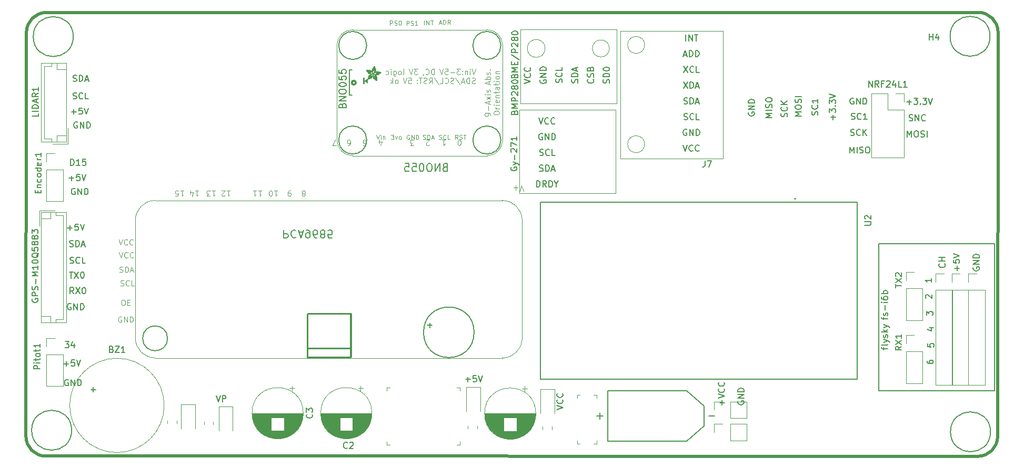
<source format=gbr>
%TF.GenerationSoftware,KiCad,Pcbnew,(7.0.0)*%
%TF.CreationDate,2023-11-24T18:14:14-05:00*%
%TF.ProjectId,C1,43312e6b-6963-4616-945f-706362585858,rev?*%
%TF.SameCoordinates,Original*%
%TF.FileFunction,Legend,Top*%
%TF.FilePolarity,Positive*%
%FSLAX46Y46*%
G04 Gerber Fmt 4.6, Leading zero omitted, Abs format (unit mm)*
G04 Created by KiCad (PCBNEW (7.0.0)) date 2023-11-24 18:14:14*
%MOMM*%
%LPD*%
G01*
G04 APERTURE LIST*
%ADD10C,0.121920*%
%ADD11C,0.150000*%
%ADD12C,0.170688*%
%ADD13C,0.097536*%
%ADD14C,0.152400*%
%ADD15C,0.050000*%
%ADD16C,0.203200*%
%ADD17C,0.120000*%
%ADD18C,0.100000*%
%ADD19C,0.127000*%
%ADD20C,0.200000*%
%ADD21C,0.304800*%
%TA.AperFunction,Profile*%
%ADD22C,0.500000*%
%TD*%
G04 APERTURE END LIST*
D10*
X82055150Y-98401351D02*
X82353177Y-99295431D01*
X82353177Y-99295431D02*
X82651203Y-98401351D01*
X83460133Y-99210281D02*
X83417557Y-99252856D01*
X83417557Y-99252856D02*
X83289832Y-99295431D01*
X83289832Y-99295431D02*
X83204681Y-99295431D01*
X83204681Y-99295431D02*
X83076955Y-99252856D01*
X83076955Y-99252856D02*
X82991805Y-99167706D01*
X82991805Y-99167706D02*
X82949230Y-99082555D01*
X82949230Y-99082555D02*
X82906654Y-98912254D01*
X82906654Y-98912254D02*
X82906654Y-98784528D01*
X82906654Y-98784528D02*
X82949230Y-98614227D01*
X82949230Y-98614227D02*
X82991805Y-98529077D01*
X82991805Y-98529077D02*
X83076955Y-98443927D01*
X83076955Y-98443927D02*
X83204681Y-98401351D01*
X83204681Y-98401351D02*
X83289832Y-98401351D01*
X83289832Y-98401351D02*
X83417557Y-98443927D01*
X83417557Y-98443927D02*
X83460133Y-98486502D01*
X84354213Y-99210281D02*
X84311637Y-99252856D01*
X84311637Y-99252856D02*
X84183912Y-99295431D01*
X84183912Y-99295431D02*
X84098761Y-99295431D01*
X84098761Y-99295431D02*
X83971035Y-99252856D01*
X83971035Y-99252856D02*
X83885885Y-99167706D01*
X83885885Y-99167706D02*
X83843310Y-99082555D01*
X83843310Y-99082555D02*
X83800734Y-98912254D01*
X83800734Y-98912254D02*
X83800734Y-98784528D01*
X83800734Y-98784528D02*
X83843310Y-98614227D01*
X83843310Y-98614227D02*
X83885885Y-98529077D01*
X83885885Y-98529077D02*
X83971035Y-98443927D01*
X83971035Y-98443927D02*
X84098761Y-98401351D01*
X84098761Y-98401351D02*
X84183912Y-98401351D01*
X84183912Y-98401351D02*
X84311637Y-98443927D01*
X84311637Y-98443927D02*
X84354213Y-98486502D01*
D11*
X74416971Y-127116970D02*
G75*
G03*
X74416971Y-127116970I-3216971J0D01*
G01*
X222256971Y-127370000D02*
G75*
G03*
X222256971Y-127370000I-3216971J0D01*
G01*
X222186971Y-63610000D02*
G75*
G03*
X222186971Y-63610000I-3216971J0D01*
G01*
X204290000Y-97010000D02*
X222900000Y-97010000D01*
X222900000Y-97010000D02*
X222900000Y-120760000D01*
X222900000Y-120760000D02*
X204290000Y-120760000D01*
X204290000Y-120760000D02*
X204290000Y-97010000D01*
X74676971Y-63660000D02*
G75*
G03*
X74676971Y-63660000I-3216971J0D01*
G01*
X183335000Y-75871904D02*
X183287380Y-75967142D01*
X183287380Y-75967142D02*
X183287380Y-76109999D01*
X183287380Y-76109999D02*
X183335000Y-76252856D01*
X183335000Y-76252856D02*
X183430238Y-76348094D01*
X183430238Y-76348094D02*
X183525476Y-76395713D01*
X183525476Y-76395713D02*
X183715952Y-76443332D01*
X183715952Y-76443332D02*
X183858809Y-76443332D01*
X183858809Y-76443332D02*
X184049285Y-76395713D01*
X184049285Y-76395713D02*
X184144523Y-76348094D01*
X184144523Y-76348094D02*
X184239761Y-76252856D01*
X184239761Y-76252856D02*
X184287380Y-76109999D01*
X184287380Y-76109999D02*
X184287380Y-76014761D01*
X184287380Y-76014761D02*
X184239761Y-75871904D01*
X184239761Y-75871904D02*
X184192142Y-75824285D01*
X184192142Y-75824285D02*
X183858809Y-75824285D01*
X183858809Y-75824285D02*
X183858809Y-76014761D01*
X184287380Y-75395713D02*
X183287380Y-75395713D01*
X183287380Y-75395713D02*
X184287380Y-74824285D01*
X184287380Y-74824285D02*
X183287380Y-74824285D01*
X184287380Y-74348094D02*
X183287380Y-74348094D01*
X183287380Y-74348094D02*
X183287380Y-74109999D01*
X183287380Y-74109999D02*
X183335000Y-73967142D01*
X183335000Y-73967142D02*
X183430238Y-73871904D01*
X183430238Y-73871904D02*
X183525476Y-73824285D01*
X183525476Y-73824285D02*
X183715952Y-73776666D01*
X183715952Y-73776666D02*
X183858809Y-73776666D01*
X183858809Y-73776666D02*
X184049285Y-73824285D01*
X184049285Y-73824285D02*
X184144523Y-73871904D01*
X184144523Y-73871904D02*
X184239761Y-73967142D01*
X184239761Y-73967142D02*
X184287380Y-74109999D01*
X184287380Y-74109999D02*
X184287380Y-74348094D01*
X219515000Y-100841904D02*
X219467380Y-100937142D01*
X219467380Y-100937142D02*
X219467380Y-101079999D01*
X219467380Y-101079999D02*
X219515000Y-101222856D01*
X219515000Y-101222856D02*
X219610238Y-101318094D01*
X219610238Y-101318094D02*
X219705476Y-101365713D01*
X219705476Y-101365713D02*
X219895952Y-101413332D01*
X219895952Y-101413332D02*
X220038809Y-101413332D01*
X220038809Y-101413332D02*
X220229285Y-101365713D01*
X220229285Y-101365713D02*
X220324523Y-101318094D01*
X220324523Y-101318094D02*
X220419761Y-101222856D01*
X220419761Y-101222856D02*
X220467380Y-101079999D01*
X220467380Y-101079999D02*
X220467380Y-100984761D01*
X220467380Y-100984761D02*
X220419761Y-100841904D01*
X220419761Y-100841904D02*
X220372142Y-100794285D01*
X220372142Y-100794285D02*
X220038809Y-100794285D01*
X220038809Y-100794285D02*
X220038809Y-100984761D01*
X220467380Y-100365713D02*
X219467380Y-100365713D01*
X219467380Y-100365713D02*
X220467380Y-99794285D01*
X220467380Y-99794285D02*
X219467380Y-99794285D01*
X220467380Y-99318094D02*
X219467380Y-99318094D01*
X219467380Y-99318094D02*
X219467380Y-99079999D01*
X219467380Y-99079999D02*
X219515000Y-98937142D01*
X219515000Y-98937142D02*
X219610238Y-98841904D01*
X219610238Y-98841904D02*
X219705476Y-98794285D01*
X219705476Y-98794285D02*
X219895952Y-98746666D01*
X219895952Y-98746666D02*
X220038809Y-98746666D01*
X220038809Y-98746666D02*
X220229285Y-98794285D01*
X220229285Y-98794285D02*
X220324523Y-98841904D01*
X220324523Y-98841904D02*
X220419761Y-98937142D01*
X220419761Y-98937142D02*
X220467380Y-99079999D01*
X220467380Y-99079999D02*
X220467380Y-99318094D01*
X74149524Y-100169761D02*
X74292381Y-100217380D01*
X74292381Y-100217380D02*
X74530476Y-100217380D01*
X74530476Y-100217380D02*
X74625714Y-100169761D01*
X74625714Y-100169761D02*
X74673333Y-100122142D01*
X74673333Y-100122142D02*
X74720952Y-100026904D01*
X74720952Y-100026904D02*
X74720952Y-99931666D01*
X74720952Y-99931666D02*
X74673333Y-99836428D01*
X74673333Y-99836428D02*
X74625714Y-99788809D01*
X74625714Y-99788809D02*
X74530476Y-99741190D01*
X74530476Y-99741190D02*
X74340000Y-99693571D01*
X74340000Y-99693571D02*
X74244762Y-99645952D01*
X74244762Y-99645952D02*
X74197143Y-99598333D01*
X74197143Y-99598333D02*
X74149524Y-99503095D01*
X74149524Y-99503095D02*
X74149524Y-99407857D01*
X74149524Y-99407857D02*
X74197143Y-99312619D01*
X74197143Y-99312619D02*
X74244762Y-99265000D01*
X74244762Y-99265000D02*
X74340000Y-99217380D01*
X74340000Y-99217380D02*
X74578095Y-99217380D01*
X74578095Y-99217380D02*
X74720952Y-99265000D01*
X75720952Y-100122142D02*
X75673333Y-100169761D01*
X75673333Y-100169761D02*
X75530476Y-100217380D01*
X75530476Y-100217380D02*
X75435238Y-100217380D01*
X75435238Y-100217380D02*
X75292381Y-100169761D01*
X75292381Y-100169761D02*
X75197143Y-100074523D01*
X75197143Y-100074523D02*
X75149524Y-99979285D01*
X75149524Y-99979285D02*
X75101905Y-99788809D01*
X75101905Y-99788809D02*
X75101905Y-99645952D01*
X75101905Y-99645952D02*
X75149524Y-99455476D01*
X75149524Y-99455476D02*
X75197143Y-99360238D01*
X75197143Y-99360238D02*
X75292381Y-99265000D01*
X75292381Y-99265000D02*
X75435238Y-99217380D01*
X75435238Y-99217380D02*
X75530476Y-99217380D01*
X75530476Y-99217380D02*
X75673333Y-99265000D01*
X75673333Y-99265000D02*
X75720952Y-99312619D01*
X76625714Y-100217380D02*
X76149524Y-100217380D01*
X76149524Y-100217380D02*
X76149524Y-99217380D01*
X212157380Y-113161904D02*
X212157380Y-113638094D01*
X212157380Y-113638094D02*
X212633571Y-113685713D01*
X212633571Y-113685713D02*
X212585952Y-113638094D01*
X212585952Y-113638094D02*
X212538333Y-113542856D01*
X212538333Y-113542856D02*
X212538333Y-113304761D01*
X212538333Y-113304761D02*
X212585952Y-113209523D01*
X212585952Y-113209523D02*
X212633571Y-113161904D01*
X212633571Y-113161904D02*
X212728809Y-113114285D01*
X212728809Y-113114285D02*
X212966904Y-113114285D01*
X212966904Y-113114285D02*
X213062142Y-113161904D01*
X213062142Y-113161904D02*
X213109761Y-113209523D01*
X213109761Y-113209523D02*
X213157380Y-113304761D01*
X213157380Y-113304761D02*
X213157380Y-113542856D01*
X213157380Y-113542856D02*
X213109761Y-113638094D01*
X213109761Y-113638094D02*
X213062142Y-113685713D01*
X208790000Y-74186428D02*
X209551905Y-74186428D01*
X209170952Y-74567380D02*
X209170952Y-73805476D01*
X209932857Y-73567380D02*
X210551904Y-73567380D01*
X210551904Y-73567380D02*
X210218571Y-73948333D01*
X210218571Y-73948333D02*
X210361428Y-73948333D01*
X210361428Y-73948333D02*
X210456666Y-73995952D01*
X210456666Y-73995952D02*
X210504285Y-74043571D01*
X210504285Y-74043571D02*
X210551904Y-74138809D01*
X210551904Y-74138809D02*
X210551904Y-74376904D01*
X210551904Y-74376904D02*
X210504285Y-74472142D01*
X210504285Y-74472142D02*
X210456666Y-74519761D01*
X210456666Y-74519761D02*
X210361428Y-74567380D01*
X210361428Y-74567380D02*
X210075714Y-74567380D01*
X210075714Y-74567380D02*
X209980476Y-74519761D01*
X209980476Y-74519761D02*
X209932857Y-74472142D01*
X210980476Y-74472142D02*
X211028095Y-74519761D01*
X211028095Y-74519761D02*
X210980476Y-74567380D01*
X210980476Y-74567380D02*
X210932857Y-74519761D01*
X210932857Y-74519761D02*
X210980476Y-74472142D01*
X210980476Y-74472142D02*
X210980476Y-74567380D01*
X211361428Y-73567380D02*
X211980475Y-73567380D01*
X211980475Y-73567380D02*
X211647142Y-73948333D01*
X211647142Y-73948333D02*
X211789999Y-73948333D01*
X211789999Y-73948333D02*
X211885237Y-73995952D01*
X211885237Y-73995952D02*
X211932856Y-74043571D01*
X211932856Y-74043571D02*
X211980475Y-74138809D01*
X211980475Y-74138809D02*
X211980475Y-74376904D01*
X211980475Y-74376904D02*
X211932856Y-74472142D01*
X211932856Y-74472142D02*
X211885237Y-74519761D01*
X211885237Y-74519761D02*
X211789999Y-74567380D01*
X211789999Y-74567380D02*
X211504285Y-74567380D01*
X211504285Y-74567380D02*
X211409047Y-74519761D01*
X211409047Y-74519761D02*
X211361428Y-74472142D01*
X212266190Y-73567380D02*
X212599523Y-74567380D01*
X212599523Y-74567380D02*
X212932856Y-73567380D01*
X199868095Y-76969761D02*
X200010952Y-77017380D01*
X200010952Y-77017380D02*
X200249047Y-77017380D01*
X200249047Y-77017380D02*
X200344285Y-76969761D01*
X200344285Y-76969761D02*
X200391904Y-76922142D01*
X200391904Y-76922142D02*
X200439523Y-76826904D01*
X200439523Y-76826904D02*
X200439523Y-76731666D01*
X200439523Y-76731666D02*
X200391904Y-76636428D01*
X200391904Y-76636428D02*
X200344285Y-76588809D01*
X200344285Y-76588809D02*
X200249047Y-76541190D01*
X200249047Y-76541190D02*
X200058571Y-76493571D01*
X200058571Y-76493571D02*
X199963333Y-76445952D01*
X199963333Y-76445952D02*
X199915714Y-76398333D01*
X199915714Y-76398333D02*
X199868095Y-76303095D01*
X199868095Y-76303095D02*
X199868095Y-76207857D01*
X199868095Y-76207857D02*
X199915714Y-76112619D01*
X199915714Y-76112619D02*
X199963333Y-76065000D01*
X199963333Y-76065000D02*
X200058571Y-76017380D01*
X200058571Y-76017380D02*
X200296666Y-76017380D01*
X200296666Y-76017380D02*
X200439523Y-76065000D01*
X201439523Y-76922142D02*
X201391904Y-76969761D01*
X201391904Y-76969761D02*
X201249047Y-77017380D01*
X201249047Y-77017380D02*
X201153809Y-77017380D01*
X201153809Y-77017380D02*
X201010952Y-76969761D01*
X201010952Y-76969761D02*
X200915714Y-76874523D01*
X200915714Y-76874523D02*
X200868095Y-76779285D01*
X200868095Y-76779285D02*
X200820476Y-76588809D01*
X200820476Y-76588809D02*
X200820476Y-76445952D01*
X200820476Y-76445952D02*
X200868095Y-76255476D01*
X200868095Y-76255476D02*
X200915714Y-76160238D01*
X200915714Y-76160238D02*
X201010952Y-76065000D01*
X201010952Y-76065000D02*
X201153809Y-76017380D01*
X201153809Y-76017380D02*
X201249047Y-76017380D01*
X201249047Y-76017380D02*
X201391904Y-76065000D01*
X201391904Y-76065000D02*
X201439523Y-76112619D01*
X202391904Y-77017380D02*
X201820476Y-77017380D01*
X202106190Y-77017380D02*
X202106190Y-76017380D01*
X202106190Y-76017380D02*
X202010952Y-76160238D01*
X202010952Y-76160238D02*
X201915714Y-76255476D01*
X201915714Y-76255476D02*
X201820476Y-76303095D01*
X208898572Y-79837380D02*
X208898572Y-78837380D01*
X208898572Y-78837380D02*
X209231905Y-79551666D01*
X209231905Y-79551666D02*
X209565238Y-78837380D01*
X209565238Y-78837380D02*
X209565238Y-79837380D01*
X210231905Y-78837380D02*
X210422381Y-78837380D01*
X210422381Y-78837380D02*
X210517619Y-78885000D01*
X210517619Y-78885000D02*
X210612857Y-78980238D01*
X210612857Y-78980238D02*
X210660476Y-79170714D01*
X210660476Y-79170714D02*
X210660476Y-79504047D01*
X210660476Y-79504047D02*
X210612857Y-79694523D01*
X210612857Y-79694523D02*
X210517619Y-79789761D01*
X210517619Y-79789761D02*
X210422381Y-79837380D01*
X210422381Y-79837380D02*
X210231905Y-79837380D01*
X210231905Y-79837380D02*
X210136667Y-79789761D01*
X210136667Y-79789761D02*
X210041429Y-79694523D01*
X210041429Y-79694523D02*
X209993810Y-79504047D01*
X209993810Y-79504047D02*
X209993810Y-79170714D01*
X209993810Y-79170714D02*
X210041429Y-78980238D01*
X210041429Y-78980238D02*
X210136667Y-78885000D01*
X210136667Y-78885000D02*
X210231905Y-78837380D01*
X211041429Y-79789761D02*
X211184286Y-79837380D01*
X211184286Y-79837380D02*
X211422381Y-79837380D01*
X211422381Y-79837380D02*
X211517619Y-79789761D01*
X211517619Y-79789761D02*
X211565238Y-79742142D01*
X211565238Y-79742142D02*
X211612857Y-79646904D01*
X211612857Y-79646904D02*
X211612857Y-79551666D01*
X211612857Y-79551666D02*
X211565238Y-79456428D01*
X211565238Y-79456428D02*
X211517619Y-79408809D01*
X211517619Y-79408809D02*
X211422381Y-79361190D01*
X211422381Y-79361190D02*
X211231905Y-79313571D01*
X211231905Y-79313571D02*
X211136667Y-79265952D01*
X211136667Y-79265952D02*
X211089048Y-79218333D01*
X211089048Y-79218333D02*
X211041429Y-79123095D01*
X211041429Y-79123095D02*
X211041429Y-79027857D01*
X211041429Y-79027857D02*
X211089048Y-78932619D01*
X211089048Y-78932619D02*
X211136667Y-78885000D01*
X211136667Y-78885000D02*
X211231905Y-78837380D01*
X211231905Y-78837380D02*
X211470000Y-78837380D01*
X211470000Y-78837380D02*
X211612857Y-78885000D01*
X212041429Y-79837380D02*
X212041429Y-78837380D01*
X74255714Y-84407380D02*
X74255714Y-83407380D01*
X74255714Y-83407380D02*
X74493809Y-83407380D01*
X74493809Y-83407380D02*
X74636666Y-83455000D01*
X74636666Y-83455000D02*
X74731904Y-83550238D01*
X74731904Y-83550238D02*
X74779523Y-83645476D01*
X74779523Y-83645476D02*
X74827142Y-83835952D01*
X74827142Y-83835952D02*
X74827142Y-83978809D01*
X74827142Y-83978809D02*
X74779523Y-84169285D01*
X74779523Y-84169285D02*
X74731904Y-84264523D01*
X74731904Y-84264523D02*
X74636666Y-84359761D01*
X74636666Y-84359761D02*
X74493809Y-84407380D01*
X74493809Y-84407380D02*
X74255714Y-84407380D01*
X75779523Y-84407380D02*
X75208095Y-84407380D01*
X75493809Y-84407380D02*
X75493809Y-83407380D01*
X75493809Y-83407380D02*
X75398571Y-83550238D01*
X75398571Y-83550238D02*
X75303333Y-83645476D01*
X75303333Y-83645476D02*
X75208095Y-83693095D01*
X76684285Y-83407380D02*
X76208095Y-83407380D01*
X76208095Y-83407380D02*
X76160476Y-83883571D01*
X76160476Y-83883571D02*
X76208095Y-83835952D01*
X76208095Y-83835952D02*
X76303333Y-83788333D01*
X76303333Y-83788333D02*
X76541428Y-83788333D01*
X76541428Y-83788333D02*
X76636666Y-83835952D01*
X76636666Y-83835952D02*
X76684285Y-83883571D01*
X76684285Y-83883571D02*
X76731904Y-83978809D01*
X76731904Y-83978809D02*
X76731904Y-84216904D01*
X76731904Y-84216904D02*
X76684285Y-84312142D01*
X76684285Y-84312142D02*
X76636666Y-84359761D01*
X76636666Y-84359761D02*
X76541428Y-84407380D01*
X76541428Y-84407380D02*
X76303333Y-84407380D01*
X76303333Y-84407380D02*
X76208095Y-84359761D01*
X76208095Y-84359761D02*
X76160476Y-84312142D01*
X152482380Y-123764761D02*
X153482380Y-123431428D01*
X153482380Y-123431428D02*
X152482380Y-123098095D01*
X153387142Y-122193333D02*
X153434761Y-122240952D01*
X153434761Y-122240952D02*
X153482380Y-122383809D01*
X153482380Y-122383809D02*
X153482380Y-122479047D01*
X153482380Y-122479047D02*
X153434761Y-122621904D01*
X153434761Y-122621904D02*
X153339523Y-122717142D01*
X153339523Y-122717142D02*
X153244285Y-122764761D01*
X153244285Y-122764761D02*
X153053809Y-122812380D01*
X153053809Y-122812380D02*
X152910952Y-122812380D01*
X152910952Y-122812380D02*
X152720476Y-122764761D01*
X152720476Y-122764761D02*
X152625238Y-122717142D01*
X152625238Y-122717142D02*
X152530000Y-122621904D01*
X152530000Y-122621904D02*
X152482380Y-122479047D01*
X152482380Y-122479047D02*
X152482380Y-122383809D01*
X152482380Y-122383809D02*
X152530000Y-122240952D01*
X152530000Y-122240952D02*
X152577619Y-122193333D01*
X153387142Y-121193333D02*
X153434761Y-121240952D01*
X153434761Y-121240952D02*
X153482380Y-121383809D01*
X153482380Y-121383809D02*
X153482380Y-121479047D01*
X153482380Y-121479047D02*
X153434761Y-121621904D01*
X153434761Y-121621904D02*
X153339523Y-121717142D01*
X153339523Y-121717142D02*
X153244285Y-121764761D01*
X153244285Y-121764761D02*
X153053809Y-121812380D01*
X153053809Y-121812380D02*
X152910952Y-121812380D01*
X152910952Y-121812380D02*
X152720476Y-121764761D01*
X152720476Y-121764761D02*
X152625238Y-121717142D01*
X152625238Y-121717142D02*
X152530000Y-121621904D01*
X152530000Y-121621904D02*
X152482380Y-121479047D01*
X152482380Y-121479047D02*
X152482380Y-121383809D01*
X152482380Y-121383809D02*
X152530000Y-121240952D01*
X152530000Y-121240952D02*
X152577619Y-121193333D01*
X211902619Y-105835713D02*
X211855000Y-105788094D01*
X211855000Y-105788094D02*
X211807380Y-105692856D01*
X211807380Y-105692856D02*
X211807380Y-105454761D01*
X211807380Y-105454761D02*
X211855000Y-105359523D01*
X211855000Y-105359523D02*
X211902619Y-105311904D01*
X211902619Y-105311904D02*
X211997857Y-105264285D01*
X211997857Y-105264285D02*
X212093095Y-105264285D01*
X212093095Y-105264285D02*
X212235952Y-105311904D01*
X212235952Y-105311904D02*
X212807380Y-105883332D01*
X212807380Y-105883332D02*
X212807380Y-105264285D01*
X191827380Y-76451427D02*
X190827380Y-76451427D01*
X190827380Y-76451427D02*
X191541666Y-76118094D01*
X191541666Y-76118094D02*
X190827380Y-75784761D01*
X190827380Y-75784761D02*
X191827380Y-75784761D01*
X190827380Y-75118094D02*
X190827380Y-74927618D01*
X190827380Y-74927618D02*
X190875000Y-74832380D01*
X190875000Y-74832380D02*
X190970238Y-74737142D01*
X190970238Y-74737142D02*
X191160714Y-74689523D01*
X191160714Y-74689523D02*
X191494047Y-74689523D01*
X191494047Y-74689523D02*
X191684523Y-74737142D01*
X191684523Y-74737142D02*
X191779761Y-74832380D01*
X191779761Y-74832380D02*
X191827380Y-74927618D01*
X191827380Y-74927618D02*
X191827380Y-75118094D01*
X191827380Y-75118094D02*
X191779761Y-75213332D01*
X191779761Y-75213332D02*
X191684523Y-75308570D01*
X191684523Y-75308570D02*
X191494047Y-75356189D01*
X191494047Y-75356189D02*
X191160714Y-75356189D01*
X191160714Y-75356189D02*
X190970238Y-75308570D01*
X190970238Y-75308570D02*
X190875000Y-75213332D01*
X190875000Y-75213332D02*
X190827380Y-75118094D01*
X191779761Y-74308570D02*
X191827380Y-74165713D01*
X191827380Y-74165713D02*
X191827380Y-73927618D01*
X191827380Y-73927618D02*
X191779761Y-73832380D01*
X191779761Y-73832380D02*
X191732142Y-73784761D01*
X191732142Y-73784761D02*
X191636904Y-73737142D01*
X191636904Y-73737142D02*
X191541666Y-73737142D01*
X191541666Y-73737142D02*
X191446428Y-73784761D01*
X191446428Y-73784761D02*
X191398809Y-73832380D01*
X191398809Y-73832380D02*
X191351190Y-73927618D01*
X191351190Y-73927618D02*
X191303571Y-74118094D01*
X191303571Y-74118094D02*
X191255952Y-74213332D01*
X191255952Y-74213332D02*
X191208333Y-74260951D01*
X191208333Y-74260951D02*
X191113095Y-74308570D01*
X191113095Y-74308570D02*
X191017857Y-74308570D01*
X191017857Y-74308570D02*
X190922619Y-74260951D01*
X190922619Y-74260951D02*
X190875000Y-74213332D01*
X190875000Y-74213332D02*
X190827380Y-74118094D01*
X190827380Y-74118094D02*
X190827380Y-73879999D01*
X190827380Y-73879999D02*
X190875000Y-73737142D01*
X191827380Y-73308570D02*
X190827380Y-73308570D01*
X73764286Y-94496428D02*
X74526191Y-94496428D01*
X74145238Y-94877380D02*
X74145238Y-94115476D01*
X75478571Y-93877380D02*
X75002381Y-93877380D01*
X75002381Y-93877380D02*
X74954762Y-94353571D01*
X74954762Y-94353571D02*
X75002381Y-94305952D01*
X75002381Y-94305952D02*
X75097619Y-94258333D01*
X75097619Y-94258333D02*
X75335714Y-94258333D01*
X75335714Y-94258333D02*
X75430952Y-94305952D01*
X75430952Y-94305952D02*
X75478571Y-94353571D01*
X75478571Y-94353571D02*
X75526190Y-94448809D01*
X75526190Y-94448809D02*
X75526190Y-94686904D01*
X75526190Y-94686904D02*
X75478571Y-94782142D01*
X75478571Y-94782142D02*
X75430952Y-94829761D01*
X75430952Y-94829761D02*
X75335714Y-94877380D01*
X75335714Y-94877380D02*
X75097619Y-94877380D01*
X75097619Y-94877380D02*
X75002381Y-94829761D01*
X75002381Y-94829761D02*
X74954762Y-94782142D01*
X75811905Y-93877380D02*
X76145238Y-94877380D01*
X76145238Y-94877380D02*
X76478571Y-93877380D01*
X74757142Y-105107380D02*
X74423809Y-104631190D01*
X74185714Y-105107380D02*
X74185714Y-104107380D01*
X74185714Y-104107380D02*
X74566666Y-104107380D01*
X74566666Y-104107380D02*
X74661904Y-104155000D01*
X74661904Y-104155000D02*
X74709523Y-104202619D01*
X74709523Y-104202619D02*
X74757142Y-104297857D01*
X74757142Y-104297857D02*
X74757142Y-104440714D01*
X74757142Y-104440714D02*
X74709523Y-104535952D01*
X74709523Y-104535952D02*
X74661904Y-104583571D01*
X74661904Y-104583571D02*
X74566666Y-104631190D01*
X74566666Y-104631190D02*
X74185714Y-104631190D01*
X75090476Y-104107380D02*
X75757142Y-105107380D01*
X75757142Y-104107380D02*
X75090476Y-105107380D01*
X76328571Y-104107380D02*
X76423809Y-104107380D01*
X76423809Y-104107380D02*
X76519047Y-104155000D01*
X76519047Y-104155000D02*
X76566666Y-104202619D01*
X76566666Y-104202619D02*
X76614285Y-104297857D01*
X76614285Y-104297857D02*
X76661904Y-104488333D01*
X76661904Y-104488333D02*
X76661904Y-104726428D01*
X76661904Y-104726428D02*
X76614285Y-104916904D01*
X76614285Y-104916904D02*
X76566666Y-105012142D01*
X76566666Y-105012142D02*
X76519047Y-105059761D01*
X76519047Y-105059761D02*
X76423809Y-105107380D01*
X76423809Y-105107380D02*
X76328571Y-105107380D01*
X76328571Y-105107380D02*
X76233333Y-105059761D01*
X76233333Y-105059761D02*
X76185714Y-105012142D01*
X76185714Y-105012142D02*
X76138095Y-104916904D01*
X76138095Y-104916904D02*
X76090476Y-104726428D01*
X76090476Y-104726428D02*
X76090476Y-104488333D01*
X76090476Y-104488333D02*
X76138095Y-104297857D01*
X76138095Y-104297857D02*
X76185714Y-104202619D01*
X76185714Y-104202619D02*
X76233333Y-104155000D01*
X76233333Y-104155000D02*
X76328571Y-104107380D01*
X189529761Y-76585713D02*
X189577380Y-76442856D01*
X189577380Y-76442856D02*
X189577380Y-76204761D01*
X189577380Y-76204761D02*
X189529761Y-76109523D01*
X189529761Y-76109523D02*
X189482142Y-76061904D01*
X189482142Y-76061904D02*
X189386904Y-76014285D01*
X189386904Y-76014285D02*
X189291666Y-76014285D01*
X189291666Y-76014285D02*
X189196428Y-76061904D01*
X189196428Y-76061904D02*
X189148809Y-76109523D01*
X189148809Y-76109523D02*
X189101190Y-76204761D01*
X189101190Y-76204761D02*
X189053571Y-76395237D01*
X189053571Y-76395237D02*
X189005952Y-76490475D01*
X189005952Y-76490475D02*
X188958333Y-76538094D01*
X188958333Y-76538094D02*
X188863095Y-76585713D01*
X188863095Y-76585713D02*
X188767857Y-76585713D01*
X188767857Y-76585713D02*
X188672619Y-76538094D01*
X188672619Y-76538094D02*
X188625000Y-76490475D01*
X188625000Y-76490475D02*
X188577380Y-76395237D01*
X188577380Y-76395237D02*
X188577380Y-76157142D01*
X188577380Y-76157142D02*
X188625000Y-76014285D01*
X189482142Y-75014285D02*
X189529761Y-75061904D01*
X189529761Y-75061904D02*
X189577380Y-75204761D01*
X189577380Y-75204761D02*
X189577380Y-75299999D01*
X189577380Y-75299999D02*
X189529761Y-75442856D01*
X189529761Y-75442856D02*
X189434523Y-75538094D01*
X189434523Y-75538094D02*
X189339285Y-75585713D01*
X189339285Y-75585713D02*
X189148809Y-75633332D01*
X189148809Y-75633332D02*
X189005952Y-75633332D01*
X189005952Y-75633332D02*
X188815476Y-75585713D01*
X188815476Y-75585713D02*
X188720238Y-75538094D01*
X188720238Y-75538094D02*
X188625000Y-75442856D01*
X188625000Y-75442856D02*
X188577380Y-75299999D01*
X188577380Y-75299999D02*
X188577380Y-75204761D01*
X188577380Y-75204761D02*
X188625000Y-75061904D01*
X188625000Y-75061904D02*
X188672619Y-75014285D01*
X189577380Y-74585713D02*
X188577380Y-74585713D01*
X189577380Y-74014285D02*
X189005952Y-74442856D01*
X188577380Y-74014285D02*
X189148809Y-74585713D01*
X205035714Y-114114761D02*
X205035714Y-113733809D01*
X205702380Y-113971904D02*
X204845238Y-113971904D01*
X204845238Y-113971904D02*
X204750000Y-113924285D01*
X204750000Y-113924285D02*
X204702380Y-113829047D01*
X204702380Y-113829047D02*
X204702380Y-113733809D01*
X205702380Y-113257618D02*
X205654761Y-113352856D01*
X205654761Y-113352856D02*
X205559523Y-113400475D01*
X205559523Y-113400475D02*
X204702380Y-113400475D01*
X205035714Y-112971903D02*
X205702380Y-112733808D01*
X205035714Y-112495713D02*
X205702380Y-112733808D01*
X205702380Y-112733808D02*
X205940476Y-112829046D01*
X205940476Y-112829046D02*
X205988095Y-112876665D01*
X205988095Y-112876665D02*
X206035714Y-112971903D01*
X205654761Y-112162379D02*
X205702380Y-112067141D01*
X205702380Y-112067141D02*
X205702380Y-111876665D01*
X205702380Y-111876665D02*
X205654761Y-111781427D01*
X205654761Y-111781427D02*
X205559523Y-111733808D01*
X205559523Y-111733808D02*
X205511904Y-111733808D01*
X205511904Y-111733808D02*
X205416666Y-111781427D01*
X205416666Y-111781427D02*
X205369047Y-111876665D01*
X205369047Y-111876665D02*
X205369047Y-112019522D01*
X205369047Y-112019522D02*
X205321428Y-112114760D01*
X205321428Y-112114760D02*
X205226190Y-112162379D01*
X205226190Y-112162379D02*
X205178571Y-112162379D01*
X205178571Y-112162379D02*
X205083333Y-112114760D01*
X205083333Y-112114760D02*
X205035714Y-112019522D01*
X205035714Y-112019522D02*
X205035714Y-111876665D01*
X205035714Y-111876665D02*
X205083333Y-111781427D01*
X205702380Y-111305236D02*
X204702380Y-111305236D01*
X205321428Y-111209998D02*
X205702380Y-110924284D01*
X205035714Y-110924284D02*
X205416666Y-111305236D01*
X205035714Y-110590950D02*
X205702380Y-110352855D01*
X205035714Y-110114760D02*
X205702380Y-110352855D01*
X205702380Y-110352855D02*
X205940476Y-110448093D01*
X205940476Y-110448093D02*
X205988095Y-110495712D01*
X205988095Y-110495712D02*
X206035714Y-110590950D01*
X205035714Y-109276664D02*
X205035714Y-108895712D01*
X205702380Y-109133807D02*
X204845238Y-109133807D01*
X204845238Y-109133807D02*
X204750000Y-109086188D01*
X204750000Y-109086188D02*
X204702380Y-108990950D01*
X204702380Y-108990950D02*
X204702380Y-108895712D01*
X205654761Y-108609997D02*
X205702380Y-108514759D01*
X205702380Y-108514759D02*
X205702380Y-108324283D01*
X205702380Y-108324283D02*
X205654761Y-108229045D01*
X205654761Y-108229045D02*
X205559523Y-108181426D01*
X205559523Y-108181426D02*
X205511904Y-108181426D01*
X205511904Y-108181426D02*
X205416666Y-108229045D01*
X205416666Y-108229045D02*
X205369047Y-108324283D01*
X205369047Y-108324283D02*
X205369047Y-108467140D01*
X205369047Y-108467140D02*
X205321428Y-108562378D01*
X205321428Y-108562378D02*
X205226190Y-108609997D01*
X205226190Y-108609997D02*
X205178571Y-108609997D01*
X205178571Y-108609997D02*
X205083333Y-108562378D01*
X205083333Y-108562378D02*
X205035714Y-108467140D01*
X205035714Y-108467140D02*
X205035714Y-108324283D01*
X205035714Y-108324283D02*
X205083333Y-108229045D01*
X205321428Y-107752854D02*
X205321428Y-106990950D01*
X205702380Y-106514759D02*
X205035714Y-106514759D01*
X204702380Y-106514759D02*
X204750000Y-106562378D01*
X204750000Y-106562378D02*
X204797619Y-106514759D01*
X204797619Y-106514759D02*
X204750000Y-106467140D01*
X204750000Y-106467140D02*
X204702380Y-106514759D01*
X204702380Y-106514759D02*
X204797619Y-106514759D01*
X204702380Y-105609998D02*
X204702380Y-105800474D01*
X204702380Y-105800474D02*
X204750000Y-105895712D01*
X204750000Y-105895712D02*
X204797619Y-105943331D01*
X204797619Y-105943331D02*
X204940476Y-106038569D01*
X204940476Y-106038569D02*
X205130952Y-106086188D01*
X205130952Y-106086188D02*
X205511904Y-106086188D01*
X205511904Y-106086188D02*
X205607142Y-106038569D01*
X205607142Y-106038569D02*
X205654761Y-105990950D01*
X205654761Y-105990950D02*
X205702380Y-105895712D01*
X205702380Y-105895712D02*
X205702380Y-105705236D01*
X205702380Y-105705236D02*
X205654761Y-105609998D01*
X205654761Y-105609998D02*
X205607142Y-105562379D01*
X205607142Y-105562379D02*
X205511904Y-105514760D01*
X205511904Y-105514760D02*
X205273809Y-105514760D01*
X205273809Y-105514760D02*
X205178571Y-105562379D01*
X205178571Y-105562379D02*
X205130952Y-105609998D01*
X205130952Y-105609998D02*
X205083333Y-105705236D01*
X205083333Y-105705236D02*
X205083333Y-105895712D01*
X205083333Y-105895712D02*
X205130952Y-105990950D01*
X205130952Y-105990950D02*
X205178571Y-106038569D01*
X205178571Y-106038569D02*
X205273809Y-106086188D01*
X205702380Y-105086188D02*
X204702380Y-105086188D01*
X205083333Y-105086188D02*
X205035714Y-104990950D01*
X205035714Y-104990950D02*
X205035714Y-104800474D01*
X205035714Y-104800474D02*
X205083333Y-104705236D01*
X205083333Y-104705236D02*
X205130952Y-104657617D01*
X205130952Y-104657617D02*
X205226190Y-104609998D01*
X205226190Y-104609998D02*
X205511904Y-104609998D01*
X205511904Y-104609998D02*
X205607142Y-104657617D01*
X205607142Y-104657617D02*
X205654761Y-104705236D01*
X205654761Y-104705236D02*
X205702380Y-104800474D01*
X205702380Y-104800474D02*
X205702380Y-104990950D01*
X205702380Y-104990950D02*
X205654761Y-105086188D01*
X211967380Y-108593332D02*
X211967380Y-107974285D01*
X211967380Y-107974285D02*
X212348333Y-108307618D01*
X212348333Y-108307618D02*
X212348333Y-108164761D01*
X212348333Y-108164761D02*
X212395952Y-108069523D01*
X212395952Y-108069523D02*
X212443571Y-108021904D01*
X212443571Y-108021904D02*
X212538809Y-107974285D01*
X212538809Y-107974285D02*
X212776904Y-107974285D01*
X212776904Y-107974285D02*
X212872142Y-108021904D01*
X212872142Y-108021904D02*
X212919761Y-108069523D01*
X212919761Y-108069523D02*
X212967380Y-108164761D01*
X212967380Y-108164761D02*
X212967380Y-108450475D01*
X212967380Y-108450475D02*
X212919761Y-108545713D01*
X212919761Y-108545713D02*
X212872142Y-108593332D01*
X73868095Y-118985000D02*
X73772857Y-118937380D01*
X73772857Y-118937380D02*
X73630000Y-118937380D01*
X73630000Y-118937380D02*
X73487143Y-118985000D01*
X73487143Y-118985000D02*
X73391905Y-119080238D01*
X73391905Y-119080238D02*
X73344286Y-119175476D01*
X73344286Y-119175476D02*
X73296667Y-119365952D01*
X73296667Y-119365952D02*
X73296667Y-119508809D01*
X73296667Y-119508809D02*
X73344286Y-119699285D01*
X73344286Y-119699285D02*
X73391905Y-119794523D01*
X73391905Y-119794523D02*
X73487143Y-119889761D01*
X73487143Y-119889761D02*
X73630000Y-119937380D01*
X73630000Y-119937380D02*
X73725238Y-119937380D01*
X73725238Y-119937380D02*
X73868095Y-119889761D01*
X73868095Y-119889761D02*
X73915714Y-119842142D01*
X73915714Y-119842142D02*
X73915714Y-119508809D01*
X73915714Y-119508809D02*
X73725238Y-119508809D01*
X74344286Y-119937380D02*
X74344286Y-118937380D01*
X74344286Y-118937380D02*
X74915714Y-119937380D01*
X74915714Y-119937380D02*
X74915714Y-118937380D01*
X75391905Y-119937380D02*
X75391905Y-118937380D01*
X75391905Y-118937380D02*
X75630000Y-118937380D01*
X75630000Y-118937380D02*
X75772857Y-118985000D01*
X75772857Y-118985000D02*
X75868095Y-119080238D01*
X75868095Y-119080238D02*
X75915714Y-119175476D01*
X75915714Y-119175476D02*
X75963333Y-119365952D01*
X75963333Y-119365952D02*
X75963333Y-119508809D01*
X75963333Y-119508809D02*
X75915714Y-119699285D01*
X75915714Y-119699285D02*
X75868095Y-119794523D01*
X75868095Y-119794523D02*
X75772857Y-119889761D01*
X75772857Y-119889761D02*
X75630000Y-119937380D01*
X75630000Y-119937380D02*
X75391905Y-119937380D01*
X137798095Y-118921428D02*
X138560000Y-118921428D01*
X138179047Y-119302380D02*
X138179047Y-118540476D01*
X139512380Y-118302380D02*
X139036190Y-118302380D01*
X139036190Y-118302380D02*
X138988571Y-118778571D01*
X138988571Y-118778571D02*
X139036190Y-118730952D01*
X139036190Y-118730952D02*
X139131428Y-118683333D01*
X139131428Y-118683333D02*
X139369523Y-118683333D01*
X139369523Y-118683333D02*
X139464761Y-118730952D01*
X139464761Y-118730952D02*
X139512380Y-118778571D01*
X139512380Y-118778571D02*
X139559999Y-118873809D01*
X139559999Y-118873809D02*
X139559999Y-119111904D01*
X139559999Y-119111904D02*
X139512380Y-119207142D01*
X139512380Y-119207142D02*
X139464761Y-119254761D01*
X139464761Y-119254761D02*
X139369523Y-119302380D01*
X139369523Y-119302380D02*
X139131428Y-119302380D01*
X139131428Y-119302380D02*
X139036190Y-119254761D01*
X139036190Y-119254761D02*
X138988571Y-119207142D01*
X139845714Y-118302380D02*
X140179047Y-119302380D01*
X140179047Y-119302380D02*
X140512380Y-118302380D01*
X194449761Y-76281904D02*
X194497380Y-76139047D01*
X194497380Y-76139047D02*
X194497380Y-75900952D01*
X194497380Y-75900952D02*
X194449761Y-75805714D01*
X194449761Y-75805714D02*
X194402142Y-75758095D01*
X194402142Y-75758095D02*
X194306904Y-75710476D01*
X194306904Y-75710476D02*
X194211666Y-75710476D01*
X194211666Y-75710476D02*
X194116428Y-75758095D01*
X194116428Y-75758095D02*
X194068809Y-75805714D01*
X194068809Y-75805714D02*
X194021190Y-75900952D01*
X194021190Y-75900952D02*
X193973571Y-76091428D01*
X193973571Y-76091428D02*
X193925952Y-76186666D01*
X193925952Y-76186666D02*
X193878333Y-76234285D01*
X193878333Y-76234285D02*
X193783095Y-76281904D01*
X193783095Y-76281904D02*
X193687857Y-76281904D01*
X193687857Y-76281904D02*
X193592619Y-76234285D01*
X193592619Y-76234285D02*
X193545000Y-76186666D01*
X193545000Y-76186666D02*
X193497380Y-76091428D01*
X193497380Y-76091428D02*
X193497380Y-75853333D01*
X193497380Y-75853333D02*
X193545000Y-75710476D01*
X194402142Y-74710476D02*
X194449761Y-74758095D01*
X194449761Y-74758095D02*
X194497380Y-74900952D01*
X194497380Y-74900952D02*
X194497380Y-74996190D01*
X194497380Y-74996190D02*
X194449761Y-75139047D01*
X194449761Y-75139047D02*
X194354523Y-75234285D01*
X194354523Y-75234285D02*
X194259285Y-75281904D01*
X194259285Y-75281904D02*
X194068809Y-75329523D01*
X194068809Y-75329523D02*
X193925952Y-75329523D01*
X193925952Y-75329523D02*
X193735476Y-75281904D01*
X193735476Y-75281904D02*
X193640238Y-75234285D01*
X193640238Y-75234285D02*
X193545000Y-75139047D01*
X193545000Y-75139047D02*
X193497380Y-74996190D01*
X193497380Y-74996190D02*
X193497380Y-74900952D01*
X193497380Y-74900952D02*
X193545000Y-74758095D01*
X193545000Y-74758095D02*
X193592619Y-74710476D01*
X194497380Y-73758095D02*
X194497380Y-74329523D01*
X194497380Y-74043809D02*
X193497380Y-74043809D01*
X193497380Y-74043809D02*
X193640238Y-74139047D01*
X193640238Y-74139047D02*
X193735476Y-74234285D01*
X193735476Y-74234285D02*
X193783095Y-74329523D01*
X74014286Y-86486428D02*
X74776191Y-86486428D01*
X74395238Y-86867380D02*
X74395238Y-86105476D01*
X75728571Y-85867380D02*
X75252381Y-85867380D01*
X75252381Y-85867380D02*
X75204762Y-86343571D01*
X75204762Y-86343571D02*
X75252381Y-86295952D01*
X75252381Y-86295952D02*
X75347619Y-86248333D01*
X75347619Y-86248333D02*
X75585714Y-86248333D01*
X75585714Y-86248333D02*
X75680952Y-86295952D01*
X75680952Y-86295952D02*
X75728571Y-86343571D01*
X75728571Y-86343571D02*
X75776190Y-86438809D01*
X75776190Y-86438809D02*
X75776190Y-86676904D01*
X75776190Y-86676904D02*
X75728571Y-86772142D01*
X75728571Y-86772142D02*
X75680952Y-86819761D01*
X75680952Y-86819761D02*
X75585714Y-86867380D01*
X75585714Y-86867380D02*
X75347619Y-86867380D01*
X75347619Y-86867380D02*
X75252381Y-86819761D01*
X75252381Y-86819761D02*
X75204762Y-86772142D01*
X76061905Y-85867380D02*
X76395238Y-86867380D01*
X76395238Y-86867380D02*
X76728571Y-85867380D01*
X97665238Y-121522380D02*
X97998571Y-122522380D01*
X97998571Y-122522380D02*
X98331904Y-121522380D01*
X98665238Y-122522380D02*
X98665238Y-121522380D01*
X98665238Y-121522380D02*
X99046190Y-121522380D01*
X99046190Y-121522380D02*
X99141428Y-121570000D01*
X99141428Y-121570000D02*
X99189047Y-121617619D01*
X99189047Y-121617619D02*
X99236666Y-121712857D01*
X99236666Y-121712857D02*
X99236666Y-121855714D01*
X99236666Y-121855714D02*
X99189047Y-121950952D01*
X99189047Y-121950952D02*
X99141428Y-121998571D01*
X99141428Y-121998571D02*
X99046190Y-122046190D01*
X99046190Y-122046190D02*
X98665238Y-122046190D01*
X181640000Y-122428095D02*
X181592380Y-122523333D01*
X181592380Y-122523333D02*
X181592380Y-122666190D01*
X181592380Y-122666190D02*
X181640000Y-122809047D01*
X181640000Y-122809047D02*
X181735238Y-122904285D01*
X181735238Y-122904285D02*
X181830476Y-122951904D01*
X181830476Y-122951904D02*
X182020952Y-122999523D01*
X182020952Y-122999523D02*
X182163809Y-122999523D01*
X182163809Y-122999523D02*
X182354285Y-122951904D01*
X182354285Y-122951904D02*
X182449523Y-122904285D01*
X182449523Y-122904285D02*
X182544761Y-122809047D01*
X182544761Y-122809047D02*
X182592380Y-122666190D01*
X182592380Y-122666190D02*
X182592380Y-122570952D01*
X182592380Y-122570952D02*
X182544761Y-122428095D01*
X182544761Y-122428095D02*
X182497142Y-122380476D01*
X182497142Y-122380476D02*
X182163809Y-122380476D01*
X182163809Y-122380476D02*
X182163809Y-122570952D01*
X182592380Y-121951904D02*
X181592380Y-121951904D01*
X181592380Y-121951904D02*
X182592380Y-121380476D01*
X182592380Y-121380476D02*
X181592380Y-121380476D01*
X182592380Y-120904285D02*
X181592380Y-120904285D01*
X181592380Y-120904285D02*
X181592380Y-120666190D01*
X181592380Y-120666190D02*
X181640000Y-120523333D01*
X181640000Y-120523333D02*
X181735238Y-120428095D01*
X181735238Y-120428095D02*
X181830476Y-120380476D01*
X181830476Y-120380476D02*
X182020952Y-120332857D01*
X182020952Y-120332857D02*
X182163809Y-120332857D01*
X182163809Y-120332857D02*
X182354285Y-120380476D01*
X182354285Y-120380476D02*
X182449523Y-120428095D01*
X182449523Y-120428095D02*
X182544761Y-120523333D01*
X182544761Y-120523333D02*
X182592380Y-120666190D01*
X182592380Y-120666190D02*
X182592380Y-120904285D01*
X74958095Y-88165000D02*
X74862857Y-88117380D01*
X74862857Y-88117380D02*
X74720000Y-88117380D01*
X74720000Y-88117380D02*
X74577143Y-88165000D01*
X74577143Y-88165000D02*
X74481905Y-88260238D01*
X74481905Y-88260238D02*
X74434286Y-88355476D01*
X74434286Y-88355476D02*
X74386667Y-88545952D01*
X74386667Y-88545952D02*
X74386667Y-88688809D01*
X74386667Y-88688809D02*
X74434286Y-88879285D01*
X74434286Y-88879285D02*
X74481905Y-88974523D01*
X74481905Y-88974523D02*
X74577143Y-89069761D01*
X74577143Y-89069761D02*
X74720000Y-89117380D01*
X74720000Y-89117380D02*
X74815238Y-89117380D01*
X74815238Y-89117380D02*
X74958095Y-89069761D01*
X74958095Y-89069761D02*
X75005714Y-89022142D01*
X75005714Y-89022142D02*
X75005714Y-88688809D01*
X75005714Y-88688809D02*
X74815238Y-88688809D01*
X75434286Y-89117380D02*
X75434286Y-88117380D01*
X75434286Y-88117380D02*
X76005714Y-89117380D01*
X76005714Y-89117380D02*
X76005714Y-88117380D01*
X76481905Y-89117380D02*
X76481905Y-88117380D01*
X76481905Y-88117380D02*
X76720000Y-88117380D01*
X76720000Y-88117380D02*
X76862857Y-88165000D01*
X76862857Y-88165000D02*
X76958095Y-88260238D01*
X76958095Y-88260238D02*
X77005714Y-88355476D01*
X77005714Y-88355476D02*
X77053333Y-88545952D01*
X77053333Y-88545952D02*
X77053333Y-88688809D01*
X77053333Y-88688809D02*
X77005714Y-88879285D01*
X77005714Y-88879285D02*
X76958095Y-88974523D01*
X76958095Y-88974523D02*
X76862857Y-89069761D01*
X76862857Y-89069761D02*
X76720000Y-89117380D01*
X76720000Y-89117380D02*
X76481905Y-89117380D01*
X73164286Y-116396428D02*
X73926191Y-116396428D01*
X73545238Y-116777380D02*
X73545238Y-116015476D01*
X74878571Y-115777380D02*
X74402381Y-115777380D01*
X74402381Y-115777380D02*
X74354762Y-116253571D01*
X74354762Y-116253571D02*
X74402381Y-116205952D01*
X74402381Y-116205952D02*
X74497619Y-116158333D01*
X74497619Y-116158333D02*
X74735714Y-116158333D01*
X74735714Y-116158333D02*
X74830952Y-116205952D01*
X74830952Y-116205952D02*
X74878571Y-116253571D01*
X74878571Y-116253571D02*
X74926190Y-116348809D01*
X74926190Y-116348809D02*
X74926190Y-116586904D01*
X74926190Y-116586904D02*
X74878571Y-116682142D01*
X74878571Y-116682142D02*
X74830952Y-116729761D01*
X74830952Y-116729761D02*
X74735714Y-116777380D01*
X74735714Y-116777380D02*
X74497619Y-116777380D01*
X74497619Y-116777380D02*
X74402381Y-116729761D01*
X74402381Y-116729761D02*
X74354762Y-116682142D01*
X75211905Y-115777380D02*
X75545238Y-116777380D01*
X75545238Y-116777380D02*
X75878571Y-115777380D01*
X212420714Y-110619523D02*
X213087380Y-110619523D01*
X212039761Y-110857618D02*
X212754047Y-111095713D01*
X212754047Y-111095713D02*
X212754047Y-110476666D01*
X214882142Y-100274285D02*
X214929761Y-100321904D01*
X214929761Y-100321904D02*
X214977380Y-100464761D01*
X214977380Y-100464761D02*
X214977380Y-100559999D01*
X214977380Y-100559999D02*
X214929761Y-100702856D01*
X214929761Y-100702856D02*
X214834523Y-100798094D01*
X214834523Y-100798094D02*
X214739285Y-100845713D01*
X214739285Y-100845713D02*
X214548809Y-100893332D01*
X214548809Y-100893332D02*
X214405952Y-100893332D01*
X214405952Y-100893332D02*
X214215476Y-100845713D01*
X214215476Y-100845713D02*
X214120238Y-100798094D01*
X214120238Y-100798094D02*
X214025000Y-100702856D01*
X214025000Y-100702856D02*
X213977380Y-100559999D01*
X213977380Y-100559999D02*
X213977380Y-100464761D01*
X213977380Y-100464761D02*
X214025000Y-100321904D01*
X214025000Y-100321904D02*
X214072619Y-100274285D01*
X214977380Y-99845713D02*
X213977380Y-99845713D01*
X214453571Y-99845713D02*
X214453571Y-99274285D01*
X214977380Y-99274285D02*
X213977380Y-99274285D01*
X74308095Y-106725000D02*
X74212857Y-106677380D01*
X74212857Y-106677380D02*
X74070000Y-106677380D01*
X74070000Y-106677380D02*
X73927143Y-106725000D01*
X73927143Y-106725000D02*
X73831905Y-106820238D01*
X73831905Y-106820238D02*
X73784286Y-106915476D01*
X73784286Y-106915476D02*
X73736667Y-107105952D01*
X73736667Y-107105952D02*
X73736667Y-107248809D01*
X73736667Y-107248809D02*
X73784286Y-107439285D01*
X73784286Y-107439285D02*
X73831905Y-107534523D01*
X73831905Y-107534523D02*
X73927143Y-107629761D01*
X73927143Y-107629761D02*
X74070000Y-107677380D01*
X74070000Y-107677380D02*
X74165238Y-107677380D01*
X74165238Y-107677380D02*
X74308095Y-107629761D01*
X74308095Y-107629761D02*
X74355714Y-107582142D01*
X74355714Y-107582142D02*
X74355714Y-107248809D01*
X74355714Y-107248809D02*
X74165238Y-107248809D01*
X74784286Y-107677380D02*
X74784286Y-106677380D01*
X74784286Y-106677380D02*
X75355714Y-107677380D01*
X75355714Y-107677380D02*
X75355714Y-106677380D01*
X75831905Y-107677380D02*
X75831905Y-106677380D01*
X75831905Y-106677380D02*
X76070000Y-106677380D01*
X76070000Y-106677380D02*
X76212857Y-106725000D01*
X76212857Y-106725000D02*
X76308095Y-106820238D01*
X76308095Y-106820238D02*
X76355714Y-106915476D01*
X76355714Y-106915476D02*
X76403333Y-107105952D01*
X76403333Y-107105952D02*
X76403333Y-107248809D01*
X76403333Y-107248809D02*
X76355714Y-107439285D01*
X76355714Y-107439285D02*
X76308095Y-107534523D01*
X76308095Y-107534523D02*
X76212857Y-107629761D01*
X76212857Y-107629761D02*
X76070000Y-107677380D01*
X76070000Y-107677380D02*
X75831905Y-107677380D01*
X179081428Y-123061904D02*
X179081428Y-122300000D01*
X179462380Y-122680952D02*
X178700476Y-122680952D01*
X178462380Y-121966666D02*
X179462380Y-121633333D01*
X179462380Y-121633333D02*
X178462380Y-121300000D01*
X179367142Y-120395238D02*
X179414761Y-120442857D01*
X179414761Y-120442857D02*
X179462380Y-120585714D01*
X179462380Y-120585714D02*
X179462380Y-120680952D01*
X179462380Y-120680952D02*
X179414761Y-120823809D01*
X179414761Y-120823809D02*
X179319523Y-120919047D01*
X179319523Y-120919047D02*
X179224285Y-120966666D01*
X179224285Y-120966666D02*
X179033809Y-121014285D01*
X179033809Y-121014285D02*
X178890952Y-121014285D01*
X178890952Y-121014285D02*
X178700476Y-120966666D01*
X178700476Y-120966666D02*
X178605238Y-120919047D01*
X178605238Y-120919047D02*
X178510000Y-120823809D01*
X178510000Y-120823809D02*
X178462380Y-120680952D01*
X178462380Y-120680952D02*
X178462380Y-120585714D01*
X178462380Y-120585714D02*
X178510000Y-120442857D01*
X178510000Y-120442857D02*
X178557619Y-120395238D01*
X179367142Y-119395238D02*
X179414761Y-119442857D01*
X179414761Y-119442857D02*
X179462380Y-119585714D01*
X179462380Y-119585714D02*
X179462380Y-119680952D01*
X179462380Y-119680952D02*
X179414761Y-119823809D01*
X179414761Y-119823809D02*
X179319523Y-119919047D01*
X179319523Y-119919047D02*
X179224285Y-119966666D01*
X179224285Y-119966666D02*
X179033809Y-120014285D01*
X179033809Y-120014285D02*
X178890952Y-120014285D01*
X178890952Y-120014285D02*
X178700476Y-119966666D01*
X178700476Y-119966666D02*
X178605238Y-119919047D01*
X178605238Y-119919047D02*
X178510000Y-119823809D01*
X178510000Y-119823809D02*
X178462380Y-119680952D01*
X178462380Y-119680952D02*
X178462380Y-119585714D01*
X178462380Y-119585714D02*
X178510000Y-119442857D01*
X178510000Y-119442857D02*
X178557619Y-119395238D01*
X75328095Y-77465000D02*
X75232857Y-77417380D01*
X75232857Y-77417380D02*
X75090000Y-77417380D01*
X75090000Y-77417380D02*
X74947143Y-77465000D01*
X74947143Y-77465000D02*
X74851905Y-77560238D01*
X74851905Y-77560238D02*
X74804286Y-77655476D01*
X74804286Y-77655476D02*
X74756667Y-77845952D01*
X74756667Y-77845952D02*
X74756667Y-77988809D01*
X74756667Y-77988809D02*
X74804286Y-78179285D01*
X74804286Y-78179285D02*
X74851905Y-78274523D01*
X74851905Y-78274523D02*
X74947143Y-78369761D01*
X74947143Y-78369761D02*
X75090000Y-78417380D01*
X75090000Y-78417380D02*
X75185238Y-78417380D01*
X75185238Y-78417380D02*
X75328095Y-78369761D01*
X75328095Y-78369761D02*
X75375714Y-78322142D01*
X75375714Y-78322142D02*
X75375714Y-77988809D01*
X75375714Y-77988809D02*
X75185238Y-77988809D01*
X75804286Y-78417380D02*
X75804286Y-77417380D01*
X75804286Y-77417380D02*
X76375714Y-78417380D01*
X76375714Y-78417380D02*
X76375714Y-77417380D01*
X76851905Y-78417380D02*
X76851905Y-77417380D01*
X76851905Y-77417380D02*
X77090000Y-77417380D01*
X77090000Y-77417380D02*
X77232857Y-77465000D01*
X77232857Y-77465000D02*
X77328095Y-77560238D01*
X77328095Y-77560238D02*
X77375714Y-77655476D01*
X77375714Y-77655476D02*
X77423333Y-77845952D01*
X77423333Y-77845952D02*
X77423333Y-77988809D01*
X77423333Y-77988809D02*
X77375714Y-78179285D01*
X77375714Y-78179285D02*
X77328095Y-78274523D01*
X77328095Y-78274523D02*
X77232857Y-78369761D01*
X77232857Y-78369761D02*
X77090000Y-78417380D01*
X77090000Y-78417380D02*
X76851905Y-78417380D01*
X74384286Y-75786428D02*
X75146191Y-75786428D01*
X74765238Y-76167380D02*
X74765238Y-75405476D01*
X76098571Y-75167380D02*
X75622381Y-75167380D01*
X75622381Y-75167380D02*
X75574762Y-75643571D01*
X75574762Y-75643571D02*
X75622381Y-75595952D01*
X75622381Y-75595952D02*
X75717619Y-75548333D01*
X75717619Y-75548333D02*
X75955714Y-75548333D01*
X75955714Y-75548333D02*
X76050952Y-75595952D01*
X76050952Y-75595952D02*
X76098571Y-75643571D01*
X76098571Y-75643571D02*
X76146190Y-75738809D01*
X76146190Y-75738809D02*
X76146190Y-75976904D01*
X76146190Y-75976904D02*
X76098571Y-76072142D01*
X76098571Y-76072142D02*
X76050952Y-76119761D01*
X76050952Y-76119761D02*
X75955714Y-76167380D01*
X75955714Y-76167380D02*
X75717619Y-76167380D01*
X75717619Y-76167380D02*
X75622381Y-76119761D01*
X75622381Y-76119761D02*
X75574762Y-76072142D01*
X76431905Y-75167380D02*
X76765238Y-76167380D01*
X76765238Y-76167380D02*
X77098571Y-75167380D01*
X212767380Y-102674285D02*
X212767380Y-103245713D01*
X212767380Y-102959999D02*
X211767380Y-102959999D01*
X211767380Y-102959999D02*
X211910238Y-103055237D01*
X211910238Y-103055237D02*
X212005476Y-103150475D01*
X212005476Y-103150475D02*
X212053095Y-103245713D01*
X212047380Y-115909523D02*
X212047380Y-116099999D01*
X212047380Y-116099999D02*
X212095000Y-116195237D01*
X212095000Y-116195237D02*
X212142619Y-116242856D01*
X212142619Y-116242856D02*
X212285476Y-116338094D01*
X212285476Y-116338094D02*
X212475952Y-116385713D01*
X212475952Y-116385713D02*
X212856904Y-116385713D01*
X212856904Y-116385713D02*
X212952142Y-116338094D01*
X212952142Y-116338094D02*
X212999761Y-116290475D01*
X212999761Y-116290475D02*
X213047380Y-116195237D01*
X213047380Y-116195237D02*
X213047380Y-116004761D01*
X213047380Y-116004761D02*
X212999761Y-115909523D01*
X212999761Y-115909523D02*
X212952142Y-115861904D01*
X212952142Y-115861904D02*
X212856904Y-115814285D01*
X212856904Y-115814285D02*
X212618809Y-115814285D01*
X212618809Y-115814285D02*
X212523571Y-115861904D01*
X212523571Y-115861904D02*
X212475952Y-115909523D01*
X212475952Y-115909523D02*
X212428333Y-116004761D01*
X212428333Y-116004761D02*
X212428333Y-116195237D01*
X212428333Y-116195237D02*
X212475952Y-116290475D01*
X212475952Y-116290475D02*
X212523571Y-116338094D01*
X212523571Y-116338094D02*
X212618809Y-116385713D01*
X74051905Y-101597380D02*
X74623333Y-101597380D01*
X74337619Y-102597380D02*
X74337619Y-101597380D01*
X74861429Y-101597380D02*
X75528095Y-102597380D01*
X75528095Y-101597380D02*
X74861429Y-102597380D01*
X76099524Y-101597380D02*
X76194762Y-101597380D01*
X76194762Y-101597380D02*
X76290000Y-101645000D01*
X76290000Y-101645000D02*
X76337619Y-101692619D01*
X76337619Y-101692619D02*
X76385238Y-101787857D01*
X76385238Y-101787857D02*
X76432857Y-101978333D01*
X76432857Y-101978333D02*
X76432857Y-102216428D01*
X76432857Y-102216428D02*
X76385238Y-102406904D01*
X76385238Y-102406904D02*
X76337619Y-102502142D01*
X76337619Y-102502142D02*
X76290000Y-102549761D01*
X76290000Y-102549761D02*
X76194762Y-102597380D01*
X76194762Y-102597380D02*
X76099524Y-102597380D01*
X76099524Y-102597380D02*
X76004286Y-102549761D01*
X76004286Y-102549761D02*
X75956667Y-102502142D01*
X75956667Y-102502142D02*
X75909048Y-102406904D01*
X75909048Y-102406904D02*
X75861429Y-102216428D01*
X75861429Y-102216428D02*
X75861429Y-101978333D01*
X75861429Y-101978333D02*
X75909048Y-101787857D01*
X75909048Y-101787857D02*
X75956667Y-101692619D01*
X75956667Y-101692619D02*
X76004286Y-101645000D01*
X76004286Y-101645000D02*
X76099524Y-101597380D01*
X74645714Y-70829761D02*
X74788571Y-70877380D01*
X74788571Y-70877380D02*
X75026666Y-70877380D01*
X75026666Y-70877380D02*
X75121904Y-70829761D01*
X75121904Y-70829761D02*
X75169523Y-70782142D01*
X75169523Y-70782142D02*
X75217142Y-70686904D01*
X75217142Y-70686904D02*
X75217142Y-70591666D01*
X75217142Y-70591666D02*
X75169523Y-70496428D01*
X75169523Y-70496428D02*
X75121904Y-70448809D01*
X75121904Y-70448809D02*
X75026666Y-70401190D01*
X75026666Y-70401190D02*
X74836190Y-70353571D01*
X74836190Y-70353571D02*
X74740952Y-70305952D01*
X74740952Y-70305952D02*
X74693333Y-70258333D01*
X74693333Y-70258333D02*
X74645714Y-70163095D01*
X74645714Y-70163095D02*
X74645714Y-70067857D01*
X74645714Y-70067857D02*
X74693333Y-69972619D01*
X74693333Y-69972619D02*
X74740952Y-69925000D01*
X74740952Y-69925000D02*
X74836190Y-69877380D01*
X74836190Y-69877380D02*
X75074285Y-69877380D01*
X75074285Y-69877380D02*
X75217142Y-69925000D01*
X75645714Y-70877380D02*
X75645714Y-69877380D01*
X75645714Y-69877380D02*
X75883809Y-69877380D01*
X75883809Y-69877380D02*
X76026666Y-69925000D01*
X76026666Y-69925000D02*
X76121904Y-70020238D01*
X76121904Y-70020238D02*
X76169523Y-70115476D01*
X76169523Y-70115476D02*
X76217142Y-70305952D01*
X76217142Y-70305952D02*
X76217142Y-70448809D01*
X76217142Y-70448809D02*
X76169523Y-70639285D01*
X76169523Y-70639285D02*
X76121904Y-70734523D01*
X76121904Y-70734523D02*
X76026666Y-70829761D01*
X76026666Y-70829761D02*
X75883809Y-70877380D01*
X75883809Y-70877380D02*
X75645714Y-70877380D01*
X76598095Y-70591666D02*
X77074285Y-70591666D01*
X76502857Y-70877380D02*
X76836190Y-69877380D01*
X76836190Y-69877380D02*
X77169523Y-70877380D01*
X199638572Y-82427380D02*
X199638572Y-81427380D01*
X199638572Y-81427380D02*
X199971905Y-82141666D01*
X199971905Y-82141666D02*
X200305238Y-81427380D01*
X200305238Y-81427380D02*
X200305238Y-82427380D01*
X200781429Y-82427380D02*
X200781429Y-81427380D01*
X201210000Y-82379761D02*
X201352857Y-82427380D01*
X201352857Y-82427380D02*
X201590952Y-82427380D01*
X201590952Y-82427380D02*
X201686190Y-82379761D01*
X201686190Y-82379761D02*
X201733809Y-82332142D01*
X201733809Y-82332142D02*
X201781428Y-82236904D01*
X201781428Y-82236904D02*
X201781428Y-82141666D01*
X201781428Y-82141666D02*
X201733809Y-82046428D01*
X201733809Y-82046428D02*
X201686190Y-81998809D01*
X201686190Y-81998809D02*
X201590952Y-81951190D01*
X201590952Y-81951190D02*
X201400476Y-81903571D01*
X201400476Y-81903571D02*
X201305238Y-81855952D01*
X201305238Y-81855952D02*
X201257619Y-81808333D01*
X201257619Y-81808333D02*
X201210000Y-81713095D01*
X201210000Y-81713095D02*
X201210000Y-81617857D01*
X201210000Y-81617857D02*
X201257619Y-81522619D01*
X201257619Y-81522619D02*
X201305238Y-81475000D01*
X201305238Y-81475000D02*
X201400476Y-81427380D01*
X201400476Y-81427380D02*
X201638571Y-81427380D01*
X201638571Y-81427380D02*
X201781428Y-81475000D01*
X202400476Y-81427380D02*
X202590952Y-81427380D01*
X202590952Y-81427380D02*
X202686190Y-81475000D01*
X202686190Y-81475000D02*
X202781428Y-81570238D01*
X202781428Y-81570238D02*
X202829047Y-81760714D01*
X202829047Y-81760714D02*
X202829047Y-82094047D01*
X202829047Y-82094047D02*
X202781428Y-82284523D01*
X202781428Y-82284523D02*
X202686190Y-82379761D01*
X202686190Y-82379761D02*
X202590952Y-82427380D01*
X202590952Y-82427380D02*
X202400476Y-82427380D01*
X202400476Y-82427380D02*
X202305238Y-82379761D01*
X202305238Y-82379761D02*
X202210000Y-82284523D01*
X202210000Y-82284523D02*
X202162381Y-82094047D01*
X202162381Y-82094047D02*
X202162381Y-81760714D01*
X202162381Y-81760714D02*
X202210000Y-81570238D01*
X202210000Y-81570238D02*
X202305238Y-81475000D01*
X202305238Y-81475000D02*
X202400476Y-81427380D01*
X200238095Y-73605000D02*
X200142857Y-73557380D01*
X200142857Y-73557380D02*
X200000000Y-73557380D01*
X200000000Y-73557380D02*
X199857143Y-73605000D01*
X199857143Y-73605000D02*
X199761905Y-73700238D01*
X199761905Y-73700238D02*
X199714286Y-73795476D01*
X199714286Y-73795476D02*
X199666667Y-73985952D01*
X199666667Y-73985952D02*
X199666667Y-74128809D01*
X199666667Y-74128809D02*
X199714286Y-74319285D01*
X199714286Y-74319285D02*
X199761905Y-74414523D01*
X199761905Y-74414523D02*
X199857143Y-74509761D01*
X199857143Y-74509761D02*
X200000000Y-74557380D01*
X200000000Y-74557380D02*
X200095238Y-74557380D01*
X200095238Y-74557380D02*
X200238095Y-74509761D01*
X200238095Y-74509761D02*
X200285714Y-74462142D01*
X200285714Y-74462142D02*
X200285714Y-74128809D01*
X200285714Y-74128809D02*
X200095238Y-74128809D01*
X200714286Y-74557380D02*
X200714286Y-73557380D01*
X200714286Y-73557380D02*
X201285714Y-74557380D01*
X201285714Y-74557380D02*
X201285714Y-73557380D01*
X201761905Y-74557380D02*
X201761905Y-73557380D01*
X201761905Y-73557380D02*
X202000000Y-73557380D01*
X202000000Y-73557380D02*
X202142857Y-73605000D01*
X202142857Y-73605000D02*
X202238095Y-73700238D01*
X202238095Y-73700238D02*
X202285714Y-73795476D01*
X202285714Y-73795476D02*
X202333333Y-73985952D01*
X202333333Y-73985952D02*
X202333333Y-74128809D01*
X202333333Y-74128809D02*
X202285714Y-74319285D01*
X202285714Y-74319285D02*
X202238095Y-74414523D01*
X202238095Y-74414523D02*
X202142857Y-74509761D01*
X202142857Y-74509761D02*
X202000000Y-74557380D01*
X202000000Y-74557380D02*
X201761905Y-74557380D01*
X74649524Y-73659761D02*
X74792381Y-73707380D01*
X74792381Y-73707380D02*
X75030476Y-73707380D01*
X75030476Y-73707380D02*
X75125714Y-73659761D01*
X75125714Y-73659761D02*
X75173333Y-73612142D01*
X75173333Y-73612142D02*
X75220952Y-73516904D01*
X75220952Y-73516904D02*
X75220952Y-73421666D01*
X75220952Y-73421666D02*
X75173333Y-73326428D01*
X75173333Y-73326428D02*
X75125714Y-73278809D01*
X75125714Y-73278809D02*
X75030476Y-73231190D01*
X75030476Y-73231190D02*
X74840000Y-73183571D01*
X74840000Y-73183571D02*
X74744762Y-73135952D01*
X74744762Y-73135952D02*
X74697143Y-73088333D01*
X74697143Y-73088333D02*
X74649524Y-72993095D01*
X74649524Y-72993095D02*
X74649524Y-72897857D01*
X74649524Y-72897857D02*
X74697143Y-72802619D01*
X74697143Y-72802619D02*
X74744762Y-72755000D01*
X74744762Y-72755000D02*
X74840000Y-72707380D01*
X74840000Y-72707380D02*
X75078095Y-72707380D01*
X75078095Y-72707380D02*
X75220952Y-72755000D01*
X76220952Y-73612142D02*
X76173333Y-73659761D01*
X76173333Y-73659761D02*
X76030476Y-73707380D01*
X76030476Y-73707380D02*
X75935238Y-73707380D01*
X75935238Y-73707380D02*
X75792381Y-73659761D01*
X75792381Y-73659761D02*
X75697143Y-73564523D01*
X75697143Y-73564523D02*
X75649524Y-73469285D01*
X75649524Y-73469285D02*
X75601905Y-73278809D01*
X75601905Y-73278809D02*
X75601905Y-73135952D01*
X75601905Y-73135952D02*
X75649524Y-72945476D01*
X75649524Y-72945476D02*
X75697143Y-72850238D01*
X75697143Y-72850238D02*
X75792381Y-72755000D01*
X75792381Y-72755000D02*
X75935238Y-72707380D01*
X75935238Y-72707380D02*
X76030476Y-72707380D01*
X76030476Y-72707380D02*
X76173333Y-72755000D01*
X76173333Y-72755000D02*
X76220952Y-72802619D01*
X77125714Y-73707380D02*
X76649524Y-73707380D01*
X76649524Y-73707380D02*
X76649524Y-72707380D01*
X209160476Y-77199761D02*
X209303333Y-77247380D01*
X209303333Y-77247380D02*
X209541428Y-77247380D01*
X209541428Y-77247380D02*
X209636666Y-77199761D01*
X209636666Y-77199761D02*
X209684285Y-77152142D01*
X209684285Y-77152142D02*
X209731904Y-77056904D01*
X209731904Y-77056904D02*
X209731904Y-76961666D01*
X209731904Y-76961666D02*
X209684285Y-76866428D01*
X209684285Y-76866428D02*
X209636666Y-76818809D01*
X209636666Y-76818809D02*
X209541428Y-76771190D01*
X209541428Y-76771190D02*
X209350952Y-76723571D01*
X209350952Y-76723571D02*
X209255714Y-76675952D01*
X209255714Y-76675952D02*
X209208095Y-76628333D01*
X209208095Y-76628333D02*
X209160476Y-76533095D01*
X209160476Y-76533095D02*
X209160476Y-76437857D01*
X209160476Y-76437857D02*
X209208095Y-76342619D01*
X209208095Y-76342619D02*
X209255714Y-76295000D01*
X209255714Y-76295000D02*
X209350952Y-76247380D01*
X209350952Y-76247380D02*
X209589047Y-76247380D01*
X209589047Y-76247380D02*
X209731904Y-76295000D01*
X210160476Y-77247380D02*
X210160476Y-76247380D01*
X210160476Y-76247380D02*
X210731904Y-77247380D01*
X210731904Y-77247380D02*
X210731904Y-76247380D01*
X211779523Y-77152142D02*
X211731904Y-77199761D01*
X211731904Y-77199761D02*
X211589047Y-77247380D01*
X211589047Y-77247380D02*
X211493809Y-77247380D01*
X211493809Y-77247380D02*
X211350952Y-77199761D01*
X211350952Y-77199761D02*
X211255714Y-77104523D01*
X211255714Y-77104523D02*
X211208095Y-77009285D01*
X211208095Y-77009285D02*
X211160476Y-76818809D01*
X211160476Y-76818809D02*
X211160476Y-76675952D01*
X211160476Y-76675952D02*
X211208095Y-76485476D01*
X211208095Y-76485476D02*
X211255714Y-76390238D01*
X211255714Y-76390238D02*
X211350952Y-76295000D01*
X211350952Y-76295000D02*
X211493809Y-76247380D01*
X211493809Y-76247380D02*
X211589047Y-76247380D01*
X211589047Y-76247380D02*
X211731904Y-76295000D01*
X211731904Y-76295000D02*
X211779523Y-76342619D01*
X216886428Y-101365713D02*
X216886428Y-100603809D01*
X217267380Y-100984761D02*
X216505476Y-100984761D01*
X216267380Y-99651428D02*
X216267380Y-100127618D01*
X216267380Y-100127618D02*
X216743571Y-100175237D01*
X216743571Y-100175237D02*
X216695952Y-100127618D01*
X216695952Y-100127618D02*
X216648333Y-100032380D01*
X216648333Y-100032380D02*
X216648333Y-99794285D01*
X216648333Y-99794285D02*
X216695952Y-99699047D01*
X216695952Y-99699047D02*
X216743571Y-99651428D01*
X216743571Y-99651428D02*
X216838809Y-99603809D01*
X216838809Y-99603809D02*
X217076904Y-99603809D01*
X217076904Y-99603809D02*
X217172142Y-99651428D01*
X217172142Y-99651428D02*
X217219761Y-99699047D01*
X217219761Y-99699047D02*
X217267380Y-99794285D01*
X217267380Y-99794285D02*
X217267380Y-100032380D01*
X217267380Y-100032380D02*
X217219761Y-100127618D01*
X217219761Y-100127618D02*
X217172142Y-100175237D01*
X216267380Y-99318094D02*
X217267380Y-98984761D01*
X217267380Y-98984761D02*
X216267380Y-98651428D01*
X73350476Y-112817380D02*
X73969523Y-112817380D01*
X73969523Y-112817380D02*
X73636190Y-113198333D01*
X73636190Y-113198333D02*
X73779047Y-113198333D01*
X73779047Y-113198333D02*
X73874285Y-113245952D01*
X73874285Y-113245952D02*
X73921904Y-113293571D01*
X73921904Y-113293571D02*
X73969523Y-113388809D01*
X73969523Y-113388809D02*
X73969523Y-113626904D01*
X73969523Y-113626904D02*
X73921904Y-113722142D01*
X73921904Y-113722142D02*
X73874285Y-113769761D01*
X73874285Y-113769761D02*
X73779047Y-113817380D01*
X73779047Y-113817380D02*
X73493333Y-113817380D01*
X73493333Y-113817380D02*
X73398095Y-113769761D01*
X73398095Y-113769761D02*
X73350476Y-113722142D01*
X74826666Y-113150714D02*
X74826666Y-113817380D01*
X74588571Y-112769761D02*
X74350476Y-113484047D01*
X74350476Y-113484047D02*
X74969523Y-113484047D01*
X187117380Y-76701427D02*
X186117380Y-76701427D01*
X186117380Y-76701427D02*
X186831666Y-76368094D01*
X186831666Y-76368094D02*
X186117380Y-76034761D01*
X186117380Y-76034761D02*
X187117380Y-76034761D01*
X187117380Y-75558570D02*
X186117380Y-75558570D01*
X187069761Y-75129999D02*
X187117380Y-74987142D01*
X187117380Y-74987142D02*
X187117380Y-74749047D01*
X187117380Y-74749047D02*
X187069761Y-74653809D01*
X187069761Y-74653809D02*
X187022142Y-74606190D01*
X187022142Y-74606190D02*
X186926904Y-74558571D01*
X186926904Y-74558571D02*
X186831666Y-74558571D01*
X186831666Y-74558571D02*
X186736428Y-74606190D01*
X186736428Y-74606190D02*
X186688809Y-74653809D01*
X186688809Y-74653809D02*
X186641190Y-74749047D01*
X186641190Y-74749047D02*
X186593571Y-74939523D01*
X186593571Y-74939523D02*
X186545952Y-75034761D01*
X186545952Y-75034761D02*
X186498333Y-75082380D01*
X186498333Y-75082380D02*
X186403095Y-75129999D01*
X186403095Y-75129999D02*
X186307857Y-75129999D01*
X186307857Y-75129999D02*
X186212619Y-75082380D01*
X186212619Y-75082380D02*
X186165000Y-75034761D01*
X186165000Y-75034761D02*
X186117380Y-74939523D01*
X186117380Y-74939523D02*
X186117380Y-74701428D01*
X186117380Y-74701428D02*
X186165000Y-74558571D01*
X186117380Y-73939523D02*
X186117380Y-73749047D01*
X186117380Y-73749047D02*
X186165000Y-73653809D01*
X186165000Y-73653809D02*
X186260238Y-73558571D01*
X186260238Y-73558571D02*
X186450714Y-73510952D01*
X186450714Y-73510952D02*
X186784047Y-73510952D01*
X186784047Y-73510952D02*
X186974523Y-73558571D01*
X186974523Y-73558571D02*
X187069761Y-73653809D01*
X187069761Y-73653809D02*
X187117380Y-73749047D01*
X187117380Y-73749047D02*
X187117380Y-73939523D01*
X187117380Y-73939523D02*
X187069761Y-74034761D01*
X187069761Y-74034761D02*
X186974523Y-74129999D01*
X186974523Y-74129999D02*
X186784047Y-74177618D01*
X186784047Y-74177618D02*
X186450714Y-74177618D01*
X186450714Y-74177618D02*
X186260238Y-74129999D01*
X186260238Y-74129999D02*
X186165000Y-74034761D01*
X186165000Y-74034761D02*
X186117380Y-73939523D01*
X196946428Y-77039999D02*
X196946428Y-76278095D01*
X197327380Y-76659047D02*
X196565476Y-76659047D01*
X196327380Y-75897142D02*
X196327380Y-75278095D01*
X196327380Y-75278095D02*
X196708333Y-75611428D01*
X196708333Y-75611428D02*
X196708333Y-75468571D01*
X196708333Y-75468571D02*
X196755952Y-75373333D01*
X196755952Y-75373333D02*
X196803571Y-75325714D01*
X196803571Y-75325714D02*
X196898809Y-75278095D01*
X196898809Y-75278095D02*
X197136904Y-75278095D01*
X197136904Y-75278095D02*
X197232142Y-75325714D01*
X197232142Y-75325714D02*
X197279761Y-75373333D01*
X197279761Y-75373333D02*
X197327380Y-75468571D01*
X197327380Y-75468571D02*
X197327380Y-75754285D01*
X197327380Y-75754285D02*
X197279761Y-75849523D01*
X197279761Y-75849523D02*
X197232142Y-75897142D01*
X197232142Y-74849523D02*
X197279761Y-74801904D01*
X197279761Y-74801904D02*
X197327380Y-74849523D01*
X197327380Y-74849523D02*
X197279761Y-74897142D01*
X197279761Y-74897142D02*
X197232142Y-74849523D01*
X197232142Y-74849523D02*
X197327380Y-74849523D01*
X196327380Y-74468571D02*
X196327380Y-73849524D01*
X196327380Y-73849524D02*
X196708333Y-74182857D01*
X196708333Y-74182857D02*
X196708333Y-74040000D01*
X196708333Y-74040000D02*
X196755952Y-73944762D01*
X196755952Y-73944762D02*
X196803571Y-73897143D01*
X196803571Y-73897143D02*
X196898809Y-73849524D01*
X196898809Y-73849524D02*
X197136904Y-73849524D01*
X197136904Y-73849524D02*
X197232142Y-73897143D01*
X197232142Y-73897143D02*
X197279761Y-73944762D01*
X197279761Y-73944762D02*
X197327380Y-74040000D01*
X197327380Y-74040000D02*
X197327380Y-74325714D01*
X197327380Y-74325714D02*
X197279761Y-74420952D01*
X197279761Y-74420952D02*
X197232142Y-74468571D01*
X196327380Y-73563809D02*
X197327380Y-73230476D01*
X197327380Y-73230476D02*
X196327380Y-72897143D01*
X199764286Y-79559761D02*
X199907143Y-79607380D01*
X199907143Y-79607380D02*
X200145238Y-79607380D01*
X200145238Y-79607380D02*
X200240476Y-79559761D01*
X200240476Y-79559761D02*
X200288095Y-79512142D01*
X200288095Y-79512142D02*
X200335714Y-79416904D01*
X200335714Y-79416904D02*
X200335714Y-79321666D01*
X200335714Y-79321666D02*
X200288095Y-79226428D01*
X200288095Y-79226428D02*
X200240476Y-79178809D01*
X200240476Y-79178809D02*
X200145238Y-79131190D01*
X200145238Y-79131190D02*
X199954762Y-79083571D01*
X199954762Y-79083571D02*
X199859524Y-79035952D01*
X199859524Y-79035952D02*
X199811905Y-78988333D01*
X199811905Y-78988333D02*
X199764286Y-78893095D01*
X199764286Y-78893095D02*
X199764286Y-78797857D01*
X199764286Y-78797857D02*
X199811905Y-78702619D01*
X199811905Y-78702619D02*
X199859524Y-78655000D01*
X199859524Y-78655000D02*
X199954762Y-78607380D01*
X199954762Y-78607380D02*
X200192857Y-78607380D01*
X200192857Y-78607380D02*
X200335714Y-78655000D01*
X201335714Y-79512142D02*
X201288095Y-79559761D01*
X201288095Y-79559761D02*
X201145238Y-79607380D01*
X201145238Y-79607380D02*
X201050000Y-79607380D01*
X201050000Y-79607380D02*
X200907143Y-79559761D01*
X200907143Y-79559761D02*
X200811905Y-79464523D01*
X200811905Y-79464523D02*
X200764286Y-79369285D01*
X200764286Y-79369285D02*
X200716667Y-79178809D01*
X200716667Y-79178809D02*
X200716667Y-79035952D01*
X200716667Y-79035952D02*
X200764286Y-78845476D01*
X200764286Y-78845476D02*
X200811905Y-78750238D01*
X200811905Y-78750238D02*
X200907143Y-78655000D01*
X200907143Y-78655000D02*
X201050000Y-78607380D01*
X201050000Y-78607380D02*
X201145238Y-78607380D01*
X201145238Y-78607380D02*
X201288095Y-78655000D01*
X201288095Y-78655000D02*
X201335714Y-78702619D01*
X201764286Y-79607380D02*
X201764286Y-78607380D01*
X202335714Y-79607380D02*
X201907143Y-79035952D01*
X202335714Y-78607380D02*
X201764286Y-79178809D01*
X74105714Y-97479761D02*
X74248571Y-97527380D01*
X74248571Y-97527380D02*
X74486666Y-97527380D01*
X74486666Y-97527380D02*
X74581904Y-97479761D01*
X74581904Y-97479761D02*
X74629523Y-97432142D01*
X74629523Y-97432142D02*
X74677142Y-97336904D01*
X74677142Y-97336904D02*
X74677142Y-97241666D01*
X74677142Y-97241666D02*
X74629523Y-97146428D01*
X74629523Y-97146428D02*
X74581904Y-97098809D01*
X74581904Y-97098809D02*
X74486666Y-97051190D01*
X74486666Y-97051190D02*
X74296190Y-97003571D01*
X74296190Y-97003571D02*
X74200952Y-96955952D01*
X74200952Y-96955952D02*
X74153333Y-96908333D01*
X74153333Y-96908333D02*
X74105714Y-96813095D01*
X74105714Y-96813095D02*
X74105714Y-96717857D01*
X74105714Y-96717857D02*
X74153333Y-96622619D01*
X74153333Y-96622619D02*
X74200952Y-96575000D01*
X74200952Y-96575000D02*
X74296190Y-96527380D01*
X74296190Y-96527380D02*
X74534285Y-96527380D01*
X74534285Y-96527380D02*
X74677142Y-96575000D01*
X75105714Y-97527380D02*
X75105714Y-96527380D01*
X75105714Y-96527380D02*
X75343809Y-96527380D01*
X75343809Y-96527380D02*
X75486666Y-96575000D01*
X75486666Y-96575000D02*
X75581904Y-96670238D01*
X75581904Y-96670238D02*
X75629523Y-96765476D01*
X75629523Y-96765476D02*
X75677142Y-96955952D01*
X75677142Y-96955952D02*
X75677142Y-97098809D01*
X75677142Y-97098809D02*
X75629523Y-97289285D01*
X75629523Y-97289285D02*
X75581904Y-97384523D01*
X75581904Y-97384523D02*
X75486666Y-97479761D01*
X75486666Y-97479761D02*
X75343809Y-97527380D01*
X75343809Y-97527380D02*
X75105714Y-97527380D01*
X76058095Y-97241666D02*
X76534285Y-97241666D01*
X75962857Y-97527380D02*
X76296190Y-96527380D01*
X76296190Y-96527380D02*
X76629523Y-97527380D01*
D10*
%TO.C,J4*%
X121346371Y-81176648D02*
X121772123Y-81176648D01*
X121772123Y-81176648D02*
X121814699Y-80750895D01*
X121814699Y-80750895D02*
X121772123Y-80793471D01*
X121772123Y-80793471D02*
X121686973Y-80836046D01*
X121686973Y-80836046D02*
X121474097Y-80836046D01*
X121474097Y-80836046D02*
X121388946Y-80793471D01*
X121388946Y-80793471D02*
X121346371Y-80750895D01*
X121346371Y-80750895D02*
X121303796Y-80665745D01*
X121303796Y-80665745D02*
X121303796Y-80452869D01*
X121303796Y-80452869D02*
X121346371Y-80367718D01*
X121346371Y-80367718D02*
X121388946Y-80325143D01*
X121388946Y-80325143D02*
X121474097Y-80282568D01*
X121474097Y-80282568D02*
X121686973Y-80282568D01*
X121686973Y-80282568D02*
X121772123Y-80325143D01*
X121772123Y-80325143D02*
X121814699Y-80367718D01*
X82005150Y-96331351D02*
X82303177Y-97225431D01*
X82303177Y-97225431D02*
X82601203Y-96331351D01*
X83410133Y-97140281D02*
X83367557Y-97182856D01*
X83367557Y-97182856D02*
X83239832Y-97225431D01*
X83239832Y-97225431D02*
X83154681Y-97225431D01*
X83154681Y-97225431D02*
X83026955Y-97182856D01*
X83026955Y-97182856D02*
X82941805Y-97097706D01*
X82941805Y-97097706D02*
X82899230Y-97012555D01*
X82899230Y-97012555D02*
X82856654Y-96842254D01*
X82856654Y-96842254D02*
X82856654Y-96714528D01*
X82856654Y-96714528D02*
X82899230Y-96544227D01*
X82899230Y-96544227D02*
X82941805Y-96459077D01*
X82941805Y-96459077D02*
X83026955Y-96373927D01*
X83026955Y-96373927D02*
X83154681Y-96331351D01*
X83154681Y-96331351D02*
X83239832Y-96331351D01*
X83239832Y-96331351D02*
X83367557Y-96373927D01*
X83367557Y-96373927D02*
X83410133Y-96416502D01*
X84304213Y-97140281D02*
X84261637Y-97182856D01*
X84261637Y-97182856D02*
X84133912Y-97225431D01*
X84133912Y-97225431D02*
X84048761Y-97225431D01*
X84048761Y-97225431D02*
X83921035Y-97182856D01*
X83921035Y-97182856D02*
X83835885Y-97097706D01*
X83835885Y-97097706D02*
X83793310Y-97012555D01*
X83793310Y-97012555D02*
X83750734Y-96842254D01*
X83750734Y-96842254D02*
X83750734Y-96714528D01*
X83750734Y-96714528D02*
X83793310Y-96544227D01*
X83793310Y-96544227D02*
X83835885Y-96459077D01*
X83835885Y-96459077D02*
X83921035Y-96373927D01*
X83921035Y-96373927D02*
X84048761Y-96331351D01*
X84048761Y-96331351D02*
X84133912Y-96331351D01*
X84133912Y-96331351D02*
X84261637Y-96373927D01*
X84261637Y-96373927D02*
X84304213Y-96416502D01*
X94327796Y-88486568D02*
X94838699Y-88486568D01*
X94583247Y-88486568D02*
X94583247Y-89380648D01*
X94583247Y-89380648D02*
X94668398Y-89252922D01*
X94668398Y-89252922D02*
X94753548Y-89167772D01*
X94753548Y-89167772D02*
X94838699Y-89125196D01*
X93561441Y-89082621D02*
X93561441Y-88486568D01*
X93774317Y-89423223D02*
X93987194Y-88784594D01*
X93987194Y-88784594D02*
X93433715Y-88784594D01*
X107027796Y-88486568D02*
X107538699Y-88486568D01*
X107283247Y-88486568D02*
X107283247Y-89380648D01*
X107283247Y-89380648D02*
X107368398Y-89252922D01*
X107368398Y-89252922D02*
X107453548Y-89167772D01*
X107453548Y-89167772D02*
X107538699Y-89125196D01*
X106474317Y-89380648D02*
X106389167Y-89380648D01*
X106389167Y-89380648D02*
X106304016Y-89338073D01*
X106304016Y-89338073D02*
X106261441Y-89295497D01*
X106261441Y-89295497D02*
X106218866Y-89210347D01*
X106218866Y-89210347D02*
X106176291Y-89040046D01*
X106176291Y-89040046D02*
X106176291Y-88827170D01*
X106176291Y-88827170D02*
X106218866Y-88656869D01*
X106218866Y-88656869D02*
X106261441Y-88571718D01*
X106261441Y-88571718D02*
X106304016Y-88529143D01*
X106304016Y-88529143D02*
X106389167Y-88486568D01*
X106389167Y-88486568D02*
X106474317Y-88486568D01*
X106474317Y-88486568D02*
X106559468Y-88529143D01*
X106559468Y-88529143D02*
X106602043Y-88571718D01*
X106602043Y-88571718D02*
X106644618Y-88656869D01*
X106644618Y-88656869D02*
X106687194Y-88827170D01*
X106687194Y-88827170D02*
X106687194Y-89040046D01*
X106687194Y-89040046D02*
X106644618Y-89210347D01*
X106644618Y-89210347D02*
X106602043Y-89295497D01*
X106602043Y-89295497D02*
X106559468Y-89338073D01*
X106559468Y-89338073D02*
X106474317Y-89380648D01*
X82431203Y-108813927D02*
X82346053Y-108771351D01*
X82346053Y-108771351D02*
X82218327Y-108771351D01*
X82218327Y-108771351D02*
X82090601Y-108813927D01*
X82090601Y-108813927D02*
X82005451Y-108899077D01*
X82005451Y-108899077D02*
X81962876Y-108984227D01*
X81962876Y-108984227D02*
X81920300Y-109154528D01*
X81920300Y-109154528D02*
X81920300Y-109282254D01*
X81920300Y-109282254D02*
X81962876Y-109452555D01*
X81962876Y-109452555D02*
X82005451Y-109537706D01*
X82005451Y-109537706D02*
X82090601Y-109622856D01*
X82090601Y-109622856D02*
X82218327Y-109665431D01*
X82218327Y-109665431D02*
X82303478Y-109665431D01*
X82303478Y-109665431D02*
X82431203Y-109622856D01*
X82431203Y-109622856D02*
X82473779Y-109580281D01*
X82473779Y-109580281D02*
X82473779Y-109282254D01*
X82473779Y-109282254D02*
X82303478Y-109282254D01*
X82856956Y-109665431D02*
X82856956Y-108771351D01*
X82856956Y-108771351D02*
X83367859Y-109665431D01*
X83367859Y-109665431D02*
X83367859Y-108771351D01*
X83793611Y-109665431D02*
X83793611Y-108771351D01*
X83793611Y-108771351D02*
X84006487Y-108771351D01*
X84006487Y-108771351D02*
X84134213Y-108813927D01*
X84134213Y-108813927D02*
X84219363Y-108899077D01*
X84219363Y-108899077D02*
X84261938Y-108984227D01*
X84261938Y-108984227D02*
X84304514Y-109154528D01*
X84304514Y-109154528D02*
X84304514Y-109282254D01*
X84304514Y-109282254D02*
X84261938Y-109452555D01*
X84261938Y-109452555D02*
X84219363Y-109537706D01*
X84219363Y-109537706D02*
X84134213Y-109622856D01*
X84134213Y-109622856D02*
X84006487Y-109665431D01*
X84006487Y-109665431D02*
X83793611Y-109665431D01*
X134003796Y-80282568D02*
X134514699Y-80282568D01*
X134259247Y-80282568D02*
X134259247Y-81176648D01*
X134259247Y-81176648D02*
X134344398Y-81048922D01*
X134344398Y-81048922D02*
X134429548Y-80963772D01*
X134429548Y-80963772D02*
X134514699Y-80921196D01*
X82120300Y-101612856D02*
X82248026Y-101655431D01*
X82248026Y-101655431D02*
X82460902Y-101655431D01*
X82460902Y-101655431D02*
X82546053Y-101612856D01*
X82546053Y-101612856D02*
X82588628Y-101570281D01*
X82588628Y-101570281D02*
X82631203Y-101485130D01*
X82631203Y-101485130D02*
X82631203Y-101399980D01*
X82631203Y-101399980D02*
X82588628Y-101314829D01*
X82588628Y-101314829D02*
X82546053Y-101272254D01*
X82546053Y-101272254D02*
X82460902Y-101229679D01*
X82460902Y-101229679D02*
X82290601Y-101187104D01*
X82290601Y-101187104D02*
X82205451Y-101144528D01*
X82205451Y-101144528D02*
X82162876Y-101101953D01*
X82162876Y-101101953D02*
X82120300Y-101016803D01*
X82120300Y-101016803D02*
X82120300Y-100931652D01*
X82120300Y-100931652D02*
X82162876Y-100846502D01*
X82162876Y-100846502D02*
X82205451Y-100803927D01*
X82205451Y-100803927D02*
X82290601Y-100761351D01*
X82290601Y-100761351D02*
X82503478Y-100761351D01*
X82503478Y-100761351D02*
X82631203Y-100803927D01*
X83014381Y-101655431D02*
X83014381Y-100761351D01*
X83014381Y-100761351D02*
X83227257Y-100761351D01*
X83227257Y-100761351D02*
X83354983Y-100803927D01*
X83354983Y-100803927D02*
X83440133Y-100889077D01*
X83440133Y-100889077D02*
X83482708Y-100974227D01*
X83482708Y-100974227D02*
X83525284Y-101144528D01*
X83525284Y-101144528D02*
X83525284Y-101272254D01*
X83525284Y-101272254D02*
X83482708Y-101442555D01*
X83482708Y-101442555D02*
X83440133Y-101527706D01*
X83440133Y-101527706D02*
X83354983Y-101612856D01*
X83354983Y-101612856D02*
X83227257Y-101655431D01*
X83227257Y-101655431D02*
X83014381Y-101655431D01*
X83865885Y-101399980D02*
X84291638Y-101399980D01*
X83780735Y-101655431D02*
X84078762Y-100761351D01*
X84078762Y-100761351D02*
X84376788Y-101655431D01*
X118848946Y-81176648D02*
X119019247Y-81176648D01*
X119019247Y-81176648D02*
X119104398Y-81134073D01*
X119104398Y-81134073D02*
X119146973Y-81091497D01*
X119146973Y-81091497D02*
X119232123Y-80963772D01*
X119232123Y-80963772D02*
X119274699Y-80793471D01*
X119274699Y-80793471D02*
X119274699Y-80452869D01*
X119274699Y-80452869D02*
X119232123Y-80367718D01*
X119232123Y-80367718D02*
X119189548Y-80325143D01*
X119189548Y-80325143D02*
X119104398Y-80282568D01*
X119104398Y-80282568D02*
X118934097Y-80282568D01*
X118934097Y-80282568D02*
X118848946Y-80325143D01*
X118848946Y-80325143D02*
X118806371Y-80367718D01*
X118806371Y-80367718D02*
X118763796Y-80452869D01*
X118763796Y-80452869D02*
X118763796Y-80665745D01*
X118763796Y-80665745D02*
X118806371Y-80750895D01*
X118806371Y-80750895D02*
X118848946Y-80793471D01*
X118848946Y-80793471D02*
X118934097Y-80836046D01*
X118934097Y-80836046D02*
X119104398Y-80836046D01*
X119104398Y-80836046D02*
X119189548Y-80793471D01*
X119189548Y-80793471D02*
X119232123Y-80750895D01*
X119232123Y-80750895D02*
X119274699Y-80665745D01*
D12*
X108545652Y-94828144D02*
X108545652Y-96079856D01*
X108545652Y-96079856D02*
X109022495Y-96079856D01*
X109022495Y-96079856D02*
X109141706Y-96020251D01*
X109141706Y-96020251D02*
X109201311Y-95960645D01*
X109201311Y-95960645D02*
X109260916Y-95841435D01*
X109260916Y-95841435D02*
X109260916Y-95662619D01*
X109260916Y-95662619D02*
X109201311Y-95543408D01*
X109201311Y-95543408D02*
X109141706Y-95483803D01*
X109141706Y-95483803D02*
X109022495Y-95424197D01*
X109022495Y-95424197D02*
X108545652Y-95424197D01*
X110512628Y-94947355D02*
X110453023Y-94887749D01*
X110453023Y-94887749D02*
X110274207Y-94828144D01*
X110274207Y-94828144D02*
X110154996Y-94828144D01*
X110154996Y-94828144D02*
X109976180Y-94887749D01*
X109976180Y-94887749D02*
X109856970Y-95006960D01*
X109856970Y-95006960D02*
X109797364Y-95126171D01*
X109797364Y-95126171D02*
X109737759Y-95364592D01*
X109737759Y-95364592D02*
X109737759Y-95543408D01*
X109737759Y-95543408D02*
X109797364Y-95781829D01*
X109797364Y-95781829D02*
X109856970Y-95901040D01*
X109856970Y-95901040D02*
X109976180Y-96020251D01*
X109976180Y-96020251D02*
X110154996Y-96079856D01*
X110154996Y-96079856D02*
X110274207Y-96079856D01*
X110274207Y-96079856D02*
X110453023Y-96020251D01*
X110453023Y-96020251D02*
X110512628Y-95960645D01*
X110989471Y-95185776D02*
X111585524Y-95185776D01*
X110870260Y-94828144D02*
X111287498Y-96079856D01*
X111287498Y-96079856D02*
X111704735Y-94828144D01*
X112181578Y-94828144D02*
X112419999Y-94828144D01*
X112419999Y-94828144D02*
X112539210Y-94887749D01*
X112539210Y-94887749D02*
X112598815Y-94947355D01*
X112598815Y-94947355D02*
X112718026Y-95126171D01*
X112718026Y-95126171D02*
X112777631Y-95364592D01*
X112777631Y-95364592D02*
X112777631Y-95841435D01*
X112777631Y-95841435D02*
X112718026Y-95960645D01*
X112718026Y-95960645D02*
X112658420Y-96020251D01*
X112658420Y-96020251D02*
X112539210Y-96079856D01*
X112539210Y-96079856D02*
X112300788Y-96079856D01*
X112300788Y-96079856D02*
X112181578Y-96020251D01*
X112181578Y-96020251D02*
X112121972Y-95960645D01*
X112121972Y-95960645D02*
X112062367Y-95841435D01*
X112062367Y-95841435D02*
X112062367Y-95543408D01*
X112062367Y-95543408D02*
X112121972Y-95424197D01*
X112121972Y-95424197D02*
X112181578Y-95364592D01*
X112181578Y-95364592D02*
X112300788Y-95304987D01*
X112300788Y-95304987D02*
X112539210Y-95304987D01*
X112539210Y-95304987D02*
X112658420Y-95364592D01*
X112658420Y-95364592D02*
X112718026Y-95424197D01*
X112718026Y-95424197D02*
X112777631Y-95543408D01*
X113850527Y-96079856D02*
X113612106Y-96079856D01*
X113612106Y-96079856D02*
X113492895Y-96020251D01*
X113492895Y-96020251D02*
X113433290Y-95960645D01*
X113433290Y-95960645D02*
X113314079Y-95781829D01*
X113314079Y-95781829D02*
X113254474Y-95543408D01*
X113254474Y-95543408D02*
X113254474Y-95066565D01*
X113254474Y-95066565D02*
X113314079Y-94947355D01*
X113314079Y-94947355D02*
X113373685Y-94887749D01*
X113373685Y-94887749D02*
X113492895Y-94828144D01*
X113492895Y-94828144D02*
X113731317Y-94828144D01*
X113731317Y-94828144D02*
X113850527Y-94887749D01*
X113850527Y-94887749D02*
X113910133Y-94947355D01*
X113910133Y-94947355D02*
X113969738Y-95066565D01*
X113969738Y-95066565D02*
X113969738Y-95364592D01*
X113969738Y-95364592D02*
X113910133Y-95483803D01*
X113910133Y-95483803D02*
X113850527Y-95543408D01*
X113850527Y-95543408D02*
X113731317Y-95603013D01*
X113731317Y-95603013D02*
X113492895Y-95603013D01*
X113492895Y-95603013D02*
X113373685Y-95543408D01*
X113373685Y-95543408D02*
X113314079Y-95483803D01*
X113314079Y-95483803D02*
X113254474Y-95364592D01*
X114685002Y-95543408D02*
X114565792Y-95603013D01*
X114565792Y-95603013D02*
X114506186Y-95662619D01*
X114506186Y-95662619D02*
X114446581Y-95781829D01*
X114446581Y-95781829D02*
X114446581Y-95841435D01*
X114446581Y-95841435D02*
X114506186Y-95960645D01*
X114506186Y-95960645D02*
X114565792Y-96020251D01*
X114565792Y-96020251D02*
X114685002Y-96079856D01*
X114685002Y-96079856D02*
X114923424Y-96079856D01*
X114923424Y-96079856D02*
X115042634Y-96020251D01*
X115042634Y-96020251D02*
X115102240Y-95960645D01*
X115102240Y-95960645D02*
X115161845Y-95841435D01*
X115161845Y-95841435D02*
X115161845Y-95781829D01*
X115161845Y-95781829D02*
X115102240Y-95662619D01*
X115102240Y-95662619D02*
X115042634Y-95603013D01*
X115042634Y-95603013D02*
X114923424Y-95543408D01*
X114923424Y-95543408D02*
X114685002Y-95543408D01*
X114685002Y-95543408D02*
X114565792Y-95483803D01*
X114565792Y-95483803D02*
X114506186Y-95424197D01*
X114506186Y-95424197D02*
X114446581Y-95304987D01*
X114446581Y-95304987D02*
X114446581Y-95066565D01*
X114446581Y-95066565D02*
X114506186Y-94947355D01*
X114506186Y-94947355D02*
X114565792Y-94887749D01*
X114565792Y-94887749D02*
X114685002Y-94828144D01*
X114685002Y-94828144D02*
X114923424Y-94828144D01*
X114923424Y-94828144D02*
X115042634Y-94887749D01*
X115042634Y-94887749D02*
X115102240Y-94947355D01*
X115102240Y-94947355D02*
X115161845Y-95066565D01*
X115161845Y-95066565D02*
X115161845Y-95304987D01*
X115161845Y-95304987D02*
X115102240Y-95424197D01*
X115102240Y-95424197D02*
X115042634Y-95483803D01*
X115042634Y-95483803D02*
X114923424Y-95543408D01*
X116294347Y-96079856D02*
X115698293Y-96079856D01*
X115698293Y-96079856D02*
X115638688Y-95483803D01*
X115638688Y-95483803D02*
X115698293Y-95543408D01*
X115698293Y-95543408D02*
X115817504Y-95603013D01*
X115817504Y-95603013D02*
X116115531Y-95603013D01*
X116115531Y-95603013D02*
X116234741Y-95543408D01*
X116234741Y-95543408D02*
X116294347Y-95483803D01*
X116294347Y-95483803D02*
X116353952Y-95364592D01*
X116353952Y-95364592D02*
X116353952Y-95066565D01*
X116353952Y-95066565D02*
X116294347Y-94947355D01*
X116294347Y-94947355D02*
X116234741Y-94887749D01*
X116234741Y-94887749D02*
X116115531Y-94828144D01*
X116115531Y-94828144D02*
X115817504Y-94828144D01*
X115817504Y-94828144D02*
X115698293Y-94887749D01*
X115698293Y-94887749D02*
X115638688Y-94947355D01*
D10*
X129477274Y-81176648D02*
X128923796Y-81176648D01*
X128923796Y-81176648D02*
X129221822Y-80836046D01*
X129221822Y-80836046D02*
X129094097Y-80836046D01*
X129094097Y-80836046D02*
X129008946Y-80793471D01*
X129008946Y-80793471D02*
X128966371Y-80750895D01*
X128966371Y-80750895D02*
X128923796Y-80665745D01*
X128923796Y-80665745D02*
X128923796Y-80452869D01*
X128923796Y-80452869D02*
X128966371Y-80367718D01*
X128966371Y-80367718D02*
X129008946Y-80325143D01*
X129008946Y-80325143D02*
X129094097Y-80282568D01*
X129094097Y-80282568D02*
X129349548Y-80282568D01*
X129349548Y-80282568D02*
X129434699Y-80325143D01*
X129434699Y-80325143D02*
X129477274Y-80367718D01*
X131974699Y-81091497D02*
X131932123Y-81134073D01*
X131932123Y-81134073D02*
X131846973Y-81176648D01*
X131846973Y-81176648D02*
X131634097Y-81176648D01*
X131634097Y-81176648D02*
X131548946Y-81134073D01*
X131548946Y-81134073D02*
X131506371Y-81091497D01*
X131506371Y-81091497D02*
X131463796Y-81006347D01*
X131463796Y-81006347D02*
X131463796Y-80921196D01*
X131463796Y-80921196D02*
X131506371Y-80793471D01*
X131506371Y-80793471D02*
X132017274Y-80282568D01*
X132017274Y-80282568D02*
X131463796Y-80282568D01*
X82290300Y-103792856D02*
X82418026Y-103835431D01*
X82418026Y-103835431D02*
X82630902Y-103835431D01*
X82630902Y-103835431D02*
X82716053Y-103792856D01*
X82716053Y-103792856D02*
X82758628Y-103750281D01*
X82758628Y-103750281D02*
X82801203Y-103665130D01*
X82801203Y-103665130D02*
X82801203Y-103579980D01*
X82801203Y-103579980D02*
X82758628Y-103494829D01*
X82758628Y-103494829D02*
X82716053Y-103452254D01*
X82716053Y-103452254D02*
X82630902Y-103409679D01*
X82630902Y-103409679D02*
X82460601Y-103367104D01*
X82460601Y-103367104D02*
X82375451Y-103324528D01*
X82375451Y-103324528D02*
X82332876Y-103281953D01*
X82332876Y-103281953D02*
X82290300Y-103196803D01*
X82290300Y-103196803D02*
X82290300Y-103111652D01*
X82290300Y-103111652D02*
X82332876Y-103026502D01*
X82332876Y-103026502D02*
X82375451Y-102983927D01*
X82375451Y-102983927D02*
X82460601Y-102941351D01*
X82460601Y-102941351D02*
X82673478Y-102941351D01*
X82673478Y-102941351D02*
X82801203Y-102983927D01*
X83695284Y-103750281D02*
X83652708Y-103792856D01*
X83652708Y-103792856D02*
X83524983Y-103835431D01*
X83524983Y-103835431D02*
X83439832Y-103835431D01*
X83439832Y-103835431D02*
X83312106Y-103792856D01*
X83312106Y-103792856D02*
X83226956Y-103707706D01*
X83226956Y-103707706D02*
X83184381Y-103622555D01*
X83184381Y-103622555D02*
X83141805Y-103452254D01*
X83141805Y-103452254D02*
X83141805Y-103324528D01*
X83141805Y-103324528D02*
X83184381Y-103154227D01*
X83184381Y-103154227D02*
X83226956Y-103069077D01*
X83226956Y-103069077D02*
X83312106Y-102983927D01*
X83312106Y-102983927D02*
X83439832Y-102941351D01*
X83439832Y-102941351D02*
X83524983Y-102941351D01*
X83524983Y-102941351D02*
X83652708Y-102983927D01*
X83652708Y-102983927D02*
X83695284Y-103026502D01*
X84504213Y-103835431D02*
X84078461Y-103835431D01*
X84078461Y-103835431D02*
X84078461Y-102941351D01*
X99407796Y-88486568D02*
X99918699Y-88486568D01*
X99663247Y-88486568D02*
X99663247Y-89380648D01*
X99663247Y-89380648D02*
X99748398Y-89252922D01*
X99748398Y-89252922D02*
X99833548Y-89167772D01*
X99833548Y-89167772D02*
X99918699Y-89125196D01*
X99067194Y-89295497D02*
X99024618Y-89338073D01*
X99024618Y-89338073D02*
X98939468Y-89380648D01*
X98939468Y-89380648D02*
X98726592Y-89380648D01*
X98726592Y-89380648D02*
X98641441Y-89338073D01*
X98641441Y-89338073D02*
X98598866Y-89295497D01*
X98598866Y-89295497D02*
X98556291Y-89210347D01*
X98556291Y-89210347D02*
X98556291Y-89125196D01*
X98556291Y-89125196D02*
X98598866Y-88997471D01*
X98598866Y-88997471D02*
X99109769Y-88486568D01*
X99109769Y-88486568D02*
X98556291Y-88486568D01*
X117031274Y-81176648D02*
X116435220Y-81176648D01*
X116435220Y-81176648D02*
X116818398Y-80282568D01*
X104487796Y-88486568D02*
X104998699Y-88486568D01*
X104743247Y-88486568D02*
X104743247Y-89380648D01*
X104743247Y-89380648D02*
X104828398Y-89252922D01*
X104828398Y-89252922D02*
X104913548Y-89167772D01*
X104913548Y-89167772D02*
X104998699Y-89125196D01*
X103636291Y-88486568D02*
X104147194Y-88486568D01*
X103891742Y-88486568D02*
X103891742Y-89380648D01*
X103891742Y-89380648D02*
X103976893Y-89252922D01*
X103976893Y-89252922D02*
X104062043Y-89167772D01*
X104062043Y-89167772D02*
X104147194Y-89125196D01*
X91914796Y-88486568D02*
X92425699Y-88486568D01*
X92170247Y-88486568D02*
X92170247Y-89380648D01*
X92170247Y-89380648D02*
X92255398Y-89252922D01*
X92255398Y-89252922D02*
X92340548Y-89167772D01*
X92340548Y-89167772D02*
X92425699Y-89125196D01*
X91105866Y-89380648D02*
X91531618Y-89380648D01*
X91531618Y-89380648D02*
X91574194Y-88954895D01*
X91574194Y-88954895D02*
X91531618Y-88997471D01*
X91531618Y-88997471D02*
X91446468Y-89040046D01*
X91446468Y-89040046D02*
X91233592Y-89040046D01*
X91233592Y-89040046D02*
X91148441Y-88997471D01*
X91148441Y-88997471D02*
X91105866Y-88954895D01*
X91105866Y-88954895D02*
X91063291Y-88869745D01*
X91063291Y-88869745D02*
X91063291Y-88656869D01*
X91063291Y-88656869D02*
X91105866Y-88571718D01*
X91105866Y-88571718D02*
X91148441Y-88529143D01*
X91148441Y-88529143D02*
X91233592Y-88486568D01*
X91233592Y-88486568D02*
X91446468Y-88486568D01*
X91446468Y-88486568D02*
X91531618Y-88529143D01*
X91531618Y-88529143D02*
X91574194Y-88571718D01*
X136841822Y-81176648D02*
X136756672Y-81176648D01*
X136756672Y-81176648D02*
X136671521Y-81134073D01*
X136671521Y-81134073D02*
X136628946Y-81091497D01*
X136628946Y-81091497D02*
X136586371Y-81006347D01*
X136586371Y-81006347D02*
X136543796Y-80836046D01*
X136543796Y-80836046D02*
X136543796Y-80623170D01*
X136543796Y-80623170D02*
X136586371Y-80452869D01*
X136586371Y-80452869D02*
X136628946Y-80367718D01*
X136628946Y-80367718D02*
X136671521Y-80325143D01*
X136671521Y-80325143D02*
X136756672Y-80282568D01*
X136756672Y-80282568D02*
X136841822Y-80282568D01*
X136841822Y-80282568D02*
X136926973Y-80325143D01*
X136926973Y-80325143D02*
X136969548Y-80367718D01*
X136969548Y-80367718D02*
X137012123Y-80452869D01*
X137012123Y-80452869D02*
X137054699Y-80623170D01*
X137054699Y-80623170D02*
X137054699Y-80836046D01*
X137054699Y-80836046D02*
X137012123Y-81006347D01*
X137012123Y-81006347D02*
X136969548Y-81091497D01*
X136969548Y-81091497D02*
X136926973Y-81134073D01*
X136926973Y-81134073D02*
X136841822Y-81176648D01*
X123928946Y-80878621D02*
X123928946Y-80282568D01*
X124141822Y-81219223D02*
X124354699Y-80580594D01*
X124354699Y-80580594D02*
X123801220Y-80580594D01*
X109612548Y-88486568D02*
X109442247Y-88486568D01*
X109442247Y-88486568D02*
X109357097Y-88529143D01*
X109357097Y-88529143D02*
X109314521Y-88571718D01*
X109314521Y-88571718D02*
X109229371Y-88699444D01*
X109229371Y-88699444D02*
X109186796Y-88869745D01*
X109186796Y-88869745D02*
X109186796Y-89210347D01*
X109186796Y-89210347D02*
X109229371Y-89295497D01*
X109229371Y-89295497D02*
X109271946Y-89338073D01*
X109271946Y-89338073D02*
X109357097Y-89380648D01*
X109357097Y-89380648D02*
X109527398Y-89380648D01*
X109527398Y-89380648D02*
X109612548Y-89338073D01*
X109612548Y-89338073D02*
X109655123Y-89295497D01*
X109655123Y-89295497D02*
X109697699Y-89210347D01*
X109697699Y-89210347D02*
X109697699Y-88997471D01*
X109697699Y-88997471D02*
X109655123Y-88912320D01*
X109655123Y-88912320D02*
X109612548Y-88869745D01*
X109612548Y-88869745D02*
X109527398Y-88827170D01*
X109527398Y-88827170D02*
X109357097Y-88827170D01*
X109357097Y-88827170D02*
X109271946Y-88869745D01*
X109271946Y-88869745D02*
X109229371Y-88912320D01*
X109229371Y-88912320D02*
X109186796Y-88997471D01*
X111813398Y-88997471D02*
X111898548Y-89040046D01*
X111898548Y-89040046D02*
X111941123Y-89082621D01*
X111941123Y-89082621D02*
X111983699Y-89167772D01*
X111983699Y-89167772D02*
X111983699Y-89210347D01*
X111983699Y-89210347D02*
X111941123Y-89295497D01*
X111941123Y-89295497D02*
X111898548Y-89338073D01*
X111898548Y-89338073D02*
X111813398Y-89380648D01*
X111813398Y-89380648D02*
X111643097Y-89380648D01*
X111643097Y-89380648D02*
X111557946Y-89338073D01*
X111557946Y-89338073D02*
X111515371Y-89295497D01*
X111515371Y-89295497D02*
X111472796Y-89210347D01*
X111472796Y-89210347D02*
X111472796Y-89167772D01*
X111472796Y-89167772D02*
X111515371Y-89082621D01*
X111515371Y-89082621D02*
X111557946Y-89040046D01*
X111557946Y-89040046D02*
X111643097Y-88997471D01*
X111643097Y-88997471D02*
X111813398Y-88997471D01*
X111813398Y-88997471D02*
X111898548Y-88954895D01*
X111898548Y-88954895D02*
X111941123Y-88912320D01*
X111941123Y-88912320D02*
X111983699Y-88827170D01*
X111983699Y-88827170D02*
X111983699Y-88656869D01*
X111983699Y-88656869D02*
X111941123Y-88571718D01*
X111941123Y-88571718D02*
X111898548Y-88529143D01*
X111898548Y-88529143D02*
X111813398Y-88486568D01*
X111813398Y-88486568D02*
X111643097Y-88486568D01*
X111643097Y-88486568D02*
X111557946Y-88529143D01*
X111557946Y-88529143D02*
X111515371Y-88571718D01*
X111515371Y-88571718D02*
X111472796Y-88656869D01*
X111472796Y-88656869D02*
X111472796Y-88827170D01*
X111472796Y-88827170D02*
X111515371Y-88912320D01*
X111515371Y-88912320D02*
X111557946Y-88954895D01*
X111557946Y-88954895D02*
X111643097Y-88997471D01*
X96994796Y-88486568D02*
X97505699Y-88486568D01*
X97250247Y-88486568D02*
X97250247Y-89380648D01*
X97250247Y-89380648D02*
X97335398Y-89252922D01*
X97335398Y-89252922D02*
X97420548Y-89167772D01*
X97420548Y-89167772D02*
X97505699Y-89125196D01*
X96696769Y-89380648D02*
X96143291Y-89380648D01*
X96143291Y-89380648D02*
X96441317Y-89040046D01*
X96441317Y-89040046D02*
X96313592Y-89040046D01*
X96313592Y-89040046D02*
X96228441Y-88997471D01*
X96228441Y-88997471D02*
X96185866Y-88954895D01*
X96185866Y-88954895D02*
X96143291Y-88869745D01*
X96143291Y-88869745D02*
X96143291Y-88656869D01*
X96143291Y-88656869D02*
X96185866Y-88571718D01*
X96185866Y-88571718D02*
X96228441Y-88529143D01*
X96228441Y-88529143D02*
X96313592Y-88486568D01*
X96313592Y-88486568D02*
X96569043Y-88486568D01*
X96569043Y-88486568D02*
X96654194Y-88529143D01*
X96654194Y-88529143D02*
X96696769Y-88571718D01*
X82643177Y-106071351D02*
X82813478Y-106071351D01*
X82813478Y-106071351D02*
X82898628Y-106113927D01*
X82898628Y-106113927D02*
X82983779Y-106199077D01*
X82983779Y-106199077D02*
X83026354Y-106369378D01*
X83026354Y-106369378D02*
X83026354Y-106667405D01*
X83026354Y-106667405D02*
X82983779Y-106837706D01*
X82983779Y-106837706D02*
X82898628Y-106922856D01*
X82898628Y-106922856D02*
X82813478Y-106965431D01*
X82813478Y-106965431D02*
X82643177Y-106965431D01*
X82643177Y-106965431D02*
X82558026Y-106922856D01*
X82558026Y-106922856D02*
X82472876Y-106837706D01*
X82472876Y-106837706D02*
X82430300Y-106667405D01*
X82430300Y-106667405D02*
X82430300Y-106369378D01*
X82430300Y-106369378D02*
X82472876Y-106199077D01*
X82472876Y-106199077D02*
X82558026Y-106113927D01*
X82558026Y-106113927D02*
X82643177Y-106071351D01*
X83409531Y-106497104D02*
X83707557Y-106497104D01*
X83835283Y-106965431D02*
X83409531Y-106965431D01*
X83409531Y-106965431D02*
X83409531Y-106071351D01*
X83409531Y-106071351D02*
X83835283Y-106071351D01*
X147101849Y-88579648D02*
X146803822Y-87685568D01*
X146803822Y-87685568D02*
X146505796Y-88579648D01*
X146207769Y-88026170D02*
X145526566Y-88026170D01*
X145867167Y-87685568D02*
X145867167Y-88366772D01*
D11*
%TO.C,LIDAR1*%
X69057380Y-76023333D02*
X69057380Y-76499523D01*
X69057380Y-76499523D02*
X68057380Y-76499523D01*
X69057380Y-75689999D02*
X68057380Y-75689999D01*
X69057380Y-75213809D02*
X68057380Y-75213809D01*
X68057380Y-75213809D02*
X68057380Y-74975714D01*
X68057380Y-74975714D02*
X68105000Y-74832857D01*
X68105000Y-74832857D02*
X68200238Y-74737619D01*
X68200238Y-74737619D02*
X68295476Y-74690000D01*
X68295476Y-74690000D02*
X68485952Y-74642381D01*
X68485952Y-74642381D02*
X68628809Y-74642381D01*
X68628809Y-74642381D02*
X68819285Y-74690000D01*
X68819285Y-74690000D02*
X68914523Y-74737619D01*
X68914523Y-74737619D02*
X69009761Y-74832857D01*
X69009761Y-74832857D02*
X69057380Y-74975714D01*
X69057380Y-74975714D02*
X69057380Y-75213809D01*
X68771666Y-74261428D02*
X68771666Y-73785238D01*
X69057380Y-74356666D02*
X68057380Y-74023333D01*
X68057380Y-74023333D02*
X69057380Y-73690000D01*
X69057380Y-72785238D02*
X68581190Y-73118571D01*
X69057380Y-73356666D02*
X68057380Y-73356666D01*
X68057380Y-73356666D02*
X68057380Y-72975714D01*
X68057380Y-72975714D02*
X68105000Y-72880476D01*
X68105000Y-72880476D02*
X68152619Y-72832857D01*
X68152619Y-72832857D02*
X68247857Y-72785238D01*
X68247857Y-72785238D02*
X68390714Y-72785238D01*
X68390714Y-72785238D02*
X68485952Y-72832857D01*
X68485952Y-72832857D02*
X68533571Y-72880476D01*
X68533571Y-72880476D02*
X68581190Y-72975714D01*
X68581190Y-72975714D02*
X68581190Y-73356666D01*
X69057380Y-71832857D02*
X69057380Y-72404285D01*
X69057380Y-72118571D02*
X68057380Y-72118571D01*
X68057380Y-72118571D02*
X68200238Y-72213809D01*
X68200238Y-72213809D02*
X68295476Y-72309047D01*
X68295476Y-72309047D02*
X68343095Y-72404285D01*
%TO.C,Encoder1*%
X69013571Y-88869285D02*
X69013571Y-88535952D01*
X69537380Y-88393095D02*
X69537380Y-88869285D01*
X69537380Y-88869285D02*
X68537380Y-88869285D01*
X68537380Y-88869285D02*
X68537380Y-88393095D01*
X68870714Y-87964523D02*
X69537380Y-87964523D01*
X68965952Y-87964523D02*
X68918333Y-87916904D01*
X68918333Y-87916904D02*
X68870714Y-87821666D01*
X68870714Y-87821666D02*
X68870714Y-87678809D01*
X68870714Y-87678809D02*
X68918333Y-87583571D01*
X68918333Y-87583571D02*
X69013571Y-87535952D01*
X69013571Y-87535952D02*
X69537380Y-87535952D01*
X69489761Y-86631190D02*
X69537380Y-86726428D01*
X69537380Y-86726428D02*
X69537380Y-86916904D01*
X69537380Y-86916904D02*
X69489761Y-87012142D01*
X69489761Y-87012142D02*
X69442142Y-87059761D01*
X69442142Y-87059761D02*
X69346904Y-87107380D01*
X69346904Y-87107380D02*
X69061190Y-87107380D01*
X69061190Y-87107380D02*
X68965952Y-87059761D01*
X68965952Y-87059761D02*
X68918333Y-87012142D01*
X68918333Y-87012142D02*
X68870714Y-86916904D01*
X68870714Y-86916904D02*
X68870714Y-86726428D01*
X68870714Y-86726428D02*
X68918333Y-86631190D01*
X69537380Y-86059761D02*
X69489761Y-86154999D01*
X69489761Y-86154999D02*
X69442142Y-86202618D01*
X69442142Y-86202618D02*
X69346904Y-86250237D01*
X69346904Y-86250237D02*
X69061190Y-86250237D01*
X69061190Y-86250237D02*
X68965952Y-86202618D01*
X68965952Y-86202618D02*
X68918333Y-86154999D01*
X68918333Y-86154999D02*
X68870714Y-86059761D01*
X68870714Y-86059761D02*
X68870714Y-85916904D01*
X68870714Y-85916904D02*
X68918333Y-85821666D01*
X68918333Y-85821666D02*
X68965952Y-85774047D01*
X68965952Y-85774047D02*
X69061190Y-85726428D01*
X69061190Y-85726428D02*
X69346904Y-85726428D01*
X69346904Y-85726428D02*
X69442142Y-85774047D01*
X69442142Y-85774047D02*
X69489761Y-85821666D01*
X69489761Y-85821666D02*
X69537380Y-85916904D01*
X69537380Y-85916904D02*
X69537380Y-86059761D01*
X69537380Y-84869285D02*
X68537380Y-84869285D01*
X69489761Y-84869285D02*
X69537380Y-84964523D01*
X69537380Y-84964523D02*
X69537380Y-85154999D01*
X69537380Y-85154999D02*
X69489761Y-85250237D01*
X69489761Y-85250237D02*
X69442142Y-85297856D01*
X69442142Y-85297856D02*
X69346904Y-85345475D01*
X69346904Y-85345475D02*
X69061190Y-85345475D01*
X69061190Y-85345475D02*
X68965952Y-85297856D01*
X68965952Y-85297856D02*
X68918333Y-85250237D01*
X68918333Y-85250237D02*
X68870714Y-85154999D01*
X68870714Y-85154999D02*
X68870714Y-84964523D01*
X68870714Y-84964523D02*
X68918333Y-84869285D01*
X69489761Y-84012142D02*
X69537380Y-84107380D01*
X69537380Y-84107380D02*
X69537380Y-84297856D01*
X69537380Y-84297856D02*
X69489761Y-84393094D01*
X69489761Y-84393094D02*
X69394523Y-84440713D01*
X69394523Y-84440713D02*
X69013571Y-84440713D01*
X69013571Y-84440713D02*
X68918333Y-84393094D01*
X68918333Y-84393094D02*
X68870714Y-84297856D01*
X68870714Y-84297856D02*
X68870714Y-84107380D01*
X68870714Y-84107380D02*
X68918333Y-84012142D01*
X68918333Y-84012142D02*
X69013571Y-83964523D01*
X69013571Y-83964523D02*
X69108809Y-83964523D01*
X69108809Y-83964523D02*
X69204047Y-84440713D01*
X69537380Y-83535951D02*
X68870714Y-83535951D01*
X69061190Y-83535951D02*
X68965952Y-83488332D01*
X68965952Y-83488332D02*
X68918333Y-83440713D01*
X68918333Y-83440713D02*
X68870714Y-83345475D01*
X68870714Y-83345475D02*
X68870714Y-83250237D01*
X69537380Y-82393094D02*
X69537380Y-82964522D01*
X69537380Y-82678808D02*
X68537380Y-82678808D01*
X68537380Y-82678808D02*
X68680238Y-82774046D01*
X68680238Y-82774046D02*
X68775476Y-82869284D01*
X68775476Y-82869284D02*
X68823095Y-82964522D01*
%TO.C,C3*%
X113082142Y-124531666D02*
X113129761Y-124579285D01*
X113129761Y-124579285D02*
X113177380Y-124722142D01*
X113177380Y-124722142D02*
X113177380Y-124817380D01*
X113177380Y-124817380D02*
X113129761Y-124960237D01*
X113129761Y-124960237D02*
X113034523Y-125055475D01*
X113034523Y-125055475D02*
X112939285Y-125103094D01*
X112939285Y-125103094D02*
X112748809Y-125150713D01*
X112748809Y-125150713D02*
X112605952Y-125150713D01*
X112605952Y-125150713D02*
X112415476Y-125103094D01*
X112415476Y-125103094D02*
X112320238Y-125055475D01*
X112320238Y-125055475D02*
X112225000Y-124960237D01*
X112225000Y-124960237D02*
X112177380Y-124817380D01*
X112177380Y-124817380D02*
X112177380Y-124722142D01*
X112177380Y-124722142D02*
X112225000Y-124579285D01*
X112225000Y-124579285D02*
X112272619Y-124531666D01*
X112177380Y-124198332D02*
X112177380Y-123579285D01*
X112177380Y-123579285D02*
X112558333Y-123912618D01*
X112558333Y-123912618D02*
X112558333Y-123769761D01*
X112558333Y-123769761D02*
X112605952Y-123674523D01*
X112605952Y-123674523D02*
X112653571Y-123626904D01*
X112653571Y-123626904D02*
X112748809Y-123579285D01*
X112748809Y-123579285D02*
X112986904Y-123579285D01*
X112986904Y-123579285D02*
X113082142Y-123626904D01*
X113082142Y-123626904D02*
X113129761Y-123674523D01*
X113129761Y-123674523D02*
X113177380Y-123769761D01*
X113177380Y-123769761D02*
X113177380Y-124055475D01*
X113177380Y-124055475D02*
X113129761Y-124150713D01*
X113129761Y-124150713D02*
X113082142Y-124198332D01*
%TO.C,TX2*%
X206967380Y-104123094D02*
X206967380Y-103551666D01*
X207967380Y-103837380D02*
X206967380Y-103837380D01*
X206967380Y-103313570D02*
X207967380Y-102646904D01*
X206967380Y-102646904D02*
X207967380Y-103313570D01*
X207062619Y-102313570D02*
X207015000Y-102265951D01*
X207015000Y-102265951D02*
X206967380Y-102170713D01*
X206967380Y-102170713D02*
X206967380Y-101932618D01*
X206967380Y-101932618D02*
X207015000Y-101837380D01*
X207015000Y-101837380D02*
X207062619Y-101789761D01*
X207062619Y-101789761D02*
X207157857Y-101742142D01*
X207157857Y-101742142D02*
X207253095Y-101742142D01*
X207253095Y-101742142D02*
X207395952Y-101789761D01*
X207395952Y-101789761D02*
X207967380Y-102361189D01*
X207967380Y-102361189D02*
X207967380Y-101742142D01*
%TO.C,BZ1*%
X80839047Y-114063571D02*
X80981904Y-114111190D01*
X80981904Y-114111190D02*
X81029523Y-114158809D01*
X81029523Y-114158809D02*
X81077142Y-114254047D01*
X81077142Y-114254047D02*
X81077142Y-114396904D01*
X81077142Y-114396904D02*
X81029523Y-114492142D01*
X81029523Y-114492142D02*
X80981904Y-114539761D01*
X80981904Y-114539761D02*
X80886666Y-114587380D01*
X80886666Y-114587380D02*
X80505714Y-114587380D01*
X80505714Y-114587380D02*
X80505714Y-113587380D01*
X80505714Y-113587380D02*
X80839047Y-113587380D01*
X80839047Y-113587380D02*
X80934285Y-113635000D01*
X80934285Y-113635000D02*
X80981904Y-113682619D01*
X80981904Y-113682619D02*
X81029523Y-113777857D01*
X81029523Y-113777857D02*
X81029523Y-113873095D01*
X81029523Y-113873095D02*
X80981904Y-113968333D01*
X80981904Y-113968333D02*
X80934285Y-114015952D01*
X80934285Y-114015952D02*
X80839047Y-114063571D01*
X80839047Y-114063571D02*
X80505714Y-114063571D01*
X81410476Y-113587380D02*
X82077142Y-113587380D01*
X82077142Y-113587380D02*
X81410476Y-114587380D01*
X81410476Y-114587380D02*
X82077142Y-114587380D01*
X82981904Y-114587380D02*
X82410476Y-114587380D01*
X82696190Y-114587380D02*
X82696190Y-113587380D01*
X82696190Y-113587380D02*
X82600952Y-113730238D01*
X82600952Y-113730238D02*
X82505714Y-113825476D01*
X82505714Y-113825476D02*
X82410476Y-113873095D01*
X77519048Y-120556428D02*
X78280953Y-120556428D01*
X77900000Y-120937380D02*
X77900000Y-120175476D01*
%TO.C,H4*%
X212408095Y-64187380D02*
X212408095Y-63187380D01*
X212408095Y-63663571D02*
X212979523Y-63663571D01*
X212979523Y-64187380D02*
X212979523Y-63187380D01*
X213884285Y-63520714D02*
X213884285Y-64187380D01*
X213646190Y-63139761D02*
X213408095Y-63854047D01*
X213408095Y-63854047D02*
X214027142Y-63854047D01*
%TO.C,GPS-M10Q5883*%
X68075000Y-105915714D02*
X68027380Y-106010952D01*
X68027380Y-106010952D02*
X68027380Y-106153809D01*
X68027380Y-106153809D02*
X68075000Y-106296666D01*
X68075000Y-106296666D02*
X68170238Y-106391904D01*
X68170238Y-106391904D02*
X68265476Y-106439523D01*
X68265476Y-106439523D02*
X68455952Y-106487142D01*
X68455952Y-106487142D02*
X68598809Y-106487142D01*
X68598809Y-106487142D02*
X68789285Y-106439523D01*
X68789285Y-106439523D02*
X68884523Y-106391904D01*
X68884523Y-106391904D02*
X68979761Y-106296666D01*
X68979761Y-106296666D02*
X69027380Y-106153809D01*
X69027380Y-106153809D02*
X69027380Y-106058571D01*
X69027380Y-106058571D02*
X68979761Y-105915714D01*
X68979761Y-105915714D02*
X68932142Y-105868095D01*
X68932142Y-105868095D02*
X68598809Y-105868095D01*
X68598809Y-105868095D02*
X68598809Y-106058571D01*
X69027380Y-105439523D02*
X68027380Y-105439523D01*
X68027380Y-105439523D02*
X68027380Y-105058571D01*
X68027380Y-105058571D02*
X68075000Y-104963333D01*
X68075000Y-104963333D02*
X68122619Y-104915714D01*
X68122619Y-104915714D02*
X68217857Y-104868095D01*
X68217857Y-104868095D02*
X68360714Y-104868095D01*
X68360714Y-104868095D02*
X68455952Y-104915714D01*
X68455952Y-104915714D02*
X68503571Y-104963333D01*
X68503571Y-104963333D02*
X68551190Y-105058571D01*
X68551190Y-105058571D02*
X68551190Y-105439523D01*
X68979761Y-104487142D02*
X69027380Y-104344285D01*
X69027380Y-104344285D02*
X69027380Y-104106190D01*
X69027380Y-104106190D02*
X68979761Y-104010952D01*
X68979761Y-104010952D02*
X68932142Y-103963333D01*
X68932142Y-103963333D02*
X68836904Y-103915714D01*
X68836904Y-103915714D02*
X68741666Y-103915714D01*
X68741666Y-103915714D02*
X68646428Y-103963333D01*
X68646428Y-103963333D02*
X68598809Y-104010952D01*
X68598809Y-104010952D02*
X68551190Y-104106190D01*
X68551190Y-104106190D02*
X68503571Y-104296666D01*
X68503571Y-104296666D02*
X68455952Y-104391904D01*
X68455952Y-104391904D02*
X68408333Y-104439523D01*
X68408333Y-104439523D02*
X68313095Y-104487142D01*
X68313095Y-104487142D02*
X68217857Y-104487142D01*
X68217857Y-104487142D02*
X68122619Y-104439523D01*
X68122619Y-104439523D02*
X68075000Y-104391904D01*
X68075000Y-104391904D02*
X68027380Y-104296666D01*
X68027380Y-104296666D02*
X68027380Y-104058571D01*
X68027380Y-104058571D02*
X68075000Y-103915714D01*
X68646428Y-103487142D02*
X68646428Y-102725238D01*
X69027380Y-102249047D02*
X68027380Y-102249047D01*
X68027380Y-102249047D02*
X68741666Y-101915714D01*
X68741666Y-101915714D02*
X68027380Y-101582381D01*
X68027380Y-101582381D02*
X69027380Y-101582381D01*
X69027380Y-100582381D02*
X69027380Y-101153809D01*
X69027380Y-100868095D02*
X68027380Y-100868095D01*
X68027380Y-100868095D02*
X68170238Y-100963333D01*
X68170238Y-100963333D02*
X68265476Y-101058571D01*
X68265476Y-101058571D02*
X68313095Y-101153809D01*
X68027380Y-99963333D02*
X68027380Y-99868095D01*
X68027380Y-99868095D02*
X68075000Y-99772857D01*
X68075000Y-99772857D02*
X68122619Y-99725238D01*
X68122619Y-99725238D02*
X68217857Y-99677619D01*
X68217857Y-99677619D02*
X68408333Y-99630000D01*
X68408333Y-99630000D02*
X68646428Y-99630000D01*
X68646428Y-99630000D02*
X68836904Y-99677619D01*
X68836904Y-99677619D02*
X68932142Y-99725238D01*
X68932142Y-99725238D02*
X68979761Y-99772857D01*
X68979761Y-99772857D02*
X69027380Y-99868095D01*
X69027380Y-99868095D02*
X69027380Y-99963333D01*
X69027380Y-99963333D02*
X68979761Y-100058571D01*
X68979761Y-100058571D02*
X68932142Y-100106190D01*
X68932142Y-100106190D02*
X68836904Y-100153809D01*
X68836904Y-100153809D02*
X68646428Y-100201428D01*
X68646428Y-100201428D02*
X68408333Y-100201428D01*
X68408333Y-100201428D02*
X68217857Y-100153809D01*
X68217857Y-100153809D02*
X68122619Y-100106190D01*
X68122619Y-100106190D02*
X68075000Y-100058571D01*
X68075000Y-100058571D02*
X68027380Y-99963333D01*
X69122619Y-98534762D02*
X69075000Y-98630000D01*
X69075000Y-98630000D02*
X68979761Y-98725238D01*
X68979761Y-98725238D02*
X68836904Y-98868095D01*
X68836904Y-98868095D02*
X68789285Y-98963333D01*
X68789285Y-98963333D02*
X68789285Y-99058571D01*
X69027380Y-99010952D02*
X68979761Y-99106190D01*
X68979761Y-99106190D02*
X68884523Y-99201428D01*
X68884523Y-99201428D02*
X68694047Y-99249047D01*
X68694047Y-99249047D02*
X68360714Y-99249047D01*
X68360714Y-99249047D02*
X68170238Y-99201428D01*
X68170238Y-99201428D02*
X68075000Y-99106190D01*
X68075000Y-99106190D02*
X68027380Y-99010952D01*
X68027380Y-99010952D02*
X68027380Y-98820476D01*
X68027380Y-98820476D02*
X68075000Y-98725238D01*
X68075000Y-98725238D02*
X68170238Y-98630000D01*
X68170238Y-98630000D02*
X68360714Y-98582381D01*
X68360714Y-98582381D02*
X68694047Y-98582381D01*
X68694047Y-98582381D02*
X68884523Y-98630000D01*
X68884523Y-98630000D02*
X68979761Y-98725238D01*
X68979761Y-98725238D02*
X69027380Y-98820476D01*
X69027380Y-98820476D02*
X69027380Y-99010952D01*
X68027380Y-97677619D02*
X68027380Y-98153809D01*
X68027380Y-98153809D02*
X68503571Y-98201428D01*
X68503571Y-98201428D02*
X68455952Y-98153809D01*
X68455952Y-98153809D02*
X68408333Y-98058571D01*
X68408333Y-98058571D02*
X68408333Y-97820476D01*
X68408333Y-97820476D02*
X68455952Y-97725238D01*
X68455952Y-97725238D02*
X68503571Y-97677619D01*
X68503571Y-97677619D02*
X68598809Y-97630000D01*
X68598809Y-97630000D02*
X68836904Y-97630000D01*
X68836904Y-97630000D02*
X68932142Y-97677619D01*
X68932142Y-97677619D02*
X68979761Y-97725238D01*
X68979761Y-97725238D02*
X69027380Y-97820476D01*
X69027380Y-97820476D02*
X69027380Y-98058571D01*
X69027380Y-98058571D02*
X68979761Y-98153809D01*
X68979761Y-98153809D02*
X68932142Y-98201428D01*
X68455952Y-97058571D02*
X68408333Y-97153809D01*
X68408333Y-97153809D02*
X68360714Y-97201428D01*
X68360714Y-97201428D02*
X68265476Y-97249047D01*
X68265476Y-97249047D02*
X68217857Y-97249047D01*
X68217857Y-97249047D02*
X68122619Y-97201428D01*
X68122619Y-97201428D02*
X68075000Y-97153809D01*
X68075000Y-97153809D02*
X68027380Y-97058571D01*
X68027380Y-97058571D02*
X68027380Y-96868095D01*
X68027380Y-96868095D02*
X68075000Y-96772857D01*
X68075000Y-96772857D02*
X68122619Y-96725238D01*
X68122619Y-96725238D02*
X68217857Y-96677619D01*
X68217857Y-96677619D02*
X68265476Y-96677619D01*
X68265476Y-96677619D02*
X68360714Y-96725238D01*
X68360714Y-96725238D02*
X68408333Y-96772857D01*
X68408333Y-96772857D02*
X68455952Y-96868095D01*
X68455952Y-96868095D02*
X68455952Y-97058571D01*
X68455952Y-97058571D02*
X68503571Y-97153809D01*
X68503571Y-97153809D02*
X68551190Y-97201428D01*
X68551190Y-97201428D02*
X68646428Y-97249047D01*
X68646428Y-97249047D02*
X68836904Y-97249047D01*
X68836904Y-97249047D02*
X68932142Y-97201428D01*
X68932142Y-97201428D02*
X68979761Y-97153809D01*
X68979761Y-97153809D02*
X69027380Y-97058571D01*
X69027380Y-97058571D02*
X69027380Y-96868095D01*
X69027380Y-96868095D02*
X68979761Y-96772857D01*
X68979761Y-96772857D02*
X68932142Y-96725238D01*
X68932142Y-96725238D02*
X68836904Y-96677619D01*
X68836904Y-96677619D02*
X68646428Y-96677619D01*
X68646428Y-96677619D02*
X68551190Y-96725238D01*
X68551190Y-96725238D02*
X68503571Y-96772857D01*
X68503571Y-96772857D02*
X68455952Y-96868095D01*
X68455952Y-96106190D02*
X68408333Y-96201428D01*
X68408333Y-96201428D02*
X68360714Y-96249047D01*
X68360714Y-96249047D02*
X68265476Y-96296666D01*
X68265476Y-96296666D02*
X68217857Y-96296666D01*
X68217857Y-96296666D02*
X68122619Y-96249047D01*
X68122619Y-96249047D02*
X68075000Y-96201428D01*
X68075000Y-96201428D02*
X68027380Y-96106190D01*
X68027380Y-96106190D02*
X68027380Y-95915714D01*
X68027380Y-95915714D02*
X68075000Y-95820476D01*
X68075000Y-95820476D02*
X68122619Y-95772857D01*
X68122619Y-95772857D02*
X68217857Y-95725238D01*
X68217857Y-95725238D02*
X68265476Y-95725238D01*
X68265476Y-95725238D02*
X68360714Y-95772857D01*
X68360714Y-95772857D02*
X68408333Y-95820476D01*
X68408333Y-95820476D02*
X68455952Y-95915714D01*
X68455952Y-95915714D02*
X68455952Y-96106190D01*
X68455952Y-96106190D02*
X68503571Y-96201428D01*
X68503571Y-96201428D02*
X68551190Y-96249047D01*
X68551190Y-96249047D02*
X68646428Y-96296666D01*
X68646428Y-96296666D02*
X68836904Y-96296666D01*
X68836904Y-96296666D02*
X68932142Y-96249047D01*
X68932142Y-96249047D02*
X68979761Y-96201428D01*
X68979761Y-96201428D02*
X69027380Y-96106190D01*
X69027380Y-96106190D02*
X69027380Y-95915714D01*
X69027380Y-95915714D02*
X68979761Y-95820476D01*
X68979761Y-95820476D02*
X68932142Y-95772857D01*
X68932142Y-95772857D02*
X68836904Y-95725238D01*
X68836904Y-95725238D02*
X68646428Y-95725238D01*
X68646428Y-95725238D02*
X68551190Y-95772857D01*
X68551190Y-95772857D02*
X68503571Y-95820476D01*
X68503571Y-95820476D02*
X68455952Y-95915714D01*
X68027380Y-95391904D02*
X68027380Y-94772857D01*
X68027380Y-94772857D02*
X68408333Y-95106190D01*
X68408333Y-95106190D02*
X68408333Y-94963333D01*
X68408333Y-94963333D02*
X68455952Y-94868095D01*
X68455952Y-94868095D02*
X68503571Y-94820476D01*
X68503571Y-94820476D02*
X68598809Y-94772857D01*
X68598809Y-94772857D02*
X68836904Y-94772857D01*
X68836904Y-94772857D02*
X68932142Y-94820476D01*
X68932142Y-94820476D02*
X68979761Y-94868095D01*
X68979761Y-94868095D02*
X69027380Y-94963333D01*
X69027380Y-94963333D02*
X69027380Y-95249047D01*
X69027380Y-95249047D02*
X68979761Y-95344285D01*
X68979761Y-95344285D02*
X68932142Y-95391904D01*
%TO.C,C2*%
X118783333Y-129944491D02*
X118735714Y-129992110D01*
X118735714Y-129992110D02*
X118592857Y-130039729D01*
X118592857Y-130039729D02*
X118497619Y-130039729D01*
X118497619Y-130039729D02*
X118354762Y-129992110D01*
X118354762Y-129992110D02*
X118259524Y-129896872D01*
X118259524Y-129896872D02*
X118211905Y-129801634D01*
X118211905Y-129801634D02*
X118164286Y-129611158D01*
X118164286Y-129611158D02*
X118164286Y-129468301D01*
X118164286Y-129468301D02*
X118211905Y-129277825D01*
X118211905Y-129277825D02*
X118259524Y-129182587D01*
X118259524Y-129182587D02*
X118354762Y-129087349D01*
X118354762Y-129087349D02*
X118497619Y-129039729D01*
X118497619Y-129039729D02*
X118592857Y-129039729D01*
X118592857Y-129039729D02*
X118735714Y-129087349D01*
X118735714Y-129087349D02*
X118783333Y-129134968D01*
X119164286Y-129134968D02*
X119211905Y-129087349D01*
X119211905Y-129087349D02*
X119307143Y-129039729D01*
X119307143Y-129039729D02*
X119545238Y-129039729D01*
X119545238Y-129039729D02*
X119640476Y-129087349D01*
X119640476Y-129087349D02*
X119688095Y-129134968D01*
X119688095Y-129134968D02*
X119735714Y-129230206D01*
X119735714Y-129230206D02*
X119735714Y-129325444D01*
X119735714Y-129325444D02*
X119688095Y-129468301D01*
X119688095Y-129468301D02*
X119116667Y-130039729D01*
X119116667Y-130039729D02*
X119735714Y-130039729D01*
%TO.C,NRF24L1*%
X202682381Y-71777380D02*
X202682381Y-70777380D01*
X202682381Y-70777380D02*
X203253809Y-71777380D01*
X203253809Y-71777380D02*
X203253809Y-70777380D01*
X204301428Y-71777380D02*
X203968095Y-71301190D01*
X203730000Y-71777380D02*
X203730000Y-70777380D01*
X203730000Y-70777380D02*
X204110952Y-70777380D01*
X204110952Y-70777380D02*
X204206190Y-70825000D01*
X204206190Y-70825000D02*
X204253809Y-70872619D01*
X204253809Y-70872619D02*
X204301428Y-70967857D01*
X204301428Y-70967857D02*
X204301428Y-71110714D01*
X204301428Y-71110714D02*
X204253809Y-71205952D01*
X204253809Y-71205952D02*
X204206190Y-71253571D01*
X204206190Y-71253571D02*
X204110952Y-71301190D01*
X204110952Y-71301190D02*
X203730000Y-71301190D01*
X205063333Y-71253571D02*
X204730000Y-71253571D01*
X204730000Y-71777380D02*
X204730000Y-70777380D01*
X204730000Y-70777380D02*
X205206190Y-70777380D01*
X205539524Y-70872619D02*
X205587143Y-70825000D01*
X205587143Y-70825000D02*
X205682381Y-70777380D01*
X205682381Y-70777380D02*
X205920476Y-70777380D01*
X205920476Y-70777380D02*
X206015714Y-70825000D01*
X206015714Y-70825000D02*
X206063333Y-70872619D01*
X206063333Y-70872619D02*
X206110952Y-70967857D01*
X206110952Y-70967857D02*
X206110952Y-71063095D01*
X206110952Y-71063095D02*
X206063333Y-71205952D01*
X206063333Y-71205952D02*
X205491905Y-71777380D01*
X205491905Y-71777380D02*
X206110952Y-71777380D01*
X206968095Y-71110714D02*
X206968095Y-71777380D01*
X206730000Y-70729761D02*
X206491905Y-71444047D01*
X206491905Y-71444047D02*
X207110952Y-71444047D01*
X207968095Y-71777380D02*
X207491905Y-71777380D01*
X207491905Y-71777380D02*
X207491905Y-70777380D01*
X208825238Y-71777380D02*
X208253810Y-71777380D01*
X208539524Y-71777380D02*
X208539524Y-70777380D01*
X208539524Y-70777380D02*
X208444286Y-70920238D01*
X208444286Y-70920238D02*
X208349048Y-71015476D01*
X208349048Y-71015476D02*
X208253810Y-71063095D01*
%TO.C,BMP280*%
X145704571Y-75866571D02*
X145752190Y-75723714D01*
X145752190Y-75723714D02*
X145799809Y-75676095D01*
X145799809Y-75676095D02*
X145895047Y-75628476D01*
X145895047Y-75628476D02*
X146037904Y-75628476D01*
X146037904Y-75628476D02*
X146133142Y-75676095D01*
X146133142Y-75676095D02*
X146180761Y-75723714D01*
X146180761Y-75723714D02*
X146228380Y-75818952D01*
X146228380Y-75818952D02*
X146228380Y-76199904D01*
X146228380Y-76199904D02*
X145228380Y-76199904D01*
X145228380Y-76199904D02*
X145228380Y-75866571D01*
X145228380Y-75866571D02*
X145276000Y-75771333D01*
X145276000Y-75771333D02*
X145323619Y-75723714D01*
X145323619Y-75723714D02*
X145418857Y-75676095D01*
X145418857Y-75676095D02*
X145514095Y-75676095D01*
X145514095Y-75676095D02*
X145609333Y-75723714D01*
X145609333Y-75723714D02*
X145656952Y-75771333D01*
X145656952Y-75771333D02*
X145704571Y-75866571D01*
X145704571Y-75866571D02*
X145704571Y-76199904D01*
X146228380Y-75199904D02*
X145228380Y-75199904D01*
X145228380Y-75199904D02*
X145942666Y-74866571D01*
X145942666Y-74866571D02*
X145228380Y-74533238D01*
X145228380Y-74533238D02*
X146228380Y-74533238D01*
X146228380Y-74057047D02*
X145228380Y-74057047D01*
X145228380Y-74057047D02*
X145228380Y-73676095D01*
X145228380Y-73676095D02*
X145276000Y-73580857D01*
X145276000Y-73580857D02*
X145323619Y-73533238D01*
X145323619Y-73533238D02*
X145418857Y-73485619D01*
X145418857Y-73485619D02*
X145561714Y-73485619D01*
X145561714Y-73485619D02*
X145656952Y-73533238D01*
X145656952Y-73533238D02*
X145704571Y-73580857D01*
X145704571Y-73580857D02*
X145752190Y-73676095D01*
X145752190Y-73676095D02*
X145752190Y-74057047D01*
X145323619Y-73104666D02*
X145276000Y-73057047D01*
X145276000Y-73057047D02*
X145228380Y-72961809D01*
X145228380Y-72961809D02*
X145228380Y-72723714D01*
X145228380Y-72723714D02*
X145276000Y-72628476D01*
X145276000Y-72628476D02*
X145323619Y-72580857D01*
X145323619Y-72580857D02*
X145418857Y-72533238D01*
X145418857Y-72533238D02*
X145514095Y-72533238D01*
X145514095Y-72533238D02*
X145656952Y-72580857D01*
X145656952Y-72580857D02*
X146228380Y-73152285D01*
X146228380Y-73152285D02*
X146228380Y-72533238D01*
X145656952Y-71961809D02*
X145609333Y-72057047D01*
X145609333Y-72057047D02*
X145561714Y-72104666D01*
X145561714Y-72104666D02*
X145466476Y-72152285D01*
X145466476Y-72152285D02*
X145418857Y-72152285D01*
X145418857Y-72152285D02*
X145323619Y-72104666D01*
X145323619Y-72104666D02*
X145276000Y-72057047D01*
X145276000Y-72057047D02*
X145228380Y-71961809D01*
X145228380Y-71961809D02*
X145228380Y-71771333D01*
X145228380Y-71771333D02*
X145276000Y-71676095D01*
X145276000Y-71676095D02*
X145323619Y-71628476D01*
X145323619Y-71628476D02*
X145418857Y-71580857D01*
X145418857Y-71580857D02*
X145466476Y-71580857D01*
X145466476Y-71580857D02*
X145561714Y-71628476D01*
X145561714Y-71628476D02*
X145609333Y-71676095D01*
X145609333Y-71676095D02*
X145656952Y-71771333D01*
X145656952Y-71771333D02*
X145656952Y-71961809D01*
X145656952Y-71961809D02*
X145704571Y-72057047D01*
X145704571Y-72057047D02*
X145752190Y-72104666D01*
X145752190Y-72104666D02*
X145847428Y-72152285D01*
X145847428Y-72152285D02*
X146037904Y-72152285D01*
X146037904Y-72152285D02*
X146133142Y-72104666D01*
X146133142Y-72104666D02*
X146180761Y-72057047D01*
X146180761Y-72057047D02*
X146228380Y-71961809D01*
X146228380Y-71961809D02*
X146228380Y-71771333D01*
X146228380Y-71771333D02*
X146180761Y-71676095D01*
X146180761Y-71676095D02*
X146133142Y-71628476D01*
X146133142Y-71628476D02*
X146037904Y-71580857D01*
X146037904Y-71580857D02*
X145847428Y-71580857D01*
X145847428Y-71580857D02*
X145752190Y-71628476D01*
X145752190Y-71628476D02*
X145704571Y-71676095D01*
X145704571Y-71676095D02*
X145656952Y-71771333D01*
X145228380Y-70961809D02*
X145228380Y-70866571D01*
X145228380Y-70866571D02*
X145276000Y-70771333D01*
X145276000Y-70771333D02*
X145323619Y-70723714D01*
X145323619Y-70723714D02*
X145418857Y-70676095D01*
X145418857Y-70676095D02*
X145609333Y-70628476D01*
X145609333Y-70628476D02*
X145847428Y-70628476D01*
X145847428Y-70628476D02*
X146037904Y-70676095D01*
X146037904Y-70676095D02*
X146133142Y-70723714D01*
X146133142Y-70723714D02*
X146180761Y-70771333D01*
X146180761Y-70771333D02*
X146228380Y-70866571D01*
X146228380Y-70866571D02*
X146228380Y-70961809D01*
X146228380Y-70961809D02*
X146180761Y-71057047D01*
X146180761Y-71057047D02*
X146133142Y-71104666D01*
X146133142Y-71104666D02*
X146037904Y-71152285D01*
X146037904Y-71152285D02*
X145847428Y-71199904D01*
X145847428Y-71199904D02*
X145609333Y-71199904D01*
X145609333Y-71199904D02*
X145418857Y-71152285D01*
X145418857Y-71152285D02*
X145323619Y-71104666D01*
X145323619Y-71104666D02*
X145276000Y-71057047D01*
X145276000Y-71057047D02*
X145228380Y-70961809D01*
X145704571Y-69984761D02*
X145752190Y-69841904D01*
X145752190Y-69841904D02*
X145799809Y-69794285D01*
X145799809Y-69794285D02*
X145895047Y-69746666D01*
X145895047Y-69746666D02*
X146037904Y-69746666D01*
X146037904Y-69746666D02*
X146133142Y-69794285D01*
X146133142Y-69794285D02*
X146180761Y-69841904D01*
X146180761Y-69841904D02*
X146228380Y-69937142D01*
X146228380Y-69937142D02*
X146228380Y-70318094D01*
X146228380Y-70318094D02*
X145228380Y-70318094D01*
X145228380Y-70318094D02*
X145228380Y-69984761D01*
X145228380Y-69984761D02*
X145276000Y-69889523D01*
X145276000Y-69889523D02*
X145323619Y-69841904D01*
X145323619Y-69841904D02*
X145418857Y-69794285D01*
X145418857Y-69794285D02*
X145514095Y-69794285D01*
X145514095Y-69794285D02*
X145609333Y-69841904D01*
X145609333Y-69841904D02*
X145656952Y-69889523D01*
X145656952Y-69889523D02*
X145704571Y-69984761D01*
X145704571Y-69984761D02*
X145704571Y-70318094D01*
X146228380Y-69318094D02*
X145228380Y-69318094D01*
X145228380Y-69318094D02*
X145942666Y-68984761D01*
X145942666Y-68984761D02*
X145228380Y-68651428D01*
X145228380Y-68651428D02*
X146228380Y-68651428D01*
X145704571Y-68175237D02*
X145704571Y-67841904D01*
X146228380Y-67699047D02*
X146228380Y-68175237D01*
X146228380Y-68175237D02*
X145228380Y-68175237D01*
X145228380Y-68175237D02*
X145228380Y-67699047D01*
X145180761Y-66556190D02*
X146466476Y-67413332D01*
X146228380Y-66222856D02*
X145228380Y-66222856D01*
X145228380Y-66222856D02*
X145228380Y-65841904D01*
X145228380Y-65841904D02*
X145276000Y-65746666D01*
X145276000Y-65746666D02*
X145323619Y-65699047D01*
X145323619Y-65699047D02*
X145418857Y-65651428D01*
X145418857Y-65651428D02*
X145561714Y-65651428D01*
X145561714Y-65651428D02*
X145656952Y-65699047D01*
X145656952Y-65699047D02*
X145704571Y-65746666D01*
X145704571Y-65746666D02*
X145752190Y-65841904D01*
X145752190Y-65841904D02*
X145752190Y-66222856D01*
X145323619Y-65270475D02*
X145276000Y-65222856D01*
X145276000Y-65222856D02*
X145228380Y-65127618D01*
X145228380Y-65127618D02*
X145228380Y-64889523D01*
X145228380Y-64889523D02*
X145276000Y-64794285D01*
X145276000Y-64794285D02*
X145323619Y-64746666D01*
X145323619Y-64746666D02*
X145418857Y-64699047D01*
X145418857Y-64699047D02*
X145514095Y-64699047D01*
X145514095Y-64699047D02*
X145656952Y-64746666D01*
X145656952Y-64746666D02*
X146228380Y-65318094D01*
X146228380Y-65318094D02*
X146228380Y-64699047D01*
X145656952Y-64127618D02*
X145609333Y-64222856D01*
X145609333Y-64222856D02*
X145561714Y-64270475D01*
X145561714Y-64270475D02*
X145466476Y-64318094D01*
X145466476Y-64318094D02*
X145418857Y-64318094D01*
X145418857Y-64318094D02*
X145323619Y-64270475D01*
X145323619Y-64270475D02*
X145276000Y-64222856D01*
X145276000Y-64222856D02*
X145228380Y-64127618D01*
X145228380Y-64127618D02*
X145228380Y-63937142D01*
X145228380Y-63937142D02*
X145276000Y-63841904D01*
X145276000Y-63841904D02*
X145323619Y-63794285D01*
X145323619Y-63794285D02*
X145418857Y-63746666D01*
X145418857Y-63746666D02*
X145466476Y-63746666D01*
X145466476Y-63746666D02*
X145561714Y-63794285D01*
X145561714Y-63794285D02*
X145609333Y-63841904D01*
X145609333Y-63841904D02*
X145656952Y-63937142D01*
X145656952Y-63937142D02*
X145656952Y-64127618D01*
X145656952Y-64127618D02*
X145704571Y-64222856D01*
X145704571Y-64222856D02*
X145752190Y-64270475D01*
X145752190Y-64270475D02*
X145847428Y-64318094D01*
X145847428Y-64318094D02*
X146037904Y-64318094D01*
X146037904Y-64318094D02*
X146133142Y-64270475D01*
X146133142Y-64270475D02*
X146180761Y-64222856D01*
X146180761Y-64222856D02*
X146228380Y-64127618D01*
X146228380Y-64127618D02*
X146228380Y-63937142D01*
X146228380Y-63937142D02*
X146180761Y-63841904D01*
X146180761Y-63841904D02*
X146133142Y-63794285D01*
X146133142Y-63794285D02*
X146037904Y-63746666D01*
X146037904Y-63746666D02*
X145847428Y-63746666D01*
X145847428Y-63746666D02*
X145752190Y-63794285D01*
X145752190Y-63794285D02*
X145704571Y-63841904D01*
X145704571Y-63841904D02*
X145656952Y-63937142D01*
X145228380Y-63127618D02*
X145228380Y-63032380D01*
X145228380Y-63032380D02*
X145276000Y-62937142D01*
X145276000Y-62937142D02*
X145323619Y-62889523D01*
X145323619Y-62889523D02*
X145418857Y-62841904D01*
X145418857Y-62841904D02*
X145609333Y-62794285D01*
X145609333Y-62794285D02*
X145847428Y-62794285D01*
X145847428Y-62794285D02*
X146037904Y-62841904D01*
X146037904Y-62841904D02*
X146133142Y-62889523D01*
X146133142Y-62889523D02*
X146180761Y-62937142D01*
X146180761Y-62937142D02*
X146228380Y-63032380D01*
X146228380Y-63032380D02*
X146228380Y-63127618D01*
X146228380Y-63127618D02*
X146180761Y-63222856D01*
X146180761Y-63222856D02*
X146133142Y-63270475D01*
X146133142Y-63270475D02*
X146037904Y-63318094D01*
X146037904Y-63318094D02*
X145847428Y-63365713D01*
X145847428Y-63365713D02*
X145609333Y-63365713D01*
X145609333Y-63365713D02*
X145418857Y-63318094D01*
X145418857Y-63318094D02*
X145323619Y-63270475D01*
X145323619Y-63270475D02*
X145276000Y-63222856D01*
X145276000Y-63222856D02*
X145228380Y-63127618D01*
X149848000Y-70643904D02*
X149800380Y-70739142D01*
X149800380Y-70739142D02*
X149800380Y-70881999D01*
X149800380Y-70881999D02*
X149848000Y-71024856D01*
X149848000Y-71024856D02*
X149943238Y-71120094D01*
X149943238Y-71120094D02*
X150038476Y-71167713D01*
X150038476Y-71167713D02*
X150228952Y-71215332D01*
X150228952Y-71215332D02*
X150371809Y-71215332D01*
X150371809Y-71215332D02*
X150562285Y-71167713D01*
X150562285Y-71167713D02*
X150657523Y-71120094D01*
X150657523Y-71120094D02*
X150752761Y-71024856D01*
X150752761Y-71024856D02*
X150800380Y-70881999D01*
X150800380Y-70881999D02*
X150800380Y-70786761D01*
X150800380Y-70786761D02*
X150752761Y-70643904D01*
X150752761Y-70643904D02*
X150705142Y-70596285D01*
X150705142Y-70596285D02*
X150371809Y-70596285D01*
X150371809Y-70596285D02*
X150371809Y-70786761D01*
X150800380Y-70167713D02*
X149800380Y-70167713D01*
X149800380Y-70167713D02*
X150800380Y-69596285D01*
X150800380Y-69596285D02*
X149800380Y-69596285D01*
X150800380Y-69120094D02*
X149800380Y-69120094D01*
X149800380Y-69120094D02*
X149800380Y-68881999D01*
X149800380Y-68881999D02*
X149848000Y-68739142D01*
X149848000Y-68739142D02*
X149943238Y-68643904D01*
X149943238Y-68643904D02*
X150038476Y-68596285D01*
X150038476Y-68596285D02*
X150228952Y-68548666D01*
X150228952Y-68548666D02*
X150371809Y-68548666D01*
X150371809Y-68548666D02*
X150562285Y-68596285D01*
X150562285Y-68596285D02*
X150657523Y-68643904D01*
X150657523Y-68643904D02*
X150752761Y-68739142D01*
X150752761Y-68739142D02*
X150800380Y-68881999D01*
X150800380Y-68881999D02*
X150800380Y-69120094D01*
X160912761Y-71143904D02*
X160960380Y-71001047D01*
X160960380Y-71001047D02*
X160960380Y-70762952D01*
X160960380Y-70762952D02*
X160912761Y-70667714D01*
X160912761Y-70667714D02*
X160865142Y-70620095D01*
X160865142Y-70620095D02*
X160769904Y-70572476D01*
X160769904Y-70572476D02*
X160674666Y-70572476D01*
X160674666Y-70572476D02*
X160579428Y-70620095D01*
X160579428Y-70620095D02*
X160531809Y-70667714D01*
X160531809Y-70667714D02*
X160484190Y-70762952D01*
X160484190Y-70762952D02*
X160436571Y-70953428D01*
X160436571Y-70953428D02*
X160388952Y-71048666D01*
X160388952Y-71048666D02*
X160341333Y-71096285D01*
X160341333Y-71096285D02*
X160246095Y-71143904D01*
X160246095Y-71143904D02*
X160150857Y-71143904D01*
X160150857Y-71143904D02*
X160055619Y-71096285D01*
X160055619Y-71096285D02*
X160008000Y-71048666D01*
X160008000Y-71048666D02*
X159960380Y-70953428D01*
X159960380Y-70953428D02*
X159960380Y-70715333D01*
X159960380Y-70715333D02*
X160008000Y-70572476D01*
X160960380Y-70143904D02*
X159960380Y-70143904D01*
X159960380Y-70143904D02*
X159960380Y-69905809D01*
X159960380Y-69905809D02*
X160008000Y-69762952D01*
X160008000Y-69762952D02*
X160103238Y-69667714D01*
X160103238Y-69667714D02*
X160198476Y-69620095D01*
X160198476Y-69620095D02*
X160388952Y-69572476D01*
X160388952Y-69572476D02*
X160531809Y-69572476D01*
X160531809Y-69572476D02*
X160722285Y-69620095D01*
X160722285Y-69620095D02*
X160817523Y-69667714D01*
X160817523Y-69667714D02*
X160912761Y-69762952D01*
X160912761Y-69762952D02*
X160960380Y-69905809D01*
X160960380Y-69905809D02*
X160960380Y-70143904D01*
X159960380Y-68953428D02*
X159960380Y-68858190D01*
X159960380Y-68858190D02*
X160008000Y-68762952D01*
X160008000Y-68762952D02*
X160055619Y-68715333D01*
X160055619Y-68715333D02*
X160150857Y-68667714D01*
X160150857Y-68667714D02*
X160341333Y-68620095D01*
X160341333Y-68620095D02*
X160579428Y-68620095D01*
X160579428Y-68620095D02*
X160769904Y-68667714D01*
X160769904Y-68667714D02*
X160865142Y-68715333D01*
X160865142Y-68715333D02*
X160912761Y-68762952D01*
X160912761Y-68762952D02*
X160960380Y-68858190D01*
X160960380Y-68858190D02*
X160960380Y-68953428D01*
X160960380Y-68953428D02*
X160912761Y-69048666D01*
X160912761Y-69048666D02*
X160865142Y-69096285D01*
X160865142Y-69096285D02*
X160769904Y-69143904D01*
X160769904Y-69143904D02*
X160579428Y-69191523D01*
X160579428Y-69191523D02*
X160341333Y-69191523D01*
X160341333Y-69191523D02*
X160150857Y-69143904D01*
X160150857Y-69143904D02*
X160055619Y-69096285D01*
X160055619Y-69096285D02*
X160008000Y-69048666D01*
X160008000Y-69048666D02*
X159960380Y-68953428D01*
X158325142Y-70548666D02*
X158372761Y-70596285D01*
X158372761Y-70596285D02*
X158420380Y-70739142D01*
X158420380Y-70739142D02*
X158420380Y-70834380D01*
X158420380Y-70834380D02*
X158372761Y-70977237D01*
X158372761Y-70977237D02*
X158277523Y-71072475D01*
X158277523Y-71072475D02*
X158182285Y-71120094D01*
X158182285Y-71120094D02*
X157991809Y-71167713D01*
X157991809Y-71167713D02*
X157848952Y-71167713D01*
X157848952Y-71167713D02*
X157658476Y-71120094D01*
X157658476Y-71120094D02*
X157563238Y-71072475D01*
X157563238Y-71072475D02*
X157468000Y-70977237D01*
X157468000Y-70977237D02*
X157420380Y-70834380D01*
X157420380Y-70834380D02*
X157420380Y-70739142D01*
X157420380Y-70739142D02*
X157468000Y-70596285D01*
X157468000Y-70596285D02*
X157515619Y-70548666D01*
X158372761Y-70167713D02*
X158420380Y-70024856D01*
X158420380Y-70024856D02*
X158420380Y-69786761D01*
X158420380Y-69786761D02*
X158372761Y-69691523D01*
X158372761Y-69691523D02*
X158325142Y-69643904D01*
X158325142Y-69643904D02*
X158229904Y-69596285D01*
X158229904Y-69596285D02*
X158134666Y-69596285D01*
X158134666Y-69596285D02*
X158039428Y-69643904D01*
X158039428Y-69643904D02*
X157991809Y-69691523D01*
X157991809Y-69691523D02*
X157944190Y-69786761D01*
X157944190Y-69786761D02*
X157896571Y-69977237D01*
X157896571Y-69977237D02*
X157848952Y-70072475D01*
X157848952Y-70072475D02*
X157801333Y-70120094D01*
X157801333Y-70120094D02*
X157706095Y-70167713D01*
X157706095Y-70167713D02*
X157610857Y-70167713D01*
X157610857Y-70167713D02*
X157515619Y-70120094D01*
X157515619Y-70120094D02*
X157468000Y-70072475D01*
X157468000Y-70072475D02*
X157420380Y-69977237D01*
X157420380Y-69977237D02*
X157420380Y-69739142D01*
X157420380Y-69739142D02*
X157468000Y-69596285D01*
X157896571Y-68834380D02*
X157944190Y-68691523D01*
X157944190Y-68691523D02*
X157991809Y-68643904D01*
X157991809Y-68643904D02*
X158087047Y-68596285D01*
X158087047Y-68596285D02*
X158229904Y-68596285D01*
X158229904Y-68596285D02*
X158325142Y-68643904D01*
X158325142Y-68643904D02*
X158372761Y-68691523D01*
X158372761Y-68691523D02*
X158420380Y-68786761D01*
X158420380Y-68786761D02*
X158420380Y-69167713D01*
X158420380Y-69167713D02*
X157420380Y-69167713D01*
X157420380Y-69167713D02*
X157420380Y-68834380D01*
X157420380Y-68834380D02*
X157468000Y-68739142D01*
X157468000Y-68739142D02*
X157515619Y-68691523D01*
X157515619Y-68691523D02*
X157610857Y-68643904D01*
X157610857Y-68643904D02*
X157706095Y-68643904D01*
X157706095Y-68643904D02*
X157801333Y-68691523D01*
X157801333Y-68691523D02*
X157848952Y-68739142D01*
X157848952Y-68739142D02*
X157896571Y-68834380D01*
X157896571Y-68834380D02*
X157896571Y-69167713D01*
X155832761Y-71096285D02*
X155880380Y-70953428D01*
X155880380Y-70953428D02*
X155880380Y-70715333D01*
X155880380Y-70715333D02*
X155832761Y-70620095D01*
X155832761Y-70620095D02*
X155785142Y-70572476D01*
X155785142Y-70572476D02*
X155689904Y-70524857D01*
X155689904Y-70524857D02*
X155594666Y-70524857D01*
X155594666Y-70524857D02*
X155499428Y-70572476D01*
X155499428Y-70572476D02*
X155451809Y-70620095D01*
X155451809Y-70620095D02*
X155404190Y-70715333D01*
X155404190Y-70715333D02*
X155356571Y-70905809D01*
X155356571Y-70905809D02*
X155308952Y-71001047D01*
X155308952Y-71001047D02*
X155261333Y-71048666D01*
X155261333Y-71048666D02*
X155166095Y-71096285D01*
X155166095Y-71096285D02*
X155070857Y-71096285D01*
X155070857Y-71096285D02*
X154975619Y-71048666D01*
X154975619Y-71048666D02*
X154928000Y-71001047D01*
X154928000Y-71001047D02*
X154880380Y-70905809D01*
X154880380Y-70905809D02*
X154880380Y-70667714D01*
X154880380Y-70667714D02*
X154928000Y-70524857D01*
X155880380Y-70096285D02*
X154880380Y-70096285D01*
X154880380Y-70096285D02*
X154880380Y-69858190D01*
X154880380Y-69858190D02*
X154928000Y-69715333D01*
X154928000Y-69715333D02*
X155023238Y-69620095D01*
X155023238Y-69620095D02*
X155118476Y-69572476D01*
X155118476Y-69572476D02*
X155308952Y-69524857D01*
X155308952Y-69524857D02*
X155451809Y-69524857D01*
X155451809Y-69524857D02*
X155642285Y-69572476D01*
X155642285Y-69572476D02*
X155737523Y-69620095D01*
X155737523Y-69620095D02*
X155832761Y-69715333D01*
X155832761Y-69715333D02*
X155880380Y-69858190D01*
X155880380Y-69858190D02*
X155880380Y-70096285D01*
X155594666Y-69143904D02*
X155594666Y-68667714D01*
X155880380Y-69239142D02*
X154880380Y-68905809D01*
X154880380Y-68905809D02*
X155880380Y-68572476D01*
X153292761Y-71072475D02*
X153340380Y-70929618D01*
X153340380Y-70929618D02*
X153340380Y-70691523D01*
X153340380Y-70691523D02*
X153292761Y-70596285D01*
X153292761Y-70596285D02*
X153245142Y-70548666D01*
X153245142Y-70548666D02*
X153149904Y-70501047D01*
X153149904Y-70501047D02*
X153054666Y-70501047D01*
X153054666Y-70501047D02*
X152959428Y-70548666D01*
X152959428Y-70548666D02*
X152911809Y-70596285D01*
X152911809Y-70596285D02*
X152864190Y-70691523D01*
X152864190Y-70691523D02*
X152816571Y-70881999D01*
X152816571Y-70881999D02*
X152768952Y-70977237D01*
X152768952Y-70977237D02*
X152721333Y-71024856D01*
X152721333Y-71024856D02*
X152626095Y-71072475D01*
X152626095Y-71072475D02*
X152530857Y-71072475D01*
X152530857Y-71072475D02*
X152435619Y-71024856D01*
X152435619Y-71024856D02*
X152388000Y-70977237D01*
X152388000Y-70977237D02*
X152340380Y-70881999D01*
X152340380Y-70881999D02*
X152340380Y-70643904D01*
X152340380Y-70643904D02*
X152388000Y-70501047D01*
X153245142Y-69501047D02*
X153292761Y-69548666D01*
X153292761Y-69548666D02*
X153340380Y-69691523D01*
X153340380Y-69691523D02*
X153340380Y-69786761D01*
X153340380Y-69786761D02*
X153292761Y-69929618D01*
X153292761Y-69929618D02*
X153197523Y-70024856D01*
X153197523Y-70024856D02*
X153102285Y-70072475D01*
X153102285Y-70072475D02*
X152911809Y-70120094D01*
X152911809Y-70120094D02*
X152768952Y-70120094D01*
X152768952Y-70120094D02*
X152578476Y-70072475D01*
X152578476Y-70072475D02*
X152483238Y-70024856D01*
X152483238Y-70024856D02*
X152388000Y-69929618D01*
X152388000Y-69929618D02*
X152340380Y-69786761D01*
X152340380Y-69786761D02*
X152340380Y-69691523D01*
X152340380Y-69691523D02*
X152388000Y-69548666D01*
X152388000Y-69548666D02*
X152435619Y-69501047D01*
X153340380Y-68596285D02*
X153340380Y-69072475D01*
X153340380Y-69072475D02*
X152340380Y-69072475D01*
X147260380Y-71215332D02*
X148260380Y-70881999D01*
X148260380Y-70881999D02*
X147260380Y-70548666D01*
X148165142Y-69643904D02*
X148212761Y-69691523D01*
X148212761Y-69691523D02*
X148260380Y-69834380D01*
X148260380Y-69834380D02*
X148260380Y-69929618D01*
X148260380Y-69929618D02*
X148212761Y-70072475D01*
X148212761Y-70072475D02*
X148117523Y-70167713D01*
X148117523Y-70167713D02*
X148022285Y-70215332D01*
X148022285Y-70215332D02*
X147831809Y-70262951D01*
X147831809Y-70262951D02*
X147688952Y-70262951D01*
X147688952Y-70262951D02*
X147498476Y-70215332D01*
X147498476Y-70215332D02*
X147403238Y-70167713D01*
X147403238Y-70167713D02*
X147308000Y-70072475D01*
X147308000Y-70072475D02*
X147260380Y-69929618D01*
X147260380Y-69929618D02*
X147260380Y-69834380D01*
X147260380Y-69834380D02*
X147308000Y-69691523D01*
X147308000Y-69691523D02*
X147355619Y-69643904D01*
X148165142Y-68643904D02*
X148212761Y-68691523D01*
X148212761Y-68691523D02*
X148260380Y-68834380D01*
X148260380Y-68834380D02*
X148260380Y-68929618D01*
X148260380Y-68929618D02*
X148212761Y-69072475D01*
X148212761Y-69072475D02*
X148117523Y-69167713D01*
X148117523Y-69167713D02*
X148022285Y-69215332D01*
X148022285Y-69215332D02*
X147831809Y-69262951D01*
X147831809Y-69262951D02*
X147688952Y-69262951D01*
X147688952Y-69262951D02*
X147498476Y-69215332D01*
X147498476Y-69215332D02*
X147403238Y-69167713D01*
X147403238Y-69167713D02*
X147308000Y-69072475D01*
X147308000Y-69072475D02*
X147260380Y-68929618D01*
X147260380Y-68929618D02*
X147260380Y-68834380D01*
X147260380Y-68834380D02*
X147308000Y-68691523D01*
X147308000Y-68691523D02*
X147355619Y-68643904D01*
%TO.C,Pitot1*%
X69337380Y-117229999D02*
X68337380Y-117229999D01*
X68337380Y-117229999D02*
X68337380Y-116849047D01*
X68337380Y-116849047D02*
X68385000Y-116753809D01*
X68385000Y-116753809D02*
X68432619Y-116706190D01*
X68432619Y-116706190D02*
X68527857Y-116658571D01*
X68527857Y-116658571D02*
X68670714Y-116658571D01*
X68670714Y-116658571D02*
X68765952Y-116706190D01*
X68765952Y-116706190D02*
X68813571Y-116753809D01*
X68813571Y-116753809D02*
X68861190Y-116849047D01*
X68861190Y-116849047D02*
X68861190Y-117229999D01*
X69337380Y-116229999D02*
X68670714Y-116229999D01*
X68337380Y-116229999D02*
X68385000Y-116277618D01*
X68385000Y-116277618D02*
X68432619Y-116229999D01*
X68432619Y-116229999D02*
X68385000Y-116182380D01*
X68385000Y-116182380D02*
X68337380Y-116229999D01*
X68337380Y-116229999D02*
X68432619Y-116229999D01*
X68670714Y-115896666D02*
X68670714Y-115515714D01*
X68337380Y-115753809D02*
X69194523Y-115753809D01*
X69194523Y-115753809D02*
X69289761Y-115706190D01*
X69289761Y-115706190D02*
X69337380Y-115610952D01*
X69337380Y-115610952D02*
X69337380Y-115515714D01*
X69337380Y-115039523D02*
X69289761Y-115134761D01*
X69289761Y-115134761D02*
X69242142Y-115182380D01*
X69242142Y-115182380D02*
X69146904Y-115229999D01*
X69146904Y-115229999D02*
X68861190Y-115229999D01*
X68861190Y-115229999D02*
X68765952Y-115182380D01*
X68765952Y-115182380D02*
X68718333Y-115134761D01*
X68718333Y-115134761D02*
X68670714Y-115039523D01*
X68670714Y-115039523D02*
X68670714Y-114896666D01*
X68670714Y-114896666D02*
X68718333Y-114801428D01*
X68718333Y-114801428D02*
X68765952Y-114753809D01*
X68765952Y-114753809D02*
X68861190Y-114706190D01*
X68861190Y-114706190D02*
X69146904Y-114706190D01*
X69146904Y-114706190D02*
X69242142Y-114753809D01*
X69242142Y-114753809D02*
X69289761Y-114801428D01*
X69289761Y-114801428D02*
X69337380Y-114896666D01*
X69337380Y-114896666D02*
X69337380Y-115039523D01*
X68670714Y-114420475D02*
X68670714Y-114039523D01*
X68337380Y-114277618D02*
X69194523Y-114277618D01*
X69194523Y-114277618D02*
X69289761Y-114229999D01*
X69289761Y-114229999D02*
X69337380Y-114134761D01*
X69337380Y-114134761D02*
X69337380Y-114039523D01*
X69337380Y-113182380D02*
X69337380Y-113753808D01*
X69337380Y-113468094D02*
X68337380Y-113468094D01*
X68337380Y-113468094D02*
X68480238Y-113563332D01*
X68480238Y-113563332D02*
X68575476Y-113658570D01*
X68575476Y-113658570D02*
X68623095Y-113753808D01*
%TO.C,U2*%
X202032380Y-94046904D02*
X202841904Y-94046904D01*
X202841904Y-94046904D02*
X202937142Y-93999285D01*
X202937142Y-93999285D02*
X202984761Y-93951666D01*
X202984761Y-93951666D02*
X203032380Y-93856428D01*
X203032380Y-93856428D02*
X203032380Y-93665952D01*
X203032380Y-93665952D02*
X202984761Y-93570714D01*
X202984761Y-93570714D02*
X202937142Y-93523095D01*
X202937142Y-93523095D02*
X202841904Y-93475476D01*
X202841904Y-93475476D02*
X202032380Y-93475476D01*
X202127619Y-93046904D02*
X202080000Y-92999285D01*
X202080000Y-92999285D02*
X202032380Y-92904047D01*
X202032380Y-92904047D02*
X202032380Y-92665952D01*
X202032380Y-92665952D02*
X202080000Y-92570714D01*
X202080000Y-92570714D02*
X202127619Y-92523095D01*
X202127619Y-92523095D02*
X202222857Y-92475476D01*
X202222857Y-92475476D02*
X202318095Y-92475476D01*
X202318095Y-92475476D02*
X202460952Y-92523095D01*
X202460952Y-92523095D02*
X203032380Y-93094523D01*
X203032380Y-93094523D02*
X203032380Y-92475476D01*
D13*
%TO.C,J3*%
X130959665Y-80173014D02*
X131061846Y-80207074D01*
X131061846Y-80207074D02*
X131232147Y-80207074D01*
X131232147Y-80207074D02*
X131300267Y-80173014D01*
X131300267Y-80173014D02*
X131334327Y-80138954D01*
X131334327Y-80138954D02*
X131368388Y-80070834D01*
X131368388Y-80070834D02*
X131368388Y-80002713D01*
X131368388Y-80002713D02*
X131334327Y-79934593D01*
X131334327Y-79934593D02*
X131300267Y-79900533D01*
X131300267Y-79900533D02*
X131232147Y-79866472D01*
X131232147Y-79866472D02*
X131095906Y-79832412D01*
X131095906Y-79832412D02*
X131027786Y-79798352D01*
X131027786Y-79798352D02*
X130993725Y-79764292D01*
X130993725Y-79764292D02*
X130959665Y-79696171D01*
X130959665Y-79696171D02*
X130959665Y-79628051D01*
X130959665Y-79628051D02*
X130993725Y-79559931D01*
X130993725Y-79559931D02*
X131027786Y-79525871D01*
X131027786Y-79525871D02*
X131095906Y-79491810D01*
X131095906Y-79491810D02*
X131266207Y-79491810D01*
X131266207Y-79491810D02*
X131368388Y-79525871D01*
X131674929Y-80207074D02*
X131674929Y-79491810D01*
X131674929Y-79491810D02*
X131845230Y-79491810D01*
X131845230Y-79491810D02*
X131947411Y-79525871D01*
X131947411Y-79525871D02*
X132015531Y-79593991D01*
X132015531Y-79593991D02*
X132049592Y-79662111D01*
X132049592Y-79662111D02*
X132083652Y-79798352D01*
X132083652Y-79798352D02*
X132083652Y-79900533D01*
X132083652Y-79900533D02*
X132049592Y-80036773D01*
X132049592Y-80036773D02*
X132015531Y-80104894D01*
X132015531Y-80104894D02*
X131947411Y-80173014D01*
X131947411Y-80173014D02*
X131845230Y-80207074D01*
X131845230Y-80207074D02*
X131674929Y-80207074D01*
X132356133Y-80002713D02*
X132696735Y-80002713D01*
X132288013Y-80207074D02*
X132526434Y-79491810D01*
X132526434Y-79491810D02*
X132764856Y-80207074D01*
D14*
X117976375Y-74735861D02*
X118029594Y-74576204D01*
X118029594Y-74576204D02*
X118082813Y-74522985D01*
X118082813Y-74522985D02*
X118189251Y-74469766D01*
X118189251Y-74469766D02*
X118348908Y-74469766D01*
X118348908Y-74469766D02*
X118455346Y-74522985D01*
X118455346Y-74522985D02*
X118508565Y-74576204D01*
X118508565Y-74576204D02*
X118561784Y-74682642D01*
X118561784Y-74682642D02*
X118561784Y-75108394D01*
X118561784Y-75108394D02*
X117444184Y-75108394D01*
X117444184Y-75108394D02*
X117444184Y-74735861D01*
X117444184Y-74735861D02*
X117497404Y-74629423D01*
X117497404Y-74629423D02*
X117550623Y-74576204D01*
X117550623Y-74576204D02*
X117657061Y-74522985D01*
X117657061Y-74522985D02*
X117763499Y-74522985D01*
X117763499Y-74522985D02*
X117869937Y-74576204D01*
X117869937Y-74576204D02*
X117923156Y-74629423D01*
X117923156Y-74629423D02*
X117976375Y-74735861D01*
X117976375Y-74735861D02*
X117976375Y-75108394D01*
X118561784Y-73990794D02*
X117444184Y-73990794D01*
X117444184Y-73990794D02*
X118561784Y-73352166D01*
X118561784Y-73352166D02*
X117444184Y-73352166D01*
X117444184Y-72607099D02*
X117444184Y-72394223D01*
X117444184Y-72394223D02*
X117497404Y-72287785D01*
X117497404Y-72287785D02*
X117603842Y-72181347D01*
X117603842Y-72181347D02*
X117816718Y-72128128D01*
X117816718Y-72128128D02*
X118189251Y-72128128D01*
X118189251Y-72128128D02*
X118402127Y-72181347D01*
X118402127Y-72181347D02*
X118508565Y-72287785D01*
X118508565Y-72287785D02*
X118561784Y-72394223D01*
X118561784Y-72394223D02*
X118561784Y-72607099D01*
X118561784Y-72607099D02*
X118508565Y-72713537D01*
X118508565Y-72713537D02*
X118402127Y-72819975D01*
X118402127Y-72819975D02*
X118189251Y-72873194D01*
X118189251Y-72873194D02*
X117816718Y-72873194D01*
X117816718Y-72873194D02*
X117603842Y-72819975D01*
X117603842Y-72819975D02*
X117497404Y-72713537D01*
X117497404Y-72713537D02*
X117444184Y-72607099D01*
X117444184Y-71436280D02*
X117444184Y-71329842D01*
X117444184Y-71329842D02*
X117497404Y-71223404D01*
X117497404Y-71223404D02*
X117550623Y-71170185D01*
X117550623Y-71170185D02*
X117657061Y-71116966D01*
X117657061Y-71116966D02*
X117869937Y-71063747D01*
X117869937Y-71063747D02*
X118136032Y-71063747D01*
X118136032Y-71063747D02*
X118348908Y-71116966D01*
X118348908Y-71116966D02*
X118455346Y-71170185D01*
X118455346Y-71170185D02*
X118508565Y-71223404D01*
X118508565Y-71223404D02*
X118561784Y-71329842D01*
X118561784Y-71329842D02*
X118561784Y-71436280D01*
X118561784Y-71436280D02*
X118508565Y-71542718D01*
X118508565Y-71542718D02*
X118455346Y-71595937D01*
X118455346Y-71595937D02*
X118348908Y-71649156D01*
X118348908Y-71649156D02*
X118136032Y-71702375D01*
X118136032Y-71702375D02*
X117869937Y-71702375D01*
X117869937Y-71702375D02*
X117657061Y-71649156D01*
X117657061Y-71649156D02*
X117550623Y-71595937D01*
X117550623Y-71595937D02*
X117497404Y-71542718D01*
X117497404Y-71542718D02*
X117444184Y-71436280D01*
X117444184Y-70052585D02*
X117444184Y-70584775D01*
X117444184Y-70584775D02*
X117976375Y-70637994D01*
X117976375Y-70637994D02*
X117923156Y-70584775D01*
X117923156Y-70584775D02*
X117869937Y-70478337D01*
X117869937Y-70478337D02*
X117869937Y-70212242D01*
X117869937Y-70212242D02*
X117923156Y-70105804D01*
X117923156Y-70105804D02*
X117976375Y-70052585D01*
X117976375Y-70052585D02*
X118082813Y-69999366D01*
X118082813Y-69999366D02*
X118348908Y-69999366D01*
X118348908Y-69999366D02*
X118455346Y-70052585D01*
X118455346Y-70052585D02*
X118508565Y-70105804D01*
X118508565Y-70105804D02*
X118561784Y-70212242D01*
X118561784Y-70212242D02*
X118561784Y-70478337D01*
X118561784Y-70478337D02*
X118508565Y-70584775D01*
X118508565Y-70584775D02*
X118455346Y-70637994D01*
X117444184Y-68988204D02*
X117444184Y-69520394D01*
X117444184Y-69520394D02*
X117976375Y-69573613D01*
X117976375Y-69573613D02*
X117923156Y-69520394D01*
X117923156Y-69520394D02*
X117869937Y-69413956D01*
X117869937Y-69413956D02*
X117869937Y-69147861D01*
X117869937Y-69147861D02*
X117923156Y-69041423D01*
X117923156Y-69041423D02*
X117976375Y-68988204D01*
X117976375Y-68988204D02*
X118082813Y-68934985D01*
X118082813Y-68934985D02*
X118348908Y-68934985D01*
X118348908Y-68934985D02*
X118455346Y-68988204D01*
X118455346Y-68988204D02*
X118508565Y-69041423D01*
X118508565Y-69041423D02*
X118561784Y-69147861D01*
X118561784Y-69147861D02*
X118561784Y-69413956D01*
X118561784Y-69413956D02*
X118508565Y-69520394D01*
X118508565Y-69520394D02*
X118455346Y-69573613D01*
D13*
X125813725Y-79491810D02*
X126256508Y-79491810D01*
X126256508Y-79491810D02*
X126018086Y-79764292D01*
X126018086Y-79764292D02*
X126120267Y-79764292D01*
X126120267Y-79764292D02*
X126188387Y-79798352D01*
X126188387Y-79798352D02*
X126222447Y-79832412D01*
X126222447Y-79832412D02*
X126256508Y-79900533D01*
X126256508Y-79900533D02*
X126256508Y-80070834D01*
X126256508Y-80070834D02*
X126222447Y-80138954D01*
X126222447Y-80138954D02*
X126188387Y-80173014D01*
X126188387Y-80173014D02*
X126120267Y-80207074D01*
X126120267Y-80207074D02*
X125915906Y-80207074D01*
X125915906Y-80207074D02*
X125847785Y-80173014D01*
X125847785Y-80173014D02*
X125813725Y-80138954D01*
X126494929Y-79730232D02*
X126665230Y-80207074D01*
X126665230Y-80207074D02*
X126835531Y-79730232D01*
X127210193Y-80207074D02*
X127142073Y-80173014D01*
X127142073Y-80173014D02*
X127108012Y-80138954D01*
X127108012Y-80138954D02*
X127073952Y-80070834D01*
X127073952Y-80070834D02*
X127073952Y-79866472D01*
X127073952Y-79866472D02*
X127108012Y-79798352D01*
X127108012Y-79798352D02*
X127142073Y-79764292D01*
X127142073Y-79764292D02*
X127210193Y-79730232D01*
X127210193Y-79730232D02*
X127312374Y-79730232D01*
X127312374Y-79730232D02*
X127380494Y-79764292D01*
X127380494Y-79764292D02*
X127414554Y-79798352D01*
X127414554Y-79798352D02*
X127448614Y-79866472D01*
X127448614Y-79866472D02*
X127448614Y-80070834D01*
X127448614Y-80070834D02*
X127414554Y-80138954D01*
X127414554Y-80138954D02*
X127380494Y-80173014D01*
X127380494Y-80173014D02*
X127312374Y-80207074D01*
X127312374Y-80207074D02*
X127210193Y-80207074D01*
D10*
X139423299Y-68872133D02*
X139125272Y-69766213D01*
X139125272Y-69766213D02*
X138827246Y-68872133D01*
X138529219Y-69766213D02*
X138529219Y-69170160D01*
X138529219Y-68872133D02*
X138571795Y-68914709D01*
X138571795Y-68914709D02*
X138529219Y-68957284D01*
X138529219Y-68957284D02*
X138486644Y-68914709D01*
X138486644Y-68914709D02*
X138529219Y-68872133D01*
X138529219Y-68872133D02*
X138529219Y-68957284D01*
X138103467Y-69170160D02*
X138103467Y-69766213D01*
X138103467Y-69255310D02*
X138060892Y-69212735D01*
X138060892Y-69212735D02*
X137975742Y-69170160D01*
X137975742Y-69170160D02*
X137848016Y-69170160D01*
X137848016Y-69170160D02*
X137762865Y-69212735D01*
X137762865Y-69212735D02*
X137720290Y-69297886D01*
X137720290Y-69297886D02*
X137720290Y-69766213D01*
X137294537Y-69681063D02*
X137251962Y-69723638D01*
X137251962Y-69723638D02*
X137294537Y-69766213D01*
X137294537Y-69766213D02*
X137337113Y-69723638D01*
X137337113Y-69723638D02*
X137294537Y-69681063D01*
X137294537Y-69681063D02*
X137294537Y-69766213D01*
X137294537Y-69212735D02*
X137251962Y-69255310D01*
X137251962Y-69255310D02*
X137294537Y-69297886D01*
X137294537Y-69297886D02*
X137337113Y-69255310D01*
X137337113Y-69255310D02*
X137294537Y-69212735D01*
X137294537Y-69212735D02*
X137294537Y-69297886D01*
X136953936Y-68872133D02*
X136400458Y-68872133D01*
X136400458Y-68872133D02*
X136698484Y-69212735D01*
X136698484Y-69212735D02*
X136570759Y-69212735D01*
X136570759Y-69212735D02*
X136485608Y-69255310D01*
X136485608Y-69255310D02*
X136443033Y-69297886D01*
X136443033Y-69297886D02*
X136400458Y-69383036D01*
X136400458Y-69383036D02*
X136400458Y-69595912D01*
X136400458Y-69595912D02*
X136443033Y-69681063D01*
X136443033Y-69681063D02*
X136485608Y-69723638D01*
X136485608Y-69723638D02*
X136570759Y-69766213D01*
X136570759Y-69766213D02*
X136826210Y-69766213D01*
X136826210Y-69766213D02*
X136911361Y-69723638D01*
X136911361Y-69723638D02*
X136953936Y-69681063D01*
X136017280Y-69425611D02*
X135336077Y-69425611D01*
X134484572Y-68872133D02*
X134910324Y-68872133D01*
X134910324Y-68872133D02*
X134952900Y-69297886D01*
X134952900Y-69297886D02*
X134910324Y-69255310D01*
X134910324Y-69255310D02*
X134825174Y-69212735D01*
X134825174Y-69212735D02*
X134612298Y-69212735D01*
X134612298Y-69212735D02*
X134527147Y-69255310D01*
X134527147Y-69255310D02*
X134484572Y-69297886D01*
X134484572Y-69297886D02*
X134441997Y-69383036D01*
X134441997Y-69383036D02*
X134441997Y-69595912D01*
X134441997Y-69595912D02*
X134484572Y-69681063D01*
X134484572Y-69681063D02*
X134527147Y-69723638D01*
X134527147Y-69723638D02*
X134612298Y-69766213D01*
X134612298Y-69766213D02*
X134825174Y-69766213D01*
X134825174Y-69766213D02*
X134910324Y-69723638D01*
X134910324Y-69723638D02*
X134952900Y-69681063D01*
X134186545Y-68872133D02*
X133888518Y-69766213D01*
X133888518Y-69766213D02*
X133590492Y-68872133D01*
X132756017Y-69766213D02*
X132756017Y-68872133D01*
X132756017Y-68872133D02*
X132543141Y-68872133D01*
X132543141Y-68872133D02*
X132415415Y-68914709D01*
X132415415Y-68914709D02*
X132330265Y-68999859D01*
X132330265Y-68999859D02*
X132287690Y-69085009D01*
X132287690Y-69085009D02*
X132245114Y-69255310D01*
X132245114Y-69255310D02*
X132245114Y-69383036D01*
X132245114Y-69383036D02*
X132287690Y-69553337D01*
X132287690Y-69553337D02*
X132330265Y-69638488D01*
X132330265Y-69638488D02*
X132415415Y-69723638D01*
X132415415Y-69723638D02*
X132543141Y-69766213D01*
X132543141Y-69766213D02*
X132756017Y-69766213D01*
X131351034Y-69681063D02*
X131393610Y-69723638D01*
X131393610Y-69723638D02*
X131521335Y-69766213D01*
X131521335Y-69766213D02*
X131606486Y-69766213D01*
X131606486Y-69766213D02*
X131734212Y-69723638D01*
X131734212Y-69723638D02*
X131819362Y-69638488D01*
X131819362Y-69638488D02*
X131861937Y-69553337D01*
X131861937Y-69553337D02*
X131904513Y-69383036D01*
X131904513Y-69383036D02*
X131904513Y-69255310D01*
X131904513Y-69255310D02*
X131861937Y-69085009D01*
X131861937Y-69085009D02*
X131819362Y-68999859D01*
X131819362Y-68999859D02*
X131734212Y-68914709D01*
X131734212Y-68914709D02*
X131606486Y-68872133D01*
X131606486Y-68872133D02*
X131521335Y-68872133D01*
X131521335Y-68872133D02*
X131393610Y-68914709D01*
X131393610Y-68914709D02*
X131351034Y-68957284D01*
X130925282Y-69723638D02*
X130925282Y-69766213D01*
X130925282Y-69766213D02*
X130967857Y-69851364D01*
X130967857Y-69851364D02*
X131010433Y-69893939D01*
X130090808Y-68872133D02*
X129537330Y-68872133D01*
X129537330Y-68872133D02*
X129835356Y-69212735D01*
X129835356Y-69212735D02*
X129707631Y-69212735D01*
X129707631Y-69212735D02*
X129622480Y-69255310D01*
X129622480Y-69255310D02*
X129579905Y-69297886D01*
X129579905Y-69297886D02*
X129537330Y-69383036D01*
X129537330Y-69383036D02*
X129537330Y-69595912D01*
X129537330Y-69595912D02*
X129579905Y-69681063D01*
X129579905Y-69681063D02*
X129622480Y-69723638D01*
X129622480Y-69723638D02*
X129707631Y-69766213D01*
X129707631Y-69766213D02*
X129963082Y-69766213D01*
X129963082Y-69766213D02*
X130048233Y-69723638D01*
X130048233Y-69723638D02*
X130090808Y-69681063D01*
X129281878Y-68872133D02*
X128983851Y-69766213D01*
X128983851Y-69766213D02*
X128685825Y-68872133D01*
X127723625Y-69766213D02*
X127808775Y-69723638D01*
X127808775Y-69723638D02*
X127851350Y-69638488D01*
X127851350Y-69638488D02*
X127851350Y-68872133D01*
X127255297Y-69766213D02*
X127340447Y-69723638D01*
X127340447Y-69723638D02*
X127383022Y-69681063D01*
X127383022Y-69681063D02*
X127425598Y-69595912D01*
X127425598Y-69595912D02*
X127425598Y-69340461D01*
X127425598Y-69340461D02*
X127383022Y-69255310D01*
X127383022Y-69255310D02*
X127340447Y-69212735D01*
X127340447Y-69212735D02*
X127255297Y-69170160D01*
X127255297Y-69170160D02*
X127127571Y-69170160D01*
X127127571Y-69170160D02*
X127042420Y-69212735D01*
X127042420Y-69212735D02*
X126999845Y-69255310D01*
X126999845Y-69255310D02*
X126957270Y-69340461D01*
X126957270Y-69340461D02*
X126957270Y-69595912D01*
X126957270Y-69595912D02*
X126999845Y-69681063D01*
X126999845Y-69681063D02*
X127042420Y-69723638D01*
X127042420Y-69723638D02*
X127127571Y-69766213D01*
X127127571Y-69766213D02*
X127255297Y-69766213D01*
X126190915Y-69170160D02*
X126190915Y-69893939D01*
X126190915Y-69893939D02*
X126233490Y-69979089D01*
X126233490Y-69979089D02*
X126276066Y-70021665D01*
X126276066Y-70021665D02*
X126361216Y-70064240D01*
X126361216Y-70064240D02*
X126488942Y-70064240D01*
X126488942Y-70064240D02*
X126574092Y-70021665D01*
X126190915Y-69723638D02*
X126276066Y-69766213D01*
X126276066Y-69766213D02*
X126446367Y-69766213D01*
X126446367Y-69766213D02*
X126531517Y-69723638D01*
X126531517Y-69723638D02*
X126574092Y-69681063D01*
X126574092Y-69681063D02*
X126616668Y-69595912D01*
X126616668Y-69595912D02*
X126616668Y-69340461D01*
X126616668Y-69340461D02*
X126574092Y-69255310D01*
X126574092Y-69255310D02*
X126531517Y-69212735D01*
X126531517Y-69212735D02*
X126446367Y-69170160D01*
X126446367Y-69170160D02*
X126276066Y-69170160D01*
X126276066Y-69170160D02*
X126190915Y-69212735D01*
X125765162Y-69766213D02*
X125765162Y-69170160D01*
X125765162Y-68872133D02*
X125807738Y-68914709D01*
X125807738Y-68914709D02*
X125765162Y-68957284D01*
X125765162Y-68957284D02*
X125722587Y-68914709D01*
X125722587Y-68914709D02*
X125765162Y-68872133D01*
X125765162Y-68872133D02*
X125765162Y-68957284D01*
X124956233Y-69723638D02*
X125041384Y-69766213D01*
X125041384Y-69766213D02*
X125211685Y-69766213D01*
X125211685Y-69766213D02*
X125296835Y-69723638D01*
X125296835Y-69723638D02*
X125339410Y-69681063D01*
X125339410Y-69681063D02*
X125381986Y-69595912D01*
X125381986Y-69595912D02*
X125381986Y-69340461D01*
X125381986Y-69340461D02*
X125339410Y-69255310D01*
X125339410Y-69255310D02*
X125296835Y-69212735D01*
X125296835Y-69212735D02*
X125211685Y-69170160D01*
X125211685Y-69170160D02*
X125041384Y-69170160D01*
X125041384Y-69170160D02*
X124956233Y-69212735D01*
X139338149Y-71172047D02*
X139210423Y-71214622D01*
X139210423Y-71214622D02*
X138997547Y-71214622D01*
X138997547Y-71214622D02*
X138912396Y-71172047D01*
X138912396Y-71172047D02*
X138869821Y-71129472D01*
X138869821Y-71129472D02*
X138827246Y-71044321D01*
X138827246Y-71044321D02*
X138827246Y-70959171D01*
X138827246Y-70959171D02*
X138869821Y-70874020D01*
X138869821Y-70874020D02*
X138912396Y-70831445D01*
X138912396Y-70831445D02*
X138997547Y-70788870D01*
X138997547Y-70788870D02*
X139167848Y-70746295D01*
X139167848Y-70746295D02*
X139252998Y-70703719D01*
X139252998Y-70703719D02*
X139295573Y-70661144D01*
X139295573Y-70661144D02*
X139338149Y-70575994D01*
X139338149Y-70575994D02*
X139338149Y-70490843D01*
X139338149Y-70490843D02*
X139295573Y-70405693D01*
X139295573Y-70405693D02*
X139252998Y-70363118D01*
X139252998Y-70363118D02*
X139167848Y-70320542D01*
X139167848Y-70320542D02*
X138954971Y-70320542D01*
X138954971Y-70320542D02*
X138827246Y-70363118D01*
X138444068Y-71214622D02*
X138444068Y-70320542D01*
X138444068Y-70320542D02*
X138231192Y-70320542D01*
X138231192Y-70320542D02*
X138103466Y-70363118D01*
X138103466Y-70363118D02*
X138018316Y-70448268D01*
X138018316Y-70448268D02*
X137975741Y-70533418D01*
X137975741Y-70533418D02*
X137933165Y-70703719D01*
X137933165Y-70703719D02*
X137933165Y-70831445D01*
X137933165Y-70831445D02*
X137975741Y-71001746D01*
X137975741Y-71001746D02*
X138018316Y-71086897D01*
X138018316Y-71086897D02*
X138103466Y-71172047D01*
X138103466Y-71172047D02*
X138231192Y-71214622D01*
X138231192Y-71214622D02*
X138444068Y-71214622D01*
X137592564Y-70959171D02*
X137166811Y-70959171D01*
X137677714Y-71214622D02*
X137379687Y-70320542D01*
X137379687Y-70320542D02*
X137081661Y-71214622D01*
X136145006Y-70277967D02*
X136911360Y-71427498D01*
X135889555Y-71172047D02*
X135761829Y-71214622D01*
X135761829Y-71214622D02*
X135548953Y-71214622D01*
X135548953Y-71214622D02*
X135463802Y-71172047D01*
X135463802Y-71172047D02*
X135421227Y-71129472D01*
X135421227Y-71129472D02*
X135378652Y-71044321D01*
X135378652Y-71044321D02*
X135378652Y-70959171D01*
X135378652Y-70959171D02*
X135421227Y-70874020D01*
X135421227Y-70874020D02*
X135463802Y-70831445D01*
X135463802Y-70831445D02*
X135548953Y-70788870D01*
X135548953Y-70788870D02*
X135719254Y-70746295D01*
X135719254Y-70746295D02*
X135804404Y-70703719D01*
X135804404Y-70703719D02*
X135846979Y-70661144D01*
X135846979Y-70661144D02*
X135889555Y-70575994D01*
X135889555Y-70575994D02*
X135889555Y-70490843D01*
X135889555Y-70490843D02*
X135846979Y-70405693D01*
X135846979Y-70405693D02*
X135804404Y-70363118D01*
X135804404Y-70363118D02*
X135719254Y-70320542D01*
X135719254Y-70320542D02*
X135506377Y-70320542D01*
X135506377Y-70320542D02*
X135378652Y-70363118D01*
X134484571Y-71129472D02*
X134527147Y-71172047D01*
X134527147Y-71172047D02*
X134654872Y-71214622D01*
X134654872Y-71214622D02*
X134740023Y-71214622D01*
X134740023Y-71214622D02*
X134867749Y-71172047D01*
X134867749Y-71172047D02*
X134952899Y-71086897D01*
X134952899Y-71086897D02*
X134995474Y-71001746D01*
X134995474Y-71001746D02*
X135038050Y-70831445D01*
X135038050Y-70831445D02*
X135038050Y-70703719D01*
X135038050Y-70703719D02*
X134995474Y-70533418D01*
X134995474Y-70533418D02*
X134952899Y-70448268D01*
X134952899Y-70448268D02*
X134867749Y-70363118D01*
X134867749Y-70363118D02*
X134740023Y-70320542D01*
X134740023Y-70320542D02*
X134654872Y-70320542D01*
X134654872Y-70320542D02*
X134527147Y-70363118D01*
X134527147Y-70363118D02*
X134484571Y-70405693D01*
X133675642Y-71214622D02*
X134101394Y-71214622D01*
X134101394Y-71214622D02*
X134101394Y-70320542D01*
X132738987Y-70277967D02*
X133505341Y-71427498D01*
X131930057Y-71214622D02*
X132228084Y-70788870D01*
X132440960Y-71214622D02*
X132440960Y-70320542D01*
X132440960Y-70320542D02*
X132100358Y-70320542D01*
X132100358Y-70320542D02*
X132015208Y-70363118D01*
X132015208Y-70363118D02*
X131972633Y-70405693D01*
X131972633Y-70405693D02*
X131930057Y-70490843D01*
X131930057Y-70490843D02*
X131930057Y-70618569D01*
X131930057Y-70618569D02*
X131972633Y-70703719D01*
X131972633Y-70703719D02*
X132015208Y-70746295D01*
X132015208Y-70746295D02*
X132100358Y-70788870D01*
X132100358Y-70788870D02*
X132440960Y-70788870D01*
X131589456Y-71172047D02*
X131461730Y-71214622D01*
X131461730Y-71214622D02*
X131248854Y-71214622D01*
X131248854Y-71214622D02*
X131163703Y-71172047D01*
X131163703Y-71172047D02*
X131121128Y-71129472D01*
X131121128Y-71129472D02*
X131078553Y-71044321D01*
X131078553Y-71044321D02*
X131078553Y-70959171D01*
X131078553Y-70959171D02*
X131121128Y-70874020D01*
X131121128Y-70874020D02*
X131163703Y-70831445D01*
X131163703Y-70831445D02*
X131248854Y-70788870D01*
X131248854Y-70788870D02*
X131419155Y-70746295D01*
X131419155Y-70746295D02*
X131504305Y-70703719D01*
X131504305Y-70703719D02*
X131546880Y-70661144D01*
X131546880Y-70661144D02*
X131589456Y-70575994D01*
X131589456Y-70575994D02*
X131589456Y-70490843D01*
X131589456Y-70490843D02*
X131546880Y-70405693D01*
X131546880Y-70405693D02*
X131504305Y-70363118D01*
X131504305Y-70363118D02*
X131419155Y-70320542D01*
X131419155Y-70320542D02*
X131206278Y-70320542D01*
X131206278Y-70320542D02*
X131078553Y-70363118D01*
X130823101Y-70320542D02*
X130312198Y-70320542D01*
X130567650Y-71214622D02*
X130567650Y-70320542D01*
X130014171Y-71129472D02*
X129971596Y-71172047D01*
X129971596Y-71172047D02*
X130014171Y-71214622D01*
X130014171Y-71214622D02*
X130056747Y-71172047D01*
X130056747Y-71172047D02*
X130014171Y-71129472D01*
X130014171Y-71129472D02*
X130014171Y-71214622D01*
X130014171Y-70661144D02*
X129971596Y-70703719D01*
X129971596Y-70703719D02*
X130014171Y-70746295D01*
X130014171Y-70746295D02*
X130056747Y-70703719D01*
X130056747Y-70703719D02*
X130014171Y-70661144D01*
X130014171Y-70661144D02*
X130014171Y-70746295D01*
X128626219Y-70320542D02*
X129051971Y-70320542D01*
X129051971Y-70320542D02*
X129094547Y-70746295D01*
X129094547Y-70746295D02*
X129051971Y-70703719D01*
X129051971Y-70703719D02*
X128966821Y-70661144D01*
X128966821Y-70661144D02*
X128753945Y-70661144D01*
X128753945Y-70661144D02*
X128668794Y-70703719D01*
X128668794Y-70703719D02*
X128626219Y-70746295D01*
X128626219Y-70746295D02*
X128583644Y-70831445D01*
X128583644Y-70831445D02*
X128583644Y-71044321D01*
X128583644Y-71044321D02*
X128626219Y-71129472D01*
X128626219Y-71129472D02*
X128668794Y-71172047D01*
X128668794Y-71172047D02*
X128753945Y-71214622D01*
X128753945Y-71214622D02*
X128966821Y-71214622D01*
X128966821Y-71214622D02*
X129051971Y-71172047D01*
X129051971Y-71172047D02*
X129094547Y-71129472D01*
X128328192Y-70320542D02*
X128030165Y-71214622D01*
X128030165Y-71214622D02*
X127732139Y-70320542D01*
X126769939Y-71214622D02*
X126855089Y-71172047D01*
X126855089Y-71172047D02*
X126897664Y-71129472D01*
X126897664Y-71129472D02*
X126940240Y-71044321D01*
X126940240Y-71044321D02*
X126940240Y-70788870D01*
X126940240Y-70788870D02*
X126897664Y-70703719D01*
X126897664Y-70703719D02*
X126855089Y-70661144D01*
X126855089Y-70661144D02*
X126769939Y-70618569D01*
X126769939Y-70618569D02*
X126642213Y-70618569D01*
X126642213Y-70618569D02*
X126557062Y-70661144D01*
X126557062Y-70661144D02*
X126514487Y-70703719D01*
X126514487Y-70703719D02*
X126471912Y-70788870D01*
X126471912Y-70788870D02*
X126471912Y-71044321D01*
X126471912Y-71044321D02*
X126514487Y-71129472D01*
X126514487Y-71129472D02*
X126557062Y-71172047D01*
X126557062Y-71172047D02*
X126642213Y-71214622D01*
X126642213Y-71214622D02*
X126769939Y-71214622D01*
X126088734Y-71214622D02*
X126088734Y-70320542D01*
X126003584Y-70874020D02*
X125748132Y-71214622D01*
X125748132Y-70618569D02*
X126088734Y-70959171D01*
D13*
X136556508Y-80207074D02*
X136318086Y-79866472D01*
X136147785Y-80207074D02*
X136147785Y-79491810D01*
X136147785Y-79491810D02*
X136420267Y-79491810D01*
X136420267Y-79491810D02*
X136488387Y-79525871D01*
X136488387Y-79525871D02*
X136522448Y-79559931D01*
X136522448Y-79559931D02*
X136556508Y-79628051D01*
X136556508Y-79628051D02*
X136556508Y-79730232D01*
X136556508Y-79730232D02*
X136522448Y-79798352D01*
X136522448Y-79798352D02*
X136488387Y-79832412D01*
X136488387Y-79832412D02*
X136420267Y-79866472D01*
X136420267Y-79866472D02*
X136147785Y-79866472D01*
X136828989Y-80173014D02*
X136931170Y-80207074D01*
X136931170Y-80207074D02*
X137101471Y-80207074D01*
X137101471Y-80207074D02*
X137169591Y-80173014D01*
X137169591Y-80173014D02*
X137203651Y-80138954D01*
X137203651Y-80138954D02*
X137237712Y-80070834D01*
X137237712Y-80070834D02*
X137237712Y-80002713D01*
X137237712Y-80002713D02*
X137203651Y-79934593D01*
X137203651Y-79934593D02*
X137169591Y-79900533D01*
X137169591Y-79900533D02*
X137101471Y-79866472D01*
X137101471Y-79866472D02*
X136965230Y-79832412D01*
X136965230Y-79832412D02*
X136897110Y-79798352D01*
X136897110Y-79798352D02*
X136863049Y-79764292D01*
X136863049Y-79764292D02*
X136828989Y-79696171D01*
X136828989Y-79696171D02*
X136828989Y-79628051D01*
X136828989Y-79628051D02*
X136863049Y-79559931D01*
X136863049Y-79559931D02*
X136897110Y-79525871D01*
X136897110Y-79525871D02*
X136965230Y-79491810D01*
X136965230Y-79491810D02*
X137135531Y-79491810D01*
X137135531Y-79491810D02*
X137237712Y-79525871D01*
X137442073Y-79491810D02*
X137850795Y-79491810D01*
X137646434Y-80207074D02*
X137646434Y-79491810D01*
X125671464Y-61812774D02*
X125671464Y-61097510D01*
X125671464Y-61097510D02*
X125943946Y-61097510D01*
X125943946Y-61097510D02*
X126012066Y-61131571D01*
X126012066Y-61131571D02*
X126046127Y-61165631D01*
X126046127Y-61165631D02*
X126080187Y-61233751D01*
X126080187Y-61233751D02*
X126080187Y-61335932D01*
X126080187Y-61335932D02*
X126046127Y-61404052D01*
X126046127Y-61404052D02*
X126012066Y-61438112D01*
X126012066Y-61438112D02*
X125943946Y-61472172D01*
X125943946Y-61472172D02*
X125671464Y-61472172D01*
X126352668Y-61778714D02*
X126454849Y-61812774D01*
X126454849Y-61812774D02*
X126625150Y-61812774D01*
X126625150Y-61812774D02*
X126693270Y-61778714D01*
X126693270Y-61778714D02*
X126727330Y-61744654D01*
X126727330Y-61744654D02*
X126761391Y-61676534D01*
X126761391Y-61676534D02*
X126761391Y-61608413D01*
X126761391Y-61608413D02*
X126727330Y-61540293D01*
X126727330Y-61540293D02*
X126693270Y-61506233D01*
X126693270Y-61506233D02*
X126625150Y-61472172D01*
X126625150Y-61472172D02*
X126488909Y-61438112D01*
X126488909Y-61438112D02*
X126420789Y-61404052D01*
X126420789Y-61404052D02*
X126386728Y-61369992D01*
X126386728Y-61369992D02*
X126352668Y-61301871D01*
X126352668Y-61301871D02*
X126352668Y-61233751D01*
X126352668Y-61233751D02*
X126386728Y-61165631D01*
X126386728Y-61165631D02*
X126420789Y-61131571D01*
X126420789Y-61131571D02*
X126488909Y-61097510D01*
X126488909Y-61097510D02*
X126659210Y-61097510D01*
X126659210Y-61097510D02*
X126761391Y-61131571D01*
X127204173Y-61097510D02*
X127272294Y-61097510D01*
X127272294Y-61097510D02*
X127340414Y-61131571D01*
X127340414Y-61131571D02*
X127374474Y-61165631D01*
X127374474Y-61165631D02*
X127408534Y-61233751D01*
X127408534Y-61233751D02*
X127442595Y-61369992D01*
X127442595Y-61369992D02*
X127442595Y-61540293D01*
X127442595Y-61540293D02*
X127408534Y-61676534D01*
X127408534Y-61676534D02*
X127374474Y-61744654D01*
X127374474Y-61744654D02*
X127340414Y-61778714D01*
X127340414Y-61778714D02*
X127272294Y-61812774D01*
X127272294Y-61812774D02*
X127204173Y-61812774D01*
X127204173Y-61812774D02*
X127136053Y-61778714D01*
X127136053Y-61778714D02*
X127101993Y-61744654D01*
X127101993Y-61744654D02*
X127067932Y-61676534D01*
X127067932Y-61676534D02*
X127033872Y-61540293D01*
X127033872Y-61540293D02*
X127033872Y-61369992D01*
X127033872Y-61369992D02*
X127067932Y-61233751D01*
X127067932Y-61233751D02*
X127101993Y-61165631D01*
X127101993Y-61165631D02*
X127136053Y-61131571D01*
X127136053Y-61131571D02*
X127204173Y-61097510D01*
D12*
X134480069Y-84724197D02*
X134301253Y-84783802D01*
X134301253Y-84783802D02*
X134241647Y-84843407D01*
X134241647Y-84843407D02*
X134182042Y-84962618D01*
X134182042Y-84962618D02*
X134182042Y-85141434D01*
X134182042Y-85141434D02*
X134241647Y-85260645D01*
X134241647Y-85260645D02*
X134301253Y-85320250D01*
X134301253Y-85320250D02*
X134420463Y-85379855D01*
X134420463Y-85379855D02*
X134897306Y-85379855D01*
X134897306Y-85379855D02*
X134897306Y-84128143D01*
X134897306Y-84128143D02*
X134480069Y-84128143D01*
X134480069Y-84128143D02*
X134360858Y-84187749D01*
X134360858Y-84187749D02*
X134301253Y-84247354D01*
X134301253Y-84247354D02*
X134241647Y-84366565D01*
X134241647Y-84366565D02*
X134241647Y-84485775D01*
X134241647Y-84485775D02*
X134301253Y-84604986D01*
X134301253Y-84604986D02*
X134360858Y-84664591D01*
X134360858Y-84664591D02*
X134480069Y-84724197D01*
X134480069Y-84724197D02*
X134897306Y-84724197D01*
X133645594Y-85379855D02*
X133645594Y-84128143D01*
X133645594Y-84128143D02*
X132930330Y-85379855D01*
X132930330Y-85379855D02*
X132930330Y-84128143D01*
X132095856Y-84128143D02*
X131857434Y-84128143D01*
X131857434Y-84128143D02*
X131738224Y-84187749D01*
X131738224Y-84187749D02*
X131619013Y-84306959D01*
X131619013Y-84306959D02*
X131559408Y-84545381D01*
X131559408Y-84545381D02*
X131559408Y-84962618D01*
X131559408Y-84962618D02*
X131619013Y-85201039D01*
X131619013Y-85201039D02*
X131738224Y-85320250D01*
X131738224Y-85320250D02*
X131857434Y-85379855D01*
X131857434Y-85379855D02*
X132095856Y-85379855D01*
X132095856Y-85379855D02*
X132215066Y-85320250D01*
X132215066Y-85320250D02*
X132334277Y-85201039D01*
X132334277Y-85201039D02*
X132393882Y-84962618D01*
X132393882Y-84962618D02*
X132393882Y-84545381D01*
X132393882Y-84545381D02*
X132334277Y-84306959D01*
X132334277Y-84306959D02*
X132215066Y-84187749D01*
X132215066Y-84187749D02*
X132095856Y-84128143D01*
X130784539Y-84128143D02*
X130665328Y-84128143D01*
X130665328Y-84128143D02*
X130546117Y-84187749D01*
X130546117Y-84187749D02*
X130486512Y-84247354D01*
X130486512Y-84247354D02*
X130426907Y-84366565D01*
X130426907Y-84366565D02*
X130367301Y-84604986D01*
X130367301Y-84604986D02*
X130367301Y-84903013D01*
X130367301Y-84903013D02*
X130426907Y-85141434D01*
X130426907Y-85141434D02*
X130486512Y-85260645D01*
X130486512Y-85260645D02*
X130546117Y-85320250D01*
X130546117Y-85320250D02*
X130665328Y-85379855D01*
X130665328Y-85379855D02*
X130784539Y-85379855D01*
X130784539Y-85379855D02*
X130903749Y-85320250D01*
X130903749Y-85320250D02*
X130963355Y-85260645D01*
X130963355Y-85260645D02*
X131022960Y-85141434D01*
X131022960Y-85141434D02*
X131082565Y-84903013D01*
X131082565Y-84903013D02*
X131082565Y-84604986D01*
X131082565Y-84604986D02*
X131022960Y-84366565D01*
X131022960Y-84366565D02*
X130963355Y-84247354D01*
X130963355Y-84247354D02*
X130903749Y-84187749D01*
X130903749Y-84187749D02*
X130784539Y-84128143D01*
X129234800Y-84128143D02*
X129830853Y-84128143D01*
X129830853Y-84128143D02*
X129890458Y-84724197D01*
X129890458Y-84724197D02*
X129830853Y-84664591D01*
X129830853Y-84664591D02*
X129711642Y-84604986D01*
X129711642Y-84604986D02*
X129413616Y-84604986D01*
X129413616Y-84604986D02*
X129294405Y-84664591D01*
X129294405Y-84664591D02*
X129234800Y-84724197D01*
X129234800Y-84724197D02*
X129175194Y-84843407D01*
X129175194Y-84843407D02*
X129175194Y-85141434D01*
X129175194Y-85141434D02*
X129234800Y-85260645D01*
X129234800Y-85260645D02*
X129294405Y-85320250D01*
X129294405Y-85320250D02*
X129413616Y-85379855D01*
X129413616Y-85379855D02*
X129711642Y-85379855D01*
X129711642Y-85379855D02*
X129830853Y-85320250D01*
X129830853Y-85320250D02*
X129890458Y-85260645D01*
X128042693Y-84128143D02*
X128638746Y-84128143D01*
X128638746Y-84128143D02*
X128698351Y-84724197D01*
X128698351Y-84724197D02*
X128638746Y-84664591D01*
X128638746Y-84664591D02*
X128519535Y-84604986D01*
X128519535Y-84604986D02*
X128221509Y-84604986D01*
X128221509Y-84604986D02*
X128102298Y-84664591D01*
X128102298Y-84664591D02*
X128042693Y-84724197D01*
X128042693Y-84724197D02*
X127983087Y-84843407D01*
X127983087Y-84843407D02*
X127983087Y-85141434D01*
X127983087Y-85141434D02*
X128042693Y-85260645D01*
X128042693Y-85260645D02*
X128102298Y-85320250D01*
X128102298Y-85320250D02*
X128221509Y-85379855D01*
X128221509Y-85379855D02*
X128519535Y-85379855D01*
X128519535Y-85379855D02*
X128638746Y-85320250D01*
X128638746Y-85320250D02*
X128698351Y-85260645D01*
D13*
X128743237Y-79525871D02*
X128675116Y-79491810D01*
X128675116Y-79491810D02*
X128572936Y-79491810D01*
X128572936Y-79491810D02*
X128470755Y-79525871D01*
X128470755Y-79525871D02*
X128402635Y-79593991D01*
X128402635Y-79593991D02*
X128368574Y-79662111D01*
X128368574Y-79662111D02*
X128334514Y-79798352D01*
X128334514Y-79798352D02*
X128334514Y-79900533D01*
X128334514Y-79900533D02*
X128368574Y-80036773D01*
X128368574Y-80036773D02*
X128402635Y-80104894D01*
X128402635Y-80104894D02*
X128470755Y-80173014D01*
X128470755Y-80173014D02*
X128572936Y-80207074D01*
X128572936Y-80207074D02*
X128641056Y-80207074D01*
X128641056Y-80207074D02*
X128743237Y-80173014D01*
X128743237Y-80173014D02*
X128777297Y-80138954D01*
X128777297Y-80138954D02*
X128777297Y-79900533D01*
X128777297Y-79900533D02*
X128641056Y-79900533D01*
X129083838Y-80207074D02*
X129083838Y-79491810D01*
X129083838Y-79491810D02*
X129492561Y-80207074D01*
X129492561Y-80207074D02*
X129492561Y-79491810D01*
X129833162Y-80207074D02*
X129833162Y-79491810D01*
X129833162Y-79491810D02*
X130003463Y-79491810D01*
X130003463Y-79491810D02*
X130105644Y-79525871D01*
X130105644Y-79525871D02*
X130173764Y-79593991D01*
X130173764Y-79593991D02*
X130207825Y-79662111D01*
X130207825Y-79662111D02*
X130241885Y-79798352D01*
X130241885Y-79798352D02*
X130241885Y-79900533D01*
X130241885Y-79900533D02*
X130207825Y-80036773D01*
X130207825Y-80036773D02*
X130173764Y-80104894D01*
X130173764Y-80104894D02*
X130105644Y-80173014D01*
X130105644Y-80173014D02*
X130003463Y-80207074D01*
X130003463Y-80207074D02*
X129833162Y-80207074D01*
X131172856Y-61752774D02*
X131172856Y-61037510D01*
X131513458Y-61752774D02*
X131513458Y-61037510D01*
X131513458Y-61037510D02*
X131922181Y-61752774D01*
X131922181Y-61752774D02*
X131922181Y-61037510D01*
X132160602Y-61037510D02*
X132569324Y-61037510D01*
X132364963Y-61752774D02*
X132364963Y-61037510D01*
X133554435Y-61448413D02*
X133895037Y-61448413D01*
X133486315Y-61652774D02*
X133724736Y-60937510D01*
X133724736Y-60937510D02*
X133963158Y-61652774D01*
X134201578Y-61652774D02*
X134201578Y-60937510D01*
X134201578Y-60937510D02*
X134371879Y-60937510D01*
X134371879Y-60937510D02*
X134474060Y-60971571D01*
X134474060Y-60971571D02*
X134542180Y-61039691D01*
X134542180Y-61039691D02*
X134576241Y-61107811D01*
X134576241Y-61107811D02*
X134610301Y-61244052D01*
X134610301Y-61244052D02*
X134610301Y-61346233D01*
X134610301Y-61346233D02*
X134576241Y-61482473D01*
X134576241Y-61482473D02*
X134542180Y-61550594D01*
X134542180Y-61550594D02*
X134474060Y-61618714D01*
X134474060Y-61618714D02*
X134371879Y-61652774D01*
X134371879Y-61652774D02*
X134201578Y-61652774D01*
X135325565Y-61652774D02*
X135087143Y-61312172D01*
X134916842Y-61652774D02*
X134916842Y-60937510D01*
X134916842Y-60937510D02*
X135189324Y-60937510D01*
X135189324Y-60937510D02*
X135257444Y-60971571D01*
X135257444Y-60971571D02*
X135291505Y-61005631D01*
X135291505Y-61005631D02*
X135325565Y-61073751D01*
X135325565Y-61073751D02*
X135325565Y-61175932D01*
X135325565Y-61175932D02*
X135291505Y-61244052D01*
X135291505Y-61244052D02*
X135257444Y-61278112D01*
X135257444Y-61278112D02*
X135189324Y-61312172D01*
X135189324Y-61312172D02*
X134916842Y-61312172D01*
X123442906Y-79491810D02*
X123681327Y-80207074D01*
X123681327Y-80207074D02*
X123919749Y-79491810D01*
X124158169Y-80207074D02*
X124158169Y-79730232D01*
X124158169Y-79491810D02*
X124124109Y-79525871D01*
X124124109Y-79525871D02*
X124158169Y-79559931D01*
X124158169Y-79559931D02*
X124192230Y-79525871D01*
X124192230Y-79525871D02*
X124158169Y-79491810D01*
X124158169Y-79491810D02*
X124158169Y-79559931D01*
X124498771Y-79730232D02*
X124498771Y-80207074D01*
X124498771Y-79798352D02*
X124532832Y-79764292D01*
X124532832Y-79764292D02*
X124600952Y-79730232D01*
X124600952Y-79730232D02*
X124703133Y-79730232D01*
X124703133Y-79730232D02*
X124771253Y-79764292D01*
X124771253Y-79764292D02*
X124805313Y-79832412D01*
X124805313Y-79832412D02*
X124805313Y-80207074D01*
X133516695Y-80173014D02*
X133618876Y-80207074D01*
X133618876Y-80207074D02*
X133789177Y-80207074D01*
X133789177Y-80207074D02*
X133857297Y-80173014D01*
X133857297Y-80173014D02*
X133891357Y-80138954D01*
X133891357Y-80138954D02*
X133925418Y-80070834D01*
X133925418Y-80070834D02*
X133925418Y-80002713D01*
X133925418Y-80002713D02*
X133891357Y-79934593D01*
X133891357Y-79934593D02*
X133857297Y-79900533D01*
X133857297Y-79900533D02*
X133789177Y-79866472D01*
X133789177Y-79866472D02*
X133652936Y-79832412D01*
X133652936Y-79832412D02*
X133584816Y-79798352D01*
X133584816Y-79798352D02*
X133550755Y-79764292D01*
X133550755Y-79764292D02*
X133516695Y-79696171D01*
X133516695Y-79696171D02*
X133516695Y-79628051D01*
X133516695Y-79628051D02*
X133550755Y-79559931D01*
X133550755Y-79559931D02*
X133584816Y-79525871D01*
X133584816Y-79525871D02*
X133652936Y-79491810D01*
X133652936Y-79491810D02*
X133823237Y-79491810D01*
X133823237Y-79491810D02*
X133925418Y-79525871D01*
X134640682Y-80138954D02*
X134606622Y-80173014D01*
X134606622Y-80173014D02*
X134504441Y-80207074D01*
X134504441Y-80207074D02*
X134436321Y-80207074D01*
X134436321Y-80207074D02*
X134334140Y-80173014D01*
X134334140Y-80173014D02*
X134266020Y-80104894D01*
X134266020Y-80104894D02*
X134231959Y-80036773D01*
X134231959Y-80036773D02*
X134197899Y-79900533D01*
X134197899Y-79900533D02*
X134197899Y-79798352D01*
X134197899Y-79798352D02*
X134231959Y-79662111D01*
X134231959Y-79662111D02*
X134266020Y-79593991D01*
X134266020Y-79593991D02*
X134334140Y-79525871D01*
X134334140Y-79525871D02*
X134436321Y-79491810D01*
X134436321Y-79491810D02*
X134504441Y-79491810D01*
X134504441Y-79491810D02*
X134606622Y-79525871D01*
X134606622Y-79525871D02*
X134640682Y-79559931D01*
X135287825Y-80207074D02*
X134947223Y-80207074D01*
X134947223Y-80207074D02*
X134947223Y-79491810D01*
X128301464Y-61832774D02*
X128301464Y-61117510D01*
X128301464Y-61117510D02*
X128573946Y-61117510D01*
X128573946Y-61117510D02*
X128642066Y-61151571D01*
X128642066Y-61151571D02*
X128676127Y-61185631D01*
X128676127Y-61185631D02*
X128710187Y-61253751D01*
X128710187Y-61253751D02*
X128710187Y-61355932D01*
X128710187Y-61355932D02*
X128676127Y-61424052D01*
X128676127Y-61424052D02*
X128642066Y-61458112D01*
X128642066Y-61458112D02*
X128573946Y-61492172D01*
X128573946Y-61492172D02*
X128301464Y-61492172D01*
X128982668Y-61798714D02*
X129084849Y-61832774D01*
X129084849Y-61832774D02*
X129255150Y-61832774D01*
X129255150Y-61832774D02*
X129323270Y-61798714D01*
X129323270Y-61798714D02*
X129357330Y-61764654D01*
X129357330Y-61764654D02*
X129391391Y-61696534D01*
X129391391Y-61696534D02*
X129391391Y-61628413D01*
X129391391Y-61628413D02*
X129357330Y-61560293D01*
X129357330Y-61560293D02*
X129323270Y-61526233D01*
X129323270Y-61526233D02*
X129255150Y-61492172D01*
X129255150Y-61492172D02*
X129118909Y-61458112D01*
X129118909Y-61458112D02*
X129050789Y-61424052D01*
X129050789Y-61424052D02*
X129016728Y-61389992D01*
X129016728Y-61389992D02*
X128982668Y-61321871D01*
X128982668Y-61321871D02*
X128982668Y-61253751D01*
X128982668Y-61253751D02*
X129016728Y-61185631D01*
X129016728Y-61185631D02*
X129050789Y-61151571D01*
X129050789Y-61151571D02*
X129118909Y-61117510D01*
X129118909Y-61117510D02*
X129289210Y-61117510D01*
X129289210Y-61117510D02*
X129391391Y-61151571D01*
X130072595Y-61832774D02*
X129663872Y-61832774D01*
X129868233Y-61832774D02*
X129868233Y-61117510D01*
X129868233Y-61117510D02*
X129800113Y-61219691D01*
X129800113Y-61219691D02*
X129731993Y-61287811D01*
X129731993Y-61287811D02*
X129663872Y-61321871D01*
D10*
X141782713Y-76386192D02*
X141782713Y-76215891D01*
X141782713Y-76215891D02*
X141740138Y-76130741D01*
X141740138Y-76130741D02*
X141697563Y-76088165D01*
X141697563Y-76088165D02*
X141569837Y-76003015D01*
X141569837Y-76003015D02*
X141399536Y-75960440D01*
X141399536Y-75960440D02*
X141058934Y-75960440D01*
X141058934Y-75960440D02*
X140973784Y-76003015D01*
X140973784Y-76003015D02*
X140931209Y-76045590D01*
X140931209Y-76045590D02*
X140888633Y-76130741D01*
X140888633Y-76130741D02*
X140888633Y-76301042D01*
X140888633Y-76301042D02*
X140931209Y-76386192D01*
X140931209Y-76386192D02*
X140973784Y-76428767D01*
X140973784Y-76428767D02*
X141058934Y-76471343D01*
X141058934Y-76471343D02*
X141271810Y-76471343D01*
X141271810Y-76471343D02*
X141356961Y-76428767D01*
X141356961Y-76428767D02*
X141399536Y-76386192D01*
X141399536Y-76386192D02*
X141442111Y-76301042D01*
X141442111Y-76301042D02*
X141442111Y-76130741D01*
X141442111Y-76130741D02*
X141399536Y-76045590D01*
X141399536Y-76045590D02*
X141356961Y-76003015D01*
X141356961Y-76003015D02*
X141271810Y-75960440D01*
X141442111Y-75577262D02*
X141442111Y-74896059D01*
X141527262Y-74512882D02*
X141527262Y-74087129D01*
X141782713Y-74598032D02*
X140888633Y-74300005D01*
X140888633Y-74300005D02*
X141782713Y-74001979D01*
X141782713Y-73789103D02*
X141186660Y-73320775D01*
X141186660Y-73789103D02*
X141782713Y-73320775D01*
X141782713Y-72980173D02*
X141186660Y-72980173D01*
X140888633Y-72980173D02*
X140931209Y-73022749D01*
X140931209Y-73022749D02*
X140973784Y-72980173D01*
X140973784Y-72980173D02*
X140931209Y-72937598D01*
X140931209Y-72937598D02*
X140888633Y-72980173D01*
X140888633Y-72980173D02*
X140973784Y-72980173D01*
X141740138Y-72596997D02*
X141782713Y-72511846D01*
X141782713Y-72511846D02*
X141782713Y-72341545D01*
X141782713Y-72341545D02*
X141740138Y-72256395D01*
X141740138Y-72256395D02*
X141654988Y-72213819D01*
X141654988Y-72213819D02*
X141612412Y-72213819D01*
X141612412Y-72213819D02*
X141527262Y-72256395D01*
X141527262Y-72256395D02*
X141484687Y-72341545D01*
X141484687Y-72341545D02*
X141484687Y-72469271D01*
X141484687Y-72469271D02*
X141442111Y-72554421D01*
X141442111Y-72554421D02*
X141356961Y-72596997D01*
X141356961Y-72596997D02*
X141314386Y-72596997D01*
X141314386Y-72596997D02*
X141229235Y-72554421D01*
X141229235Y-72554421D02*
X141186660Y-72469271D01*
X141186660Y-72469271D02*
X141186660Y-72341545D01*
X141186660Y-72341545D02*
X141229235Y-72256395D01*
X141527262Y-71336770D02*
X141527262Y-70911017D01*
X141782713Y-71421920D02*
X140888633Y-71123893D01*
X140888633Y-71123893D02*
X141782713Y-70825867D01*
X141782713Y-70527840D02*
X140888633Y-70527840D01*
X141229235Y-70527840D02*
X141186660Y-70442690D01*
X141186660Y-70442690D02*
X141186660Y-70272389D01*
X141186660Y-70272389D02*
X141229235Y-70187238D01*
X141229235Y-70187238D02*
X141271810Y-70144663D01*
X141271810Y-70144663D02*
X141356961Y-70102088D01*
X141356961Y-70102088D02*
X141612412Y-70102088D01*
X141612412Y-70102088D02*
X141697563Y-70144663D01*
X141697563Y-70144663D02*
X141740138Y-70187238D01*
X141740138Y-70187238D02*
X141782713Y-70272389D01*
X141782713Y-70272389D02*
X141782713Y-70442690D01*
X141782713Y-70442690D02*
X141740138Y-70527840D01*
X141740138Y-69761486D02*
X141782713Y-69676335D01*
X141782713Y-69676335D02*
X141782713Y-69506034D01*
X141782713Y-69506034D02*
X141740138Y-69420884D01*
X141740138Y-69420884D02*
X141654988Y-69378308D01*
X141654988Y-69378308D02*
X141612412Y-69378308D01*
X141612412Y-69378308D02*
X141527262Y-69420884D01*
X141527262Y-69420884D02*
X141484687Y-69506034D01*
X141484687Y-69506034D02*
X141484687Y-69633760D01*
X141484687Y-69633760D02*
X141442111Y-69718910D01*
X141442111Y-69718910D02*
X141356961Y-69761486D01*
X141356961Y-69761486D02*
X141314386Y-69761486D01*
X141314386Y-69761486D02*
X141229235Y-69718910D01*
X141229235Y-69718910D02*
X141186660Y-69633760D01*
X141186660Y-69633760D02*
X141186660Y-69506034D01*
X141186660Y-69506034D02*
X141229235Y-69420884D01*
X141697563Y-68995131D02*
X141740138Y-68952556D01*
X141740138Y-68952556D02*
X141782713Y-68995131D01*
X141782713Y-68995131D02*
X141740138Y-69037707D01*
X141740138Y-69037707D02*
X141697563Y-68995131D01*
X141697563Y-68995131D02*
X141782713Y-68995131D01*
X142337042Y-76011530D02*
X142337042Y-75841229D01*
X142337042Y-75841229D02*
X142379618Y-75756079D01*
X142379618Y-75756079D02*
X142464768Y-75670928D01*
X142464768Y-75670928D02*
X142635069Y-75628353D01*
X142635069Y-75628353D02*
X142933096Y-75628353D01*
X142933096Y-75628353D02*
X143103397Y-75670928D01*
X143103397Y-75670928D02*
X143188547Y-75756079D01*
X143188547Y-75756079D02*
X143231122Y-75841229D01*
X143231122Y-75841229D02*
X143231122Y-76011530D01*
X143231122Y-76011530D02*
X143188547Y-76096681D01*
X143188547Y-76096681D02*
X143103397Y-76181831D01*
X143103397Y-76181831D02*
X142933096Y-76224407D01*
X142933096Y-76224407D02*
X142635069Y-76224407D01*
X142635069Y-76224407D02*
X142464768Y-76181831D01*
X142464768Y-76181831D02*
X142379618Y-76096681D01*
X142379618Y-76096681D02*
X142337042Y-76011530D01*
X143231122Y-75245176D02*
X142635069Y-75245176D01*
X142805370Y-75245176D02*
X142720219Y-75202601D01*
X142720219Y-75202601D02*
X142677644Y-75160026D01*
X142677644Y-75160026D02*
X142635069Y-75074875D01*
X142635069Y-75074875D02*
X142635069Y-74989725D01*
X143231122Y-74691698D02*
X142635069Y-74691698D01*
X142337042Y-74691698D02*
X142379618Y-74734274D01*
X142379618Y-74734274D02*
X142422193Y-74691698D01*
X142422193Y-74691698D02*
X142379618Y-74649123D01*
X142379618Y-74649123D02*
X142337042Y-74691698D01*
X142337042Y-74691698D02*
X142422193Y-74691698D01*
X143188547Y-73925344D02*
X143231122Y-74010495D01*
X143231122Y-74010495D02*
X143231122Y-74180796D01*
X143231122Y-74180796D02*
X143188547Y-74265946D01*
X143188547Y-74265946D02*
X143103397Y-74308522D01*
X143103397Y-74308522D02*
X142762795Y-74308522D01*
X142762795Y-74308522D02*
X142677644Y-74265946D01*
X142677644Y-74265946D02*
X142635069Y-74180796D01*
X142635069Y-74180796D02*
X142635069Y-74010495D01*
X142635069Y-74010495D02*
X142677644Y-73925344D01*
X142677644Y-73925344D02*
X142762795Y-73882769D01*
X142762795Y-73882769D02*
X142847945Y-73882769D01*
X142847945Y-73882769D02*
X142933096Y-74308522D01*
X142635069Y-73499592D02*
X143231122Y-73499592D01*
X142720219Y-73499592D02*
X142677644Y-73457017D01*
X142677644Y-73457017D02*
X142635069Y-73371867D01*
X142635069Y-73371867D02*
X142635069Y-73244141D01*
X142635069Y-73244141D02*
X142677644Y-73158990D01*
X142677644Y-73158990D02*
X142762795Y-73116415D01*
X142762795Y-73116415D02*
X143231122Y-73116415D01*
X142635069Y-72818388D02*
X142635069Y-72477786D01*
X142337042Y-72690662D02*
X143103397Y-72690662D01*
X143103397Y-72690662D02*
X143188547Y-72648087D01*
X143188547Y-72648087D02*
X143231122Y-72562937D01*
X143231122Y-72562937D02*
X143231122Y-72477786D01*
X143231122Y-71796582D02*
X142762795Y-71796582D01*
X142762795Y-71796582D02*
X142677644Y-71839157D01*
X142677644Y-71839157D02*
X142635069Y-71924308D01*
X142635069Y-71924308D02*
X142635069Y-72094609D01*
X142635069Y-72094609D02*
X142677644Y-72179759D01*
X143188547Y-71796582D02*
X143231122Y-71881733D01*
X143231122Y-71881733D02*
X143231122Y-72094609D01*
X143231122Y-72094609D02*
X143188547Y-72179759D01*
X143188547Y-72179759D02*
X143103397Y-72222335D01*
X143103397Y-72222335D02*
X143018246Y-72222335D01*
X143018246Y-72222335D02*
X142933096Y-72179759D01*
X142933096Y-72179759D02*
X142890520Y-72094609D01*
X142890520Y-72094609D02*
X142890520Y-71881733D01*
X142890520Y-71881733D02*
X142847945Y-71796582D01*
X142635069Y-71498555D02*
X142635069Y-71157953D01*
X142337042Y-71370829D02*
X143103397Y-71370829D01*
X143103397Y-71370829D02*
X143188547Y-71328254D01*
X143188547Y-71328254D02*
X143231122Y-71243104D01*
X143231122Y-71243104D02*
X143231122Y-71157953D01*
X143231122Y-70859926D02*
X142635069Y-70859926D01*
X142337042Y-70859926D02*
X142379618Y-70902502D01*
X142379618Y-70902502D02*
X142422193Y-70859926D01*
X142422193Y-70859926D02*
X142379618Y-70817351D01*
X142379618Y-70817351D02*
X142337042Y-70859926D01*
X142337042Y-70859926D02*
X142422193Y-70859926D01*
X143231122Y-70306449D02*
X143188547Y-70391599D01*
X143188547Y-70391599D02*
X143145972Y-70434174D01*
X143145972Y-70434174D02*
X143060821Y-70476750D01*
X143060821Y-70476750D02*
X142805370Y-70476750D01*
X142805370Y-70476750D02*
X142720219Y-70434174D01*
X142720219Y-70434174D02*
X142677644Y-70391599D01*
X142677644Y-70391599D02*
X142635069Y-70306449D01*
X142635069Y-70306449D02*
X142635069Y-70178723D01*
X142635069Y-70178723D02*
X142677644Y-70093572D01*
X142677644Y-70093572D02*
X142720219Y-70050997D01*
X142720219Y-70050997D02*
X142805370Y-70008422D01*
X142805370Y-70008422D02*
X143060821Y-70008422D01*
X143060821Y-70008422D02*
X143145972Y-70050997D01*
X143145972Y-70050997D02*
X143188547Y-70093572D01*
X143188547Y-70093572D02*
X143231122Y-70178723D01*
X143231122Y-70178723D02*
X143231122Y-70306449D01*
X142635069Y-69625244D02*
X143231122Y-69625244D01*
X142720219Y-69625244D02*
X142677644Y-69582669D01*
X142677644Y-69582669D02*
X142635069Y-69497519D01*
X142635069Y-69497519D02*
X142635069Y-69369793D01*
X142635069Y-69369793D02*
X142677644Y-69284642D01*
X142677644Y-69284642D02*
X142762795Y-69242067D01*
X142762795Y-69242067D02*
X143231122Y-69242067D01*
D11*
%TO.C,Gy-271*%
X145115000Y-84706666D02*
X145067380Y-84801904D01*
X145067380Y-84801904D02*
X145067380Y-84944761D01*
X145067380Y-84944761D02*
X145115000Y-85087618D01*
X145115000Y-85087618D02*
X145210238Y-85182856D01*
X145210238Y-85182856D02*
X145305476Y-85230475D01*
X145305476Y-85230475D02*
X145495952Y-85278094D01*
X145495952Y-85278094D02*
X145638809Y-85278094D01*
X145638809Y-85278094D02*
X145829285Y-85230475D01*
X145829285Y-85230475D02*
X145924523Y-85182856D01*
X145924523Y-85182856D02*
X146019761Y-85087618D01*
X146019761Y-85087618D02*
X146067380Y-84944761D01*
X146067380Y-84944761D02*
X146067380Y-84849523D01*
X146067380Y-84849523D02*
X146019761Y-84706666D01*
X146019761Y-84706666D02*
X145972142Y-84659047D01*
X145972142Y-84659047D02*
X145638809Y-84659047D01*
X145638809Y-84659047D02*
X145638809Y-84849523D01*
X145400714Y-84325713D02*
X146067380Y-84087618D01*
X145400714Y-83849523D02*
X146067380Y-84087618D01*
X146067380Y-84087618D02*
X146305476Y-84182856D01*
X146305476Y-84182856D02*
X146353095Y-84230475D01*
X146353095Y-84230475D02*
X146400714Y-84325713D01*
X145686428Y-83468570D02*
X145686428Y-82706666D01*
X145162619Y-82278094D02*
X145115000Y-82230475D01*
X145115000Y-82230475D02*
X145067380Y-82135237D01*
X145067380Y-82135237D02*
X145067380Y-81897142D01*
X145067380Y-81897142D02*
X145115000Y-81801904D01*
X145115000Y-81801904D02*
X145162619Y-81754285D01*
X145162619Y-81754285D02*
X145257857Y-81706666D01*
X145257857Y-81706666D02*
X145353095Y-81706666D01*
X145353095Y-81706666D02*
X145495952Y-81754285D01*
X145495952Y-81754285D02*
X146067380Y-82325713D01*
X146067380Y-82325713D02*
X146067380Y-81706666D01*
X145067380Y-81373332D02*
X145067380Y-80706666D01*
X145067380Y-80706666D02*
X146067380Y-81135237D01*
X146067380Y-79801904D02*
X146067380Y-80373332D01*
X146067380Y-80087618D02*
X145067380Y-80087618D01*
X145067380Y-80087618D02*
X145210238Y-80182856D01*
X145210238Y-80182856D02*
X145305476Y-80278094D01*
X145305476Y-80278094D02*
X145353095Y-80373332D01*
X149584667Y-76751380D02*
X149918000Y-77751380D01*
X149918000Y-77751380D02*
X150251333Y-76751380D01*
X151156095Y-77656142D02*
X151108476Y-77703761D01*
X151108476Y-77703761D02*
X150965619Y-77751380D01*
X150965619Y-77751380D02*
X150870381Y-77751380D01*
X150870381Y-77751380D02*
X150727524Y-77703761D01*
X150727524Y-77703761D02*
X150632286Y-77608523D01*
X150632286Y-77608523D02*
X150584667Y-77513285D01*
X150584667Y-77513285D02*
X150537048Y-77322809D01*
X150537048Y-77322809D02*
X150537048Y-77179952D01*
X150537048Y-77179952D02*
X150584667Y-76989476D01*
X150584667Y-76989476D02*
X150632286Y-76894238D01*
X150632286Y-76894238D02*
X150727524Y-76799000D01*
X150727524Y-76799000D02*
X150870381Y-76751380D01*
X150870381Y-76751380D02*
X150965619Y-76751380D01*
X150965619Y-76751380D02*
X151108476Y-76799000D01*
X151108476Y-76799000D02*
X151156095Y-76846619D01*
X152156095Y-77656142D02*
X152108476Y-77703761D01*
X152108476Y-77703761D02*
X151965619Y-77751380D01*
X151965619Y-77751380D02*
X151870381Y-77751380D01*
X151870381Y-77751380D02*
X151727524Y-77703761D01*
X151727524Y-77703761D02*
X151632286Y-77608523D01*
X151632286Y-77608523D02*
X151584667Y-77513285D01*
X151584667Y-77513285D02*
X151537048Y-77322809D01*
X151537048Y-77322809D02*
X151537048Y-77179952D01*
X151537048Y-77179952D02*
X151584667Y-76989476D01*
X151584667Y-76989476D02*
X151632286Y-76894238D01*
X151632286Y-76894238D02*
X151727524Y-76799000D01*
X151727524Y-76799000D02*
X151870381Y-76751380D01*
X151870381Y-76751380D02*
X151965619Y-76751380D01*
X151965619Y-76751380D02*
X152108476Y-76799000D01*
X152108476Y-76799000D02*
X152156095Y-76846619D01*
X149727524Y-82783761D02*
X149870381Y-82831380D01*
X149870381Y-82831380D02*
X150108476Y-82831380D01*
X150108476Y-82831380D02*
X150203714Y-82783761D01*
X150203714Y-82783761D02*
X150251333Y-82736142D01*
X150251333Y-82736142D02*
X150298952Y-82640904D01*
X150298952Y-82640904D02*
X150298952Y-82545666D01*
X150298952Y-82545666D02*
X150251333Y-82450428D01*
X150251333Y-82450428D02*
X150203714Y-82402809D01*
X150203714Y-82402809D02*
X150108476Y-82355190D01*
X150108476Y-82355190D02*
X149918000Y-82307571D01*
X149918000Y-82307571D02*
X149822762Y-82259952D01*
X149822762Y-82259952D02*
X149775143Y-82212333D01*
X149775143Y-82212333D02*
X149727524Y-82117095D01*
X149727524Y-82117095D02*
X149727524Y-82021857D01*
X149727524Y-82021857D02*
X149775143Y-81926619D01*
X149775143Y-81926619D02*
X149822762Y-81879000D01*
X149822762Y-81879000D02*
X149918000Y-81831380D01*
X149918000Y-81831380D02*
X150156095Y-81831380D01*
X150156095Y-81831380D02*
X150298952Y-81879000D01*
X151298952Y-82736142D02*
X151251333Y-82783761D01*
X151251333Y-82783761D02*
X151108476Y-82831380D01*
X151108476Y-82831380D02*
X151013238Y-82831380D01*
X151013238Y-82831380D02*
X150870381Y-82783761D01*
X150870381Y-82783761D02*
X150775143Y-82688523D01*
X150775143Y-82688523D02*
X150727524Y-82593285D01*
X150727524Y-82593285D02*
X150679905Y-82402809D01*
X150679905Y-82402809D02*
X150679905Y-82259952D01*
X150679905Y-82259952D02*
X150727524Y-82069476D01*
X150727524Y-82069476D02*
X150775143Y-81974238D01*
X150775143Y-81974238D02*
X150870381Y-81879000D01*
X150870381Y-81879000D02*
X151013238Y-81831380D01*
X151013238Y-81831380D02*
X151108476Y-81831380D01*
X151108476Y-81831380D02*
X151251333Y-81879000D01*
X151251333Y-81879000D02*
X151298952Y-81926619D01*
X152203714Y-82831380D02*
X151727524Y-82831380D01*
X151727524Y-82831380D02*
X151727524Y-81831380D01*
X149227524Y-87911380D02*
X149227524Y-86911380D01*
X149227524Y-86911380D02*
X149465619Y-86911380D01*
X149465619Y-86911380D02*
X149608476Y-86959000D01*
X149608476Y-86959000D02*
X149703714Y-87054238D01*
X149703714Y-87054238D02*
X149751333Y-87149476D01*
X149751333Y-87149476D02*
X149798952Y-87339952D01*
X149798952Y-87339952D02*
X149798952Y-87482809D01*
X149798952Y-87482809D02*
X149751333Y-87673285D01*
X149751333Y-87673285D02*
X149703714Y-87768523D01*
X149703714Y-87768523D02*
X149608476Y-87863761D01*
X149608476Y-87863761D02*
X149465619Y-87911380D01*
X149465619Y-87911380D02*
X149227524Y-87911380D01*
X150798952Y-87911380D02*
X150465619Y-87435190D01*
X150227524Y-87911380D02*
X150227524Y-86911380D01*
X150227524Y-86911380D02*
X150608476Y-86911380D01*
X150608476Y-86911380D02*
X150703714Y-86959000D01*
X150703714Y-86959000D02*
X150751333Y-87006619D01*
X150751333Y-87006619D02*
X150798952Y-87101857D01*
X150798952Y-87101857D02*
X150798952Y-87244714D01*
X150798952Y-87244714D02*
X150751333Y-87339952D01*
X150751333Y-87339952D02*
X150703714Y-87387571D01*
X150703714Y-87387571D02*
X150608476Y-87435190D01*
X150608476Y-87435190D02*
X150227524Y-87435190D01*
X151227524Y-87911380D02*
X151227524Y-86911380D01*
X151227524Y-86911380D02*
X151465619Y-86911380D01*
X151465619Y-86911380D02*
X151608476Y-86959000D01*
X151608476Y-86959000D02*
X151703714Y-87054238D01*
X151703714Y-87054238D02*
X151751333Y-87149476D01*
X151751333Y-87149476D02*
X151798952Y-87339952D01*
X151798952Y-87339952D02*
X151798952Y-87482809D01*
X151798952Y-87482809D02*
X151751333Y-87673285D01*
X151751333Y-87673285D02*
X151703714Y-87768523D01*
X151703714Y-87768523D02*
X151608476Y-87863761D01*
X151608476Y-87863761D02*
X151465619Y-87911380D01*
X151465619Y-87911380D02*
X151227524Y-87911380D01*
X152418000Y-87435190D02*
X152418000Y-87911380D01*
X152084667Y-86911380D02*
X152418000Y-87435190D01*
X152418000Y-87435190D02*
X152751333Y-86911380D01*
X149703714Y-85323761D02*
X149846571Y-85371380D01*
X149846571Y-85371380D02*
X150084666Y-85371380D01*
X150084666Y-85371380D02*
X150179904Y-85323761D01*
X150179904Y-85323761D02*
X150227523Y-85276142D01*
X150227523Y-85276142D02*
X150275142Y-85180904D01*
X150275142Y-85180904D02*
X150275142Y-85085666D01*
X150275142Y-85085666D02*
X150227523Y-84990428D01*
X150227523Y-84990428D02*
X150179904Y-84942809D01*
X150179904Y-84942809D02*
X150084666Y-84895190D01*
X150084666Y-84895190D02*
X149894190Y-84847571D01*
X149894190Y-84847571D02*
X149798952Y-84799952D01*
X149798952Y-84799952D02*
X149751333Y-84752333D01*
X149751333Y-84752333D02*
X149703714Y-84657095D01*
X149703714Y-84657095D02*
X149703714Y-84561857D01*
X149703714Y-84561857D02*
X149751333Y-84466619D01*
X149751333Y-84466619D02*
X149798952Y-84419000D01*
X149798952Y-84419000D02*
X149894190Y-84371380D01*
X149894190Y-84371380D02*
X150132285Y-84371380D01*
X150132285Y-84371380D02*
X150275142Y-84419000D01*
X150703714Y-85371380D02*
X150703714Y-84371380D01*
X150703714Y-84371380D02*
X150941809Y-84371380D01*
X150941809Y-84371380D02*
X151084666Y-84419000D01*
X151084666Y-84419000D02*
X151179904Y-84514238D01*
X151179904Y-84514238D02*
X151227523Y-84609476D01*
X151227523Y-84609476D02*
X151275142Y-84799952D01*
X151275142Y-84799952D02*
X151275142Y-84942809D01*
X151275142Y-84942809D02*
X151227523Y-85133285D01*
X151227523Y-85133285D02*
X151179904Y-85228523D01*
X151179904Y-85228523D02*
X151084666Y-85323761D01*
X151084666Y-85323761D02*
X150941809Y-85371380D01*
X150941809Y-85371380D02*
X150703714Y-85371380D01*
X151656095Y-85085666D02*
X152132285Y-85085666D01*
X151560857Y-85371380D02*
X151894190Y-84371380D01*
X151894190Y-84371380D02*
X152227523Y-85371380D01*
X150156095Y-79339000D02*
X150060857Y-79291380D01*
X150060857Y-79291380D02*
X149918000Y-79291380D01*
X149918000Y-79291380D02*
X149775143Y-79339000D01*
X149775143Y-79339000D02*
X149679905Y-79434238D01*
X149679905Y-79434238D02*
X149632286Y-79529476D01*
X149632286Y-79529476D02*
X149584667Y-79719952D01*
X149584667Y-79719952D02*
X149584667Y-79862809D01*
X149584667Y-79862809D02*
X149632286Y-80053285D01*
X149632286Y-80053285D02*
X149679905Y-80148523D01*
X149679905Y-80148523D02*
X149775143Y-80243761D01*
X149775143Y-80243761D02*
X149918000Y-80291380D01*
X149918000Y-80291380D02*
X150013238Y-80291380D01*
X150013238Y-80291380D02*
X150156095Y-80243761D01*
X150156095Y-80243761D02*
X150203714Y-80196142D01*
X150203714Y-80196142D02*
X150203714Y-79862809D01*
X150203714Y-79862809D02*
X150013238Y-79862809D01*
X150632286Y-80291380D02*
X150632286Y-79291380D01*
X150632286Y-79291380D02*
X151203714Y-80291380D01*
X151203714Y-80291380D02*
X151203714Y-79291380D01*
X151679905Y-80291380D02*
X151679905Y-79291380D01*
X151679905Y-79291380D02*
X151918000Y-79291380D01*
X151918000Y-79291380D02*
X152060857Y-79339000D01*
X152060857Y-79339000D02*
X152156095Y-79434238D01*
X152156095Y-79434238D02*
X152203714Y-79529476D01*
X152203714Y-79529476D02*
X152251333Y-79719952D01*
X152251333Y-79719952D02*
X152251333Y-79862809D01*
X152251333Y-79862809D02*
X152203714Y-80053285D01*
X152203714Y-80053285D02*
X152156095Y-80148523D01*
X152156095Y-80148523D02*
X152060857Y-80243761D01*
X152060857Y-80243761D02*
X151918000Y-80291380D01*
X151918000Y-80291380D02*
X151679905Y-80291380D01*
%TO.C,J7*%
X176341666Y-83675380D02*
X176341666Y-84389666D01*
X176341666Y-84389666D02*
X176294047Y-84532523D01*
X176294047Y-84532523D02*
X176198809Y-84627761D01*
X176198809Y-84627761D02*
X176055952Y-84675380D01*
X176055952Y-84675380D02*
X175960714Y-84675380D01*
X176722619Y-83675380D02*
X177389285Y-83675380D01*
X177389285Y-83675380D02*
X176960714Y-84675380D01*
X172801667Y-81135380D02*
X173135000Y-82135380D01*
X173135000Y-82135380D02*
X173468333Y-81135380D01*
X174373095Y-82040142D02*
X174325476Y-82087761D01*
X174325476Y-82087761D02*
X174182619Y-82135380D01*
X174182619Y-82135380D02*
X174087381Y-82135380D01*
X174087381Y-82135380D02*
X173944524Y-82087761D01*
X173944524Y-82087761D02*
X173849286Y-81992523D01*
X173849286Y-81992523D02*
X173801667Y-81897285D01*
X173801667Y-81897285D02*
X173754048Y-81706809D01*
X173754048Y-81706809D02*
X173754048Y-81563952D01*
X173754048Y-81563952D02*
X173801667Y-81373476D01*
X173801667Y-81373476D02*
X173849286Y-81278238D01*
X173849286Y-81278238D02*
X173944524Y-81183000D01*
X173944524Y-81183000D02*
X174087381Y-81135380D01*
X174087381Y-81135380D02*
X174182619Y-81135380D01*
X174182619Y-81135380D02*
X174325476Y-81183000D01*
X174325476Y-81183000D02*
X174373095Y-81230619D01*
X175373095Y-82040142D02*
X175325476Y-82087761D01*
X175325476Y-82087761D02*
X175182619Y-82135380D01*
X175182619Y-82135380D02*
X175087381Y-82135380D01*
X175087381Y-82135380D02*
X174944524Y-82087761D01*
X174944524Y-82087761D02*
X174849286Y-81992523D01*
X174849286Y-81992523D02*
X174801667Y-81897285D01*
X174801667Y-81897285D02*
X174754048Y-81706809D01*
X174754048Y-81706809D02*
X174754048Y-81563952D01*
X174754048Y-81563952D02*
X174801667Y-81373476D01*
X174801667Y-81373476D02*
X174849286Y-81278238D01*
X174849286Y-81278238D02*
X174944524Y-81183000D01*
X174944524Y-81183000D02*
X175087381Y-81135380D01*
X175087381Y-81135380D02*
X175182619Y-81135380D01*
X175182619Y-81135380D02*
X175325476Y-81183000D01*
X175325476Y-81183000D02*
X175373095Y-81230619D01*
X172873095Y-70975380D02*
X173539761Y-71975380D01*
X173539761Y-70975380D02*
X172873095Y-71975380D01*
X173920714Y-71975380D02*
X173920714Y-70975380D01*
X173920714Y-70975380D02*
X174158809Y-70975380D01*
X174158809Y-70975380D02*
X174301666Y-71023000D01*
X174301666Y-71023000D02*
X174396904Y-71118238D01*
X174396904Y-71118238D02*
X174444523Y-71213476D01*
X174444523Y-71213476D02*
X174492142Y-71403952D01*
X174492142Y-71403952D02*
X174492142Y-71546809D01*
X174492142Y-71546809D02*
X174444523Y-71737285D01*
X174444523Y-71737285D02*
X174396904Y-71832523D01*
X174396904Y-71832523D02*
X174301666Y-71927761D01*
X174301666Y-71927761D02*
X174158809Y-71975380D01*
X174158809Y-71975380D02*
X173920714Y-71975380D01*
X174873095Y-71689666D02*
X175349285Y-71689666D01*
X174777857Y-71975380D02*
X175111190Y-70975380D01*
X175111190Y-70975380D02*
X175444523Y-71975380D01*
X172944524Y-77007761D02*
X173087381Y-77055380D01*
X173087381Y-77055380D02*
X173325476Y-77055380D01*
X173325476Y-77055380D02*
X173420714Y-77007761D01*
X173420714Y-77007761D02*
X173468333Y-76960142D01*
X173468333Y-76960142D02*
X173515952Y-76864904D01*
X173515952Y-76864904D02*
X173515952Y-76769666D01*
X173515952Y-76769666D02*
X173468333Y-76674428D01*
X173468333Y-76674428D02*
X173420714Y-76626809D01*
X173420714Y-76626809D02*
X173325476Y-76579190D01*
X173325476Y-765791
... [211888 chars truncated]
</source>
